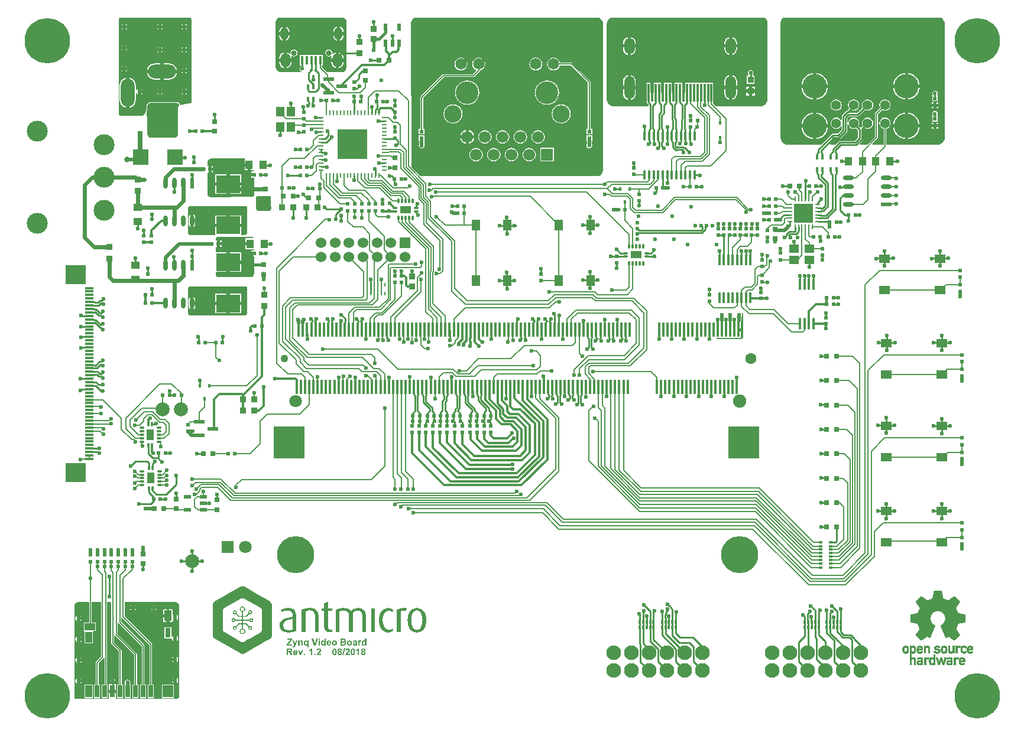
<source format=gtl>
%FSLAX25Y25*%
%MOIN*%
G70*
G01*
G75*
G04 Layer_Physical_Order=1*
G04 Layer_Color=255*
%ADD10C,0.02362*%
%ADD11C,0.00984*%
%ADD12R,0.02441X0.02244*%
%ADD13R,0.02244X0.02441*%
%ADD14O,0.01378X0.06693*%
%ADD15R,0.01614X0.06299*%
%ADD16R,0.02362X0.02165*%
%ADD17R,0.01181X0.10236*%
%ADD18R,0.03000X0.03000*%
G04:AMPARAMS|DCode=19|XSize=29.53mil|YSize=16.54mil|CornerRadius=4.13mil|HoleSize=0mil|Usage=FLASHONLY|Rotation=90.000|XOffset=0mil|YOffset=0mil|HoleType=Round|Shape=RoundedRectangle|*
%AMROUNDEDRECTD19*
21,1,0.02953,0.00827,0,0,90.0*
21,1,0.02126,0.01654,0,0,90.0*
1,1,0.00827,0.00413,0.01063*
1,1,0.00827,0.00413,-0.01063*
1,1,0.00827,-0.00413,-0.01063*
1,1,0.00827,-0.00413,0.01063*
%
%ADD19ROUNDEDRECTD19*%
%ADD20O,0.03150X0.01181*%
%ADD21O,0.01181X0.03150*%
%ADD22R,0.03937X0.05906*%
%ADD23R,0.05906X0.03937*%
%ADD24O,0.01378X0.05512*%
%ADD25R,0.03819X0.03780*%
%ADD26R,0.01181X0.02165*%
%ADD27R,0.01575X0.02165*%
%ADD28R,0.03937X0.02362*%
%ADD29R,0.03000X0.03000*%
%ADD30R,0.05118X0.06102*%
%ADD31C,0.07874*%
%ADD32R,0.02756X0.00984*%
%ADD33R,0.10630X0.10630*%
%ADD34R,0.00984X0.02756*%
%ADD35R,0.06102X0.05118*%
%ADD36R,0.01575X0.01969*%
%ADD37R,0.05906X0.02165*%
%ADD38R,0.03780X0.03819*%
%ADD39R,0.13504X0.09843*%
%ADD40R,0.03937X0.06890*%
%ADD41R,0.02756X0.06890*%
%ADD42R,0.05906X0.06890*%
%ADD43R,0.03150X0.05512*%
%ADD44R,0.05906X0.03937*%
%ADD45R,0.03937X0.06102*%
%ADD46R,0.06200X0.02400*%
%ADD47O,0.06200X0.02400*%
%ADD48R,0.02400X0.06200*%
%ADD49O,0.02400X0.06200*%
%ADD50R,0.01181X0.01181*%
%ADD51R,0.01772X0.02323*%
%ADD52R,0.00787X0.01969*%
%ADD53R,0.08504X0.08898*%
%ADD54R,0.04000X0.05000*%
%ADD55R,0.05000X0.04000*%
%ADD56R,0.01378X0.07874*%
%ADD57R,0.17716X0.18110*%
%ADD58R,0.02441X0.01575*%
%ADD59R,0.04724X0.01181*%
%ADD60R,0.11811X0.10630*%
%ADD61R,0.05512X0.04528*%
%ADD62R,0.04528X0.05512*%
%ADD63R,0.01772X0.05118*%
%ADD64R,0.03740X0.03740*%
%ADD65R,0.02362X0.03937*%
%ADD66O,0.02756X0.00984*%
%ADD67O,0.00984X0.02756*%
%ADD68R,0.17126X0.17126*%
%ADD69C,0.00787*%
%ADD70C,0.00906*%
%ADD71C,0.01969*%
%ADD72C,0.01378*%
%ADD73C,0.01181*%
%ADD74C,0.02756*%
%ADD75C,0.01575*%
%ADD76C,0.00052*%
%ADD77C,0.01000*%
%ADD78C,0.07087*%
%ADD79R,0.07087X0.07087*%
%ADD80C,0.07480*%
%ADD81C,0.25590*%
%ADD82O,0.05906X0.12992*%
%ADD83O,0.05906X0.09055*%
%ADD84C,0.20866*%
%ADD85C,0.08268*%
%ADD86C,0.12795*%
%ADD87C,0.06496*%
%ADD88C,0.09843*%
%ADD89C,0.06693*%
%ADD90R,0.06693X0.06693*%
%ADD91C,0.06000*%
%ADD92R,0.06000X0.06000*%
%ADD93C,0.13780*%
%ADD94C,0.05512*%
%ADD95O,0.15748X0.07874*%
%ADD96O,0.07874X0.15748*%
%ADD97O,0.17716X0.07874*%
%ADD98C,0.04331*%
%ADD99C,0.06299*%
%ADD100C,0.11811*%
%ADD101C,0.03150*%
%ADD102O,0.04528X0.07087*%
%ADD103O,0.05709X0.07874*%
%ADD104C,0.02362*%
G36*
X116001Y258974D02*
X116398Y258709D01*
X116437Y258650D01*
X116202Y258209D01*
X111716D01*
Y256004D01*
X114307D01*
Y254232D01*
X111716D01*
Y252028D01*
X116732D01*
Y251417D01*
X115098D01*
Y250492D01*
X116811D01*
Y248721D01*
X115098D01*
Y247795D01*
X116732D01*
Y239764D01*
X116771Y238177D01*
X116618Y237409D01*
X116183Y236758D01*
X115532Y236323D01*
X114802Y236178D01*
X114764Y236209D01*
Y236209D01*
X97047Y236170D01*
X96279Y236323D01*
X95628Y236758D01*
X95193Y237409D01*
X95048Y238140D01*
X95079Y238177D01*
X95079D01*
X95078Y238820D01*
X95431Y239173D01*
X101279D01*
Y244685D01*
Y250197D01*
X95065D01*
X95061Y252953D01*
X95415Y253307D01*
X95689D01*
Y255118D01*
Y256929D01*
X95057D01*
X95056Y257862D01*
X95147Y258323D01*
X95408Y258714D01*
X95799Y258975D01*
X96237Y259062D01*
X96260Y259044D01*
Y259044D01*
X115534Y259067D01*
X116001Y258974D01*
D02*
G37*
G36*
X80905Y276408D02*
Y276408D01*
X112008Y276424D01*
X112315Y276362D01*
X112576Y276188D01*
X112750Y275928D01*
X112808Y275636D01*
X112795Y275621D01*
X112795D01*
X112834Y261841D01*
X112681Y261073D01*
X112246Y260422D01*
X111595Y259987D01*
X110865Y259842D01*
X110827Y259873D01*
Y259873D01*
X109862Y259872D01*
X109508Y260225D01*
Y264665D01*
X94823D01*
Y260206D01*
X94823Y260206D01*
X94823Y260206D01*
X94823Y260039D01*
Y260037D01*
Y259852D01*
X81299Y259834D01*
X80531Y259987D01*
X79880Y260422D01*
X79445Y261073D01*
X79300Y261804D01*
X79331Y261841D01*
X79331D01*
X79300Y274833D01*
X79422Y275448D01*
X79770Y275969D01*
X80291Y276317D01*
X80875Y276433D01*
X80905Y276408D01*
D02*
G37*
G36*
X143272Y22980D02*
X142615D01*
X141510Y25725D01*
X142271D01*
X142790Y24320D01*
X142938Y23855D01*
X143015Y24090D01*
X143091Y24320D01*
X143616Y25725D01*
X144360D01*
X143272Y22980D01*
D02*
G37*
G36*
X451656Y322289D02*
X451973Y321523D01*
X452478Y320865D01*
X453136Y320360D01*
X453902Y320042D01*
X454724Y319934D01*
X455547Y320042D01*
X456272Y320343D01*
X457168Y319446D01*
Y314885D01*
X455351Y313068D01*
X446909D01*
X446579Y313002D01*
X446299Y312815D01*
X444508Y311024D01*
X441421D01*
X441230Y311486D01*
X443930Y314186D01*
X446611D01*
X446942Y314252D01*
X447221Y314439D01*
X447222Y314439D01*
X447221Y314439D01*
X450846Y318064D01*
X451034Y318344D01*
X451099Y318674D01*
X451099Y318674D01*
X451099Y318674D01*
Y318674D01*
Y322694D01*
X451598Y322727D01*
X451656Y322289D01*
D02*
G37*
G36*
X167335Y382722D02*
X167910Y382280D01*
X168352Y381705D01*
X168630Y381034D01*
X168725Y380315D01*
X168701Y354331D01*
X168701D01*
X168738Y354285D01*
X168564Y353409D01*
X168042Y352628D01*
X167260Y352106D01*
X166339Y351922D01*
X157666Y351934D01*
X154937Y354663D01*
Y355709D01*
X155413D01*
Y361614D01*
X152854D01*
D01*
X152854Y361614D01*
X152854D01*
Y361614D01*
D01*
X150295D01*
D01*
X150295Y361614D01*
X150295D01*
Y361614D01*
D01*
X148090D01*
X148090Y361614D01*
Y361614D01*
X147736Y361614D01*
X147736D01*
X147736D01*
X147383Y361614D01*
X147383Y361614D01*
Y361614D01*
X145531D01*
X145531Y361614D01*
Y361614D01*
X145177Y361614D01*
X145177D01*
D01*
X144824Y361614D01*
X144824Y361614D01*
Y361614D01*
X142618D01*
Y355709D01*
X142994D01*
Y355227D01*
X142762Y355072D01*
X142414Y354552D01*
X142292Y353937D01*
X142414Y353323D01*
X142762Y352802D01*
X143283Y352454D01*
X143298Y352451D01*
X143249Y351953D01*
X131693Y351969D01*
Y351969D01*
X131669Y351948D01*
X130973Y352039D01*
X130303Y352317D01*
X129727Y352759D01*
X129286Y353335D01*
X129008Y354005D01*
X128913Y354724D01*
X128937Y380315D01*
X128937D01*
X128916Y380339D01*
X129008Y381034D01*
X129286Y381705D01*
X129727Y382280D01*
X130303Y382722D01*
X130457Y382786D01*
X167181D01*
X167335Y382722D01*
D02*
G37*
G36*
X58465Y334646D02*
X72244Y334677D01*
X72859Y334554D01*
X73379Y334206D01*
X73728Y333685D01*
X73850Y333071D01*
X73819D01*
X73857Y316929D01*
X73705Y316161D01*
X73270Y315510D01*
X72619Y315075D01*
X71850Y314922D01*
Y314961D01*
X58858Y314914D01*
X57937Y315098D01*
X57155Y315620D01*
X56633Y316401D01*
X56450Y317323D01*
X56496D01*
X56458Y332677D01*
X56610Y333445D01*
X57045Y334096D01*
X57696Y334531D01*
X58465Y334684D01*
Y334646D01*
D02*
G37*
G36*
X73290Y52803D02*
X73941Y52368D01*
X74376Y51717D01*
X74521Y50987D01*
X74490Y50949D01*
X74490D01*
Y1737D01*
Y1736D01*
X74529Y162D01*
X74376Y-606D01*
X73941Y-1257D01*
X73290Y-1692D01*
X72560Y-1838D01*
X72522Y-1807D01*
Y-1807D01*
X38795D01*
Y-1807D01*
Y-1455D01*
X38795Y-1453D01*
X38795Y-1453D01*
X38795D01*
Y1695D01*
X34858D01*
Y-1453D01*
X34858Y-1453D01*
X34858D01*
X34858Y-1455D01*
X34506Y-1807D01*
X15435D01*
Y45044D01*
Y48981D01*
Y50949D01*
X15435Y50949D01*
X15435D01*
X15404Y50987D01*
X15549Y51717D01*
X15984Y52368D01*
X16636Y52803D01*
X17366Y52949D01*
X17404Y52918D01*
Y52918D01*
X23288Y52922D01*
X23642Y52568D01*
Y41317D01*
X20882D01*
Y36749D01*
X20882Y36749D01*
X20882D01*
X20882Y36592D01*
X21078Y36395D01*
X21078Y36239D01*
X21078Y36239D01*
X21078D01*
Y29703D01*
X25803D01*
Y36239D01*
X25803Y36239D01*
D01*
D01*
X25803Y36395D01*
D01*
X26000Y36592D01*
X27575D01*
Y41317D01*
X25247D01*
Y52923D01*
X29981Y52926D01*
X30335Y52573D01*
Y22102D01*
X27597Y19365D01*
X27423Y19104D01*
X27362Y18797D01*
Y6419D01*
X26393D01*
Y-1258D01*
X29937D01*
Y6419D01*
X28968D01*
Y18465D01*
X31705Y21202D01*
X31705Y21202D01*
X31825Y21381D01*
X32303Y21236D01*
Y6419D01*
X30724D01*
Y-1258D01*
X34267D01*
Y6419D01*
X33909D01*
Y52929D01*
X35886Y52931D01*
X36240Y52577D01*
Y29644D01*
X36240Y29644D01*
X36240D01*
X36301Y29336D01*
X36475Y29076D01*
X40354Y25197D01*
Y6419D01*
X39386D01*
Y-1258D01*
X42929D01*
Y6419D01*
X41960D01*
Y25529D01*
X41960Y25529D01*
X41899Y25837D01*
X41725Y26097D01*
X37846Y29976D01*
Y33834D01*
X38324Y33979D01*
X38444Y33800D01*
X49016Y23228D01*
Y6419D01*
X48047D01*
Y-1258D01*
X51590D01*
Y6419D01*
X50621D01*
Y23561D01*
X50560Y23868D01*
X50386Y24129D01*
X50386Y24129D01*
X39814Y34701D01*
Y40921D01*
X40293Y41066D01*
X40412Y40887D01*
X53347Y27953D01*
Y6419D01*
X52378D01*
Y-1258D01*
X55921D01*
Y6419D01*
X54952D01*
Y28285D01*
X54952Y28285D01*
X54891Y28593D01*
X54717Y28853D01*
X41783Y41787D01*
Y44070D01*
X42261Y44215D01*
X42381Y44036D01*
X57677Y28740D01*
Y6419D01*
X56708D01*
Y-1258D01*
X60252D01*
Y6419D01*
X59283D01*
Y29073D01*
X59283Y29073D01*
X59222Y29380D01*
X59048Y29640D01*
X43751Y44937D01*
Y52936D01*
X72522Y52956D01*
X73290Y52803D01*
D02*
G37*
G36*
X149447Y22980D02*
X148720D01*
Y25720D01*
X148714Y25715D01*
X148704Y25704D01*
X148649Y25660D01*
X148567Y25594D01*
X148452Y25512D01*
X148315Y25425D01*
X148156Y25332D01*
X148069Y25288D01*
X147982Y25250D01*
X147785Y25173D01*
Y25829D01*
X147965Y25906D01*
X148162Y26010D01*
X148277Y26087D01*
X148397Y26174D01*
X148452Y26223D01*
X148512Y26278D01*
X148578Y26349D01*
X148654Y26437D01*
X148693Y26491D01*
X148731Y26546D01*
X148802Y26661D01*
X148857Y26787D01*
X149447D01*
Y22980D01*
D02*
G37*
G36*
X145531D02*
X144803D01*
Y23707D01*
X145531D01*
Y22980D01*
D02*
G37*
G36*
X137063Y26754D02*
X137353Y26721D01*
X137605Y26661D01*
X137649Y26639D01*
X137764Y26579D01*
X137906Y26464D01*
X137977Y26387D01*
X138042Y26294D01*
X138048Y26283D01*
X138070Y26251D01*
X138097Y26196D01*
X138130Y26125D01*
X138157Y26037D01*
X138185Y25939D01*
X138196Y25884D01*
X138207Y25824D01*
X138212Y25764D01*
Y25704D01*
Y25698D01*
Y25687D01*
X138207Y25633D01*
X138179Y25458D01*
X138152Y25343D01*
X138108Y25228D01*
X138042Y25107D01*
X137960Y24998D01*
X137950Y24987D01*
X137911Y24954D01*
X137856Y24905D01*
X137775Y24850D01*
X137665Y24790D01*
X137539Y24735D01*
X137386Y24686D01*
X137211Y24648D01*
X137353Y24555D01*
X137485Y24456D01*
X137556Y24396D01*
X137616Y24331D01*
X137621Y24325D01*
X137649Y24298D01*
X137731Y24188D01*
X137796Y24106D01*
X137867Y23997D01*
X137955Y23871D01*
X138053Y23718D01*
X138518Y22980D01*
X137599D01*
X137052Y23800D01*
X136894Y24035D01*
X136757Y24221D01*
X136648Y24358D01*
X136631Y24374D01*
X136582Y24424D01*
X136505Y24473D01*
X136462Y24500D01*
X136418Y24517D01*
X136412D01*
X136396Y24522D01*
X136325Y24539D01*
X136205Y24555D01*
X136128Y24560D01*
X135882D01*
Y22980D01*
X135116D01*
Y26765D01*
X136724D01*
X137063Y26754D01*
D02*
G37*
G36*
X151417Y22980D02*
X150689D01*
Y23707D01*
X151417D01*
Y22980D01*
D02*
G37*
G36*
X175933D02*
X175206D01*
Y25720D01*
X175200Y25715D01*
X175189Y25704D01*
X175135Y25660D01*
X175052Y25594D01*
X174938Y25512D01*
X174801Y25425D01*
X174642Y25332D01*
X174555Y25288D01*
X174467Y25250D01*
X174270Y25173D01*
Y25829D01*
X174451Y25906D01*
X174648Y26010D01*
X174763Y26087D01*
X174883Y26174D01*
X174938Y26223D01*
X174998Y26278D01*
X175063Y26349D01*
X175140Y26437D01*
X175178Y26491D01*
X175217Y26546D01*
X175288Y26661D01*
X175342Y26787D01*
X175933D01*
Y22980D01*
D02*
G37*
G36*
X169533Y26781D02*
X169763Y26748D01*
X169905Y26710D01*
X170047Y26655D01*
X170195Y26584D01*
X170321Y26480D01*
X170337Y26469D01*
X170370Y26426D01*
X170425Y26360D01*
X170485Y26272D01*
X170540Y26163D01*
X170567Y26103D01*
X170595Y26037D01*
X170616Y25966D01*
X170633Y25890D01*
X170638Y25807D01*
X170644Y25725D01*
Y25715D01*
Y25682D01*
X170633Y25572D01*
X170605Y25414D01*
X170551Y25239D01*
X170545Y25228D01*
X170534Y25200D01*
X170480Y25091D01*
X170392Y24938D01*
X170261Y24757D01*
X170255Y24752D01*
X170233Y24724D01*
X170151Y24632D01*
X170004Y24478D01*
X169905Y24385D01*
X169845Y24331D01*
X169785Y24271D01*
X169779Y24265D01*
X169769Y24260D01*
X169730Y24221D01*
X169599Y24101D01*
X169347Y23849D01*
X169342Y23844D01*
X169331Y23833D01*
X169293Y23784D01*
X169243Y23723D01*
X169200Y23652D01*
X170644D01*
Y22980D01*
X168100D01*
X168111Y23045D01*
X168144Y23215D01*
X168220Y23445D01*
X168346Y23702D01*
X168390Y23767D01*
X168527Y23942D01*
X168636Y24074D01*
X168778Y24232D01*
X168954Y24407D01*
X169052Y24506D01*
X169161Y24610D01*
X169424Y24861D01*
X169522Y24965D01*
X169621Y25069D01*
X169708Y25162D01*
X169763Y25233D01*
X169785Y25271D01*
X169840Y25375D01*
X169867Y25441D01*
X169894Y25518D01*
X169911Y25594D01*
X169916Y25676D01*
X169900Y25818D01*
X169861Y25939D01*
X169829Y25999D01*
X169785Y26054D01*
X169779Y26059D01*
X169763Y26076D01*
X169692Y26119D01*
X169637Y26141D01*
X169577Y26163D01*
X169506Y26180D01*
X169424Y26185D01*
X169386D01*
X169293Y26169D01*
X169172Y26130D01*
X169112Y26092D01*
X169057Y26048D01*
X169052Y26043D01*
X169035Y26021D01*
X168992Y25939D01*
X168964Y25879D01*
X168942Y25797D01*
X168921Y25704D01*
X168910Y25594D01*
X168188Y25665D01*
X168204Y25764D01*
X168259Y25999D01*
X168314Y26136D01*
X168379Y26278D01*
X168423Y26349D01*
X168472Y26415D01*
X168527Y26469D01*
X168587Y26524D01*
X168647Y26568D01*
X168724Y26606D01*
X168822Y26655D01*
X168948Y26705D01*
X169019Y26726D01*
X169090Y26748D01*
X169172Y26765D01*
X169260Y26776D01*
X169440Y26787D01*
X169533Y26781D01*
D02*
G37*
G36*
X153348D02*
X153577Y26748D01*
X153719Y26710D01*
X153862Y26655D01*
X154009Y26584D01*
X154135Y26480D01*
X154152Y26469D01*
X154184Y26426D01*
X154239Y26360D01*
X154299Y26272D01*
X154354Y26163D01*
X154381Y26103D01*
X154409Y26037D01*
X154431Y25966D01*
X154447Y25890D01*
X154453Y25807D01*
X154458Y25725D01*
Y25715D01*
Y25682D01*
X154447Y25572D01*
X154420Y25414D01*
X154365Y25239D01*
X154359Y25228D01*
X154349Y25200D01*
X154294Y25091D01*
X154206Y24938D01*
X154075Y24757D01*
X154070Y24752D01*
X154048Y24724D01*
X153966Y24632D01*
X153818Y24478D01*
X153719Y24385D01*
X153659Y24331D01*
X153599Y24271D01*
X153594Y24265D01*
X153583Y24260D01*
X153544Y24221D01*
X153413Y24101D01*
X153162Y23849D01*
X153156Y23844D01*
X153145Y23833D01*
X153107Y23784D01*
X153058Y23723D01*
X153014Y23652D01*
X154458D01*
Y22980D01*
X151914D01*
X151925Y23045D01*
X151958Y23215D01*
X152035Y23445D01*
X152161Y23702D01*
X152204Y23767D01*
X152341Y23942D01*
X152451Y24074D01*
X152593Y24232D01*
X152768Y24407D01*
X152866Y24506D01*
X152976Y24610D01*
X153238Y24861D01*
X153337Y24965D01*
X153435Y25069D01*
X153523Y25162D01*
X153577Y25233D01*
X153599Y25271D01*
X153654Y25375D01*
X153681Y25441D01*
X153709Y25518D01*
X153725Y25594D01*
X153730Y25676D01*
X153714Y25818D01*
X153676Y25939D01*
X153643Y25999D01*
X153599Y26054D01*
X153594Y26059D01*
X153577Y26076D01*
X153506Y26119D01*
X153452Y26141D01*
X153391Y26163D01*
X153320Y26180D01*
X153238Y26185D01*
X153200D01*
X153107Y26169D01*
X152987Y26130D01*
X152926Y26092D01*
X152872Y26048D01*
X152866Y26043D01*
X152850Y26021D01*
X152806Y25939D01*
X152779Y25879D01*
X152757Y25797D01*
X152735Y25704D01*
X152724Y25594D01*
X152002Y25665D01*
X152018Y25764D01*
X152073Y25999D01*
X152128Y26136D01*
X152193Y26278D01*
X152237Y26349D01*
X152286Y26415D01*
X152341Y26469D01*
X152401Y26524D01*
X152461Y26568D01*
X152538Y26606D01*
X152636Y26655D01*
X152762Y26705D01*
X152833Y26726D01*
X152904Y26748D01*
X152987Y26765D01*
X153074Y26776D01*
X153255Y26787D01*
X153348Y26781D01*
D02*
G37*
G36*
X80592Y231102D02*
Y231102D01*
X112008Y231118D01*
X112315Y231057D01*
X112576Y230883D01*
X112750Y230622D01*
X112808Y230330D01*
X112795Y230315D01*
X112795D01*
X112826Y216144D01*
X112704Y215529D01*
X112355Y215007D01*
X111834Y214658D01*
X111249Y214542D01*
X111218Y214567D01*
Y214567D01*
X80908Y214536D01*
X80292Y214658D01*
X79771Y215007D01*
X79422Y215529D01*
X79306Y216114D01*
X79331Y216144D01*
X79331D01*
Y225984D01*
X79306Y229841D01*
X79404Y230333D01*
X79683Y230750D01*
X80100Y231029D01*
X80568Y231122D01*
X80592Y231102D01*
D02*
G37*
G36*
X184944Y35957D02*
X182769D01*
Y49289D01*
X184944D01*
Y35957D01*
D02*
G37*
G36*
X150330Y49248D02*
X151939Y48404D01*
X152876Y47032D01*
X153180Y45158D01*
Y35957D01*
X151003D01*
Y45158D01*
X150841Y46471D01*
X150323Y47407D01*
X149395Y47967D01*
X148009Y48152D01*
X146750Y48041D01*
X145658Y47706D01*
Y35957D01*
X143483D01*
Y48596D01*
X145588Y49279D01*
X148009Y49535D01*
X150330Y49248D01*
D02*
G37*
G36*
X158351Y52912D02*
Y49289D01*
X160676D01*
Y47928D01*
X158351D01*
Y39196D01*
X158456Y38417D01*
X158771Y37833D01*
X159289Y37468D01*
X160008Y37341D01*
X160575Y37425D01*
X160676Y37338D01*
Y36054D01*
X160086Y35887D01*
X159365Y35832D01*
X158063Y36048D01*
X157055Y36688D01*
X156405Y37742D01*
X156174Y39196D01*
Y47928D01*
X154641D01*
Y49289D01*
X156174D01*
Y52355D01*
X158244Y52991D01*
X158351Y52912D01*
D02*
G37*
G36*
X175125Y49555D02*
X175125Y49556D01*
X177236Y49241D01*
Y49241D01*
X177236D01*
D01*
D01*
D01*
D01*
D01*
D01*
D01*
D01*
D01*
D01*
D01*
D01*
D01*
Y49241D01*
X177236Y49241D01*
X177244Y49238D01*
D01*
D01*
D01*
D01*
D01*
D01*
D01*
D01*
D01*
D01*
D01*
D01*
D01*
D01*
D01*
D01*
D01*
D01*
D01*
D01*
D01*
D01*
D01*
D01*
X177244D01*
D01*
D01*
D01*
D01*
D01*
D01*
D01*
D01*
D01*
D01*
D01*
D01*
D01*
D01*
D01*
D01*
D01*
D01*
D01*
D01*
D01*
D01*
D01*
D01*
D01*
D01*
D01*
D01*
D01*
X177244D01*
D01*
D01*
D01*
D01*
D01*
D01*
D01*
D01*
D01*
D01*
D01*
D01*
Y49238D01*
D01*
D01*
D01*
D01*
D01*
D01*
X178706Y48356D01*
Y48356D01*
X178713Y48350D01*
D01*
D01*
D01*
D01*
D01*
D01*
Y48350D01*
X178713Y48350D01*
X178713Y48349D01*
D01*
X178713Y48349D01*
D01*
D01*
D01*
D01*
D01*
D01*
X178713D01*
D01*
X179562Y46990D01*
X179562Y46990D01*
X179562D01*
D01*
X179562Y46990D01*
X179563Y46990D01*
X179563Y46990D01*
X179566Y46982D01*
X179841Y45234D01*
X179841Y45234D01*
X179842Y45231D01*
X179841Y36029D01*
X179747Y35934D01*
X177669Y35936D01*
Y35936D01*
X177669D01*
X177647Y35956D01*
X177649Y45255D01*
Y45255D01*
Y45254D01*
X177649Y45254D01*
Y45254D01*
D01*
D01*
D01*
Y45254D01*
X177649D01*
Y45255D01*
Y45255D01*
X177649Y45255D01*
X177649Y45256D01*
X177649D01*
D01*
D01*
D01*
D01*
D01*
D01*
X177649D01*
D01*
D01*
X177649D01*
X177611Y45882D01*
X177495Y46444D01*
X177297Y46935D01*
X177013Y47350D01*
X176638Y47682D01*
X176169Y47928D01*
X175599Y48080D01*
X174923Y48132D01*
X174153Y48044D01*
X173466Y47790D01*
X172863Y47395D01*
X172346Y46880D01*
Y36029D01*
X172252Y35935D01*
X170173Y35937D01*
Y35937D01*
X170173D01*
X170151Y35957D01*
X170152Y45601D01*
X170152Y45601D01*
D01*
D01*
Y45601D01*
Y45601D01*
Y45601D01*
Y45601D01*
X170152Y45602D01*
Y45602D01*
D01*
D01*
X170152D01*
D01*
D01*
D01*
D01*
D01*
D01*
X170152D01*
D01*
D01*
X170152D01*
D01*
D01*
D01*
D01*
X170152Y45602D01*
X170112Y46149D01*
X169991Y46641D01*
X169785Y47073D01*
X169491Y47438D01*
X169104Y47733D01*
X168622Y47951D01*
X168040Y48086D01*
X167354Y48132D01*
X166006Y48030D01*
X164876Y47690D01*
Y36029D01*
X164781Y35935D01*
X162703Y35937D01*
Y35937D01*
X162703D01*
X162681Y35957D01*
X162682Y48596D01*
X162682D01*
Y48596D01*
X162696Y48616D01*
X164790Y49298D01*
X164790Y49298D01*
Y49298D01*
D01*
X164790Y49298D01*
X164790Y49298D01*
Y49298D01*
X164794Y49300D01*
X167277Y49555D01*
D01*
Y49555D01*
X167277D01*
X167277D01*
X167277D01*
X167277D01*
X167277Y49555D01*
X167281Y49555D01*
D01*
D01*
X167281D01*
D01*
D01*
D01*
D01*
D01*
D01*
D01*
D01*
D01*
X167281D01*
D01*
D01*
Y49555D01*
D01*
D01*
D01*
D01*
D01*
X168630Y49455D01*
X168630Y49455D01*
X168630Y49455D01*
Y49455D01*
X168630D01*
D01*
D01*
D01*
X168630D01*
D01*
D01*
D01*
D01*
X168630Y49455D01*
X168631Y49455D01*
Y49455D01*
X168634Y49454D01*
X169714Y49156D01*
X169714Y49156D01*
X169714Y49156D01*
D01*
D01*
D01*
X169714Y49156D01*
D01*
D01*
X169714Y49156D01*
X169719Y49154D01*
X169719Y49154D01*
X169719Y49154D01*
D01*
D01*
D01*
D01*
D01*
D01*
D01*
D01*
X169719D01*
D01*
D01*
X169719D01*
X169719Y49154D01*
Y49154D01*
D01*
D01*
D01*
D01*
X169719D01*
D01*
D01*
D01*
D01*
D01*
D01*
X169719D01*
X169719Y49154D01*
X169719D01*
Y49154D01*
X169719D01*
D01*
D01*
D01*
D01*
D01*
D01*
D01*
D01*
D01*
D01*
D01*
D01*
D01*
D01*
D01*
D01*
D01*
D01*
D01*
D01*
X169719D01*
D01*
D01*
D01*
D01*
D01*
D01*
D01*
D01*
D01*
D01*
D01*
D01*
D01*
D01*
D01*
D01*
D01*
D01*
D01*
D01*
D01*
D01*
D01*
D01*
D01*
D01*
D01*
D01*
D01*
D01*
D01*
X169719D01*
D01*
D01*
D01*
D01*
D01*
D01*
D01*
D01*
D01*
Y49154D01*
D01*
X169719Y49154D01*
D01*
D01*
D01*
D01*
D01*
D01*
D01*
D01*
D01*
D01*
D01*
D01*
D01*
D01*
D01*
D01*
D01*
D01*
D01*
D01*
D01*
D01*
D01*
D01*
D01*
D01*
Y49154D01*
D01*
D01*
D01*
D01*
D01*
D01*
D01*
D01*
X170586Y48667D01*
D01*
D01*
Y48667D01*
D01*
D01*
D01*
D01*
D01*
D01*
D01*
D01*
D01*
D01*
D01*
D01*
D01*
X170586Y48667D01*
D01*
D01*
Y48667D01*
X170586Y48667D01*
D01*
D01*
D01*
D01*
X170586Y48667D01*
X170587Y48666D01*
X170589Y48664D01*
X170590Y48664D01*
D01*
X170590Y48664D01*
X170590D01*
D01*
D01*
D01*
D01*
D01*
D01*
D01*
D01*
D01*
D01*
D01*
D01*
D01*
D01*
D01*
D01*
Y48664D01*
X170590D01*
D01*
D01*
D01*
D01*
X171288Y48005D01*
X172025Y48643D01*
Y48643D01*
X172025Y48643D01*
X172025Y48645D01*
X172029Y48646D01*
X172934Y49136D01*
X172934D01*
Y49136D01*
Y49136D01*
X172934Y49136D01*
X172934Y49136D01*
X172934Y49137D01*
Y49137D01*
X172938Y49138D01*
X173973Y49447D01*
D01*
X173973Y49447D01*
X173973D01*
D01*
D01*
X173973Y49447D01*
X173977Y49448D01*
D01*
X173977D01*
X173977Y49448D01*
X173977D01*
D01*
D01*
D01*
D01*
D01*
D01*
Y49448D01*
D01*
D01*
D01*
D01*
D01*
X175119Y49555D01*
Y49555D01*
D01*
D01*
D01*
D01*
D01*
Y49555D01*
X175119D01*
D01*
X175119D01*
D01*
X175120D01*
D01*
D01*
D01*
D01*
D01*
X175120D01*
X175120D01*
D01*
D01*
Y49555D01*
D01*
Y49555D01*
D01*
D01*
X175120Y49555D01*
D01*
D01*
D01*
X175125Y49556D01*
X175125Y49555D01*
D02*
G37*
G36*
X110565Y50528D02*
X110941Y50372D01*
X111263Y50125D01*
X111510Y49803D01*
X111665Y49428D01*
X111718Y49026D01*
X111665Y48624D01*
X111510Y48249D01*
X111263Y47927D01*
X110941Y47680D01*
X110565Y47524D01*
X110463Y47511D01*
X110462Y47514D01*
Y45144D01*
X111988D01*
X112111Y45158D01*
X112239Y45252D01*
X112323Y45329D01*
X113572Y46578D01*
X113554Y46602D01*
X113443Y46869D01*
X113405Y47156D01*
X113443Y47443D01*
X113554Y47710D01*
X113730Y47940D01*
X113959Y48116D01*
X114227Y48227D01*
X114514Y48264D01*
X114801Y48227D01*
X115068Y48116D01*
X115297Y47940D01*
X115474Y47710D01*
X115584Y47443D01*
X115622Y47156D01*
X115584Y46869D01*
X115474Y46602D01*
X115297Y46372D01*
X115068Y46196D01*
X114801Y46085D01*
X114514Y46047D01*
X114227Y46085D01*
X114017Y46172D01*
X114015Y46176D01*
X114015Y46176D01*
X114007Y46169D01*
X114007D01*
X112950Y45111D01*
X112950Y45111D01*
Y45111D01*
X112945Y45107D01*
D01*
Y45107D01*
D01*
D01*
D01*
D01*
X112945Y45107D01*
D01*
D01*
X112945Y45107D01*
X112945Y45106D01*
X112945Y45106D01*
D01*
D01*
X112945D01*
X112945Y45106D01*
X112942Y45103D01*
X112942Y45103D01*
Y45103D01*
D01*
X112882Y45044D01*
X112881Y45045D01*
X112730Y44901D01*
X112729Y44901D01*
X112729Y44901D01*
D01*
X112548Y44734D01*
X112548D01*
X112548Y44734D01*
Y44734D01*
D01*
D01*
X112548D01*
X112548Y44734D01*
Y44734D01*
D01*
D01*
X112548D01*
X112547Y44734D01*
X112547Y44734D01*
Y44734D01*
D01*
X112547Y44734D01*
D01*
D01*
D01*
D01*
D01*
D01*
D01*
D01*
D01*
D01*
X112547D01*
D01*
D01*
Y44734D01*
D01*
D01*
Y44734D01*
X112547Y44734D01*
D01*
D01*
D01*
D01*
Y44734D01*
D01*
Y44734D01*
X112472Y44669D01*
X112397Y44605D01*
X112397Y44605D01*
Y44605D01*
Y44605D01*
D01*
X112397Y44605D01*
X112397D01*
X112397Y44605D01*
X112393Y44603D01*
D01*
D01*
D01*
D01*
X112393Y44603D01*
X112390Y44601D01*
X112390Y44601D01*
X112390D01*
Y44601D01*
X112244Y44549D01*
Y44549D01*
D01*
Y44549D01*
D01*
D01*
Y44549D01*
D01*
D01*
D01*
D01*
D01*
D01*
Y44549D01*
D01*
D01*
D01*
D01*
D01*
D01*
Y44549D01*
D01*
D01*
D01*
D01*
Y44549D01*
D01*
D01*
D01*
D01*
D01*
D01*
D01*
D01*
D01*
D01*
X112244D01*
D01*
X112244D01*
D01*
D01*
D01*
D01*
D01*
X112244Y44549D01*
X112243Y44549D01*
X112243D01*
D01*
D01*
D01*
D01*
Y44549D01*
D01*
D01*
D01*
D01*
D01*
D01*
D01*
D01*
X112243D01*
X112237Y44548D01*
X112237Y44548D01*
X112237Y44548D01*
X112156Y44547D01*
X112156Y44547D01*
X112155Y44547D01*
X112155Y44547D01*
X112155Y44547D01*
X110462D01*
Y43009D01*
X112281Y43011D01*
X112283Y43009D01*
Y43009D01*
X114105Y43012D01*
X114210Y43266D01*
X114387Y43496D01*
X114616Y43672D01*
X114883Y43783D01*
X115170Y43821D01*
X115457Y43783D01*
X115725Y43672D01*
X115954Y43496D01*
X116130Y43266D01*
X116241Y42999D01*
X116279Y42712D01*
X116241Y42425D01*
X116130Y42158D01*
X115954Y41928D01*
X115725Y41752D01*
X115457Y41642D01*
X115170Y41604D01*
X114883Y41642D01*
X114616Y41752D01*
X114387Y41928D01*
X114210Y42158D01*
X114109Y42403D01*
D01*
X114113Y42412D01*
X114113Y42412D01*
X114091Y42412D01*
X114091D01*
X112743D01*
X110463Y42411D01*
Y40913D01*
X112156Y40914D01*
X112156Y40913D01*
X112244Y40911D01*
X112244Y40911D01*
X112244Y40911D01*
X112391Y40859D01*
Y40859D01*
D01*
D01*
D01*
X112391Y40859D01*
D01*
D01*
X112391Y40859D01*
X112391Y40859D01*
X112391D01*
X112392Y40859D01*
X112392D01*
D01*
D01*
D01*
D01*
D01*
D01*
D01*
D01*
Y40859D01*
D01*
Y40859D01*
D01*
X112398Y40855D01*
X112398Y40855D01*
X112398Y40855D01*
X112548Y40726D01*
D01*
X112548D01*
Y40726D01*
D01*
D01*
D01*
D01*
D01*
D01*
Y40726D01*
X112548D01*
D01*
Y40726D01*
Y40726D01*
X112548Y40726D01*
X112548Y40726D01*
D01*
X112548Y40726D01*
D01*
D01*
D01*
D01*
X112548D01*
X112548D01*
D01*
D01*
D01*
D01*
Y40726D01*
X112548D01*
D01*
D01*
D01*
Y40726D01*
D01*
X112548Y40726D01*
X112548Y40726D01*
X112555Y40720D01*
X112555Y40720D01*
X112555D01*
X112729Y40559D01*
D01*
X112729D01*
D01*
D01*
X112729D01*
X112729Y40559D01*
D01*
D01*
D01*
D01*
D01*
X112729D01*
Y40559D01*
D01*
Y40559D01*
X112729Y40558D01*
X112729Y40558D01*
D01*
D01*
D01*
Y40558D01*
X112729Y40558D01*
D01*
X112730Y40558D01*
Y40558D01*
D01*
D01*
D01*
D01*
D01*
D01*
D01*
D01*
D01*
D01*
D01*
D01*
D01*
Y40558D01*
X112730D01*
Y40558D01*
Y40558D01*
D01*
D01*
D01*
D01*
D01*
X112730Y40558D01*
D01*
D01*
D01*
D01*
D01*
D01*
D01*
D01*
D01*
X112882Y40416D01*
X112882Y40416D01*
X112882D01*
D01*
D01*
D01*
Y40416D01*
X112881Y40415D01*
X112881Y40415D01*
X112881D01*
X112881Y40415D01*
X112881D01*
X112908Y40389D01*
X112908Y40389D01*
X112946Y40354D01*
X112946Y40354D01*
D01*
X112945Y40352D01*
X112945Y40352D01*
X112945Y40352D01*
X112945Y40352D01*
X114016Y39284D01*
X114222Y39369D01*
X114508Y39407D01*
X114795Y39369D01*
X115063Y39259D01*
X115292Y39083D01*
X115468Y38853D01*
X115579Y38585D01*
X115617Y38299D01*
X115579Y38012D01*
X115468Y37744D01*
X115292Y37515D01*
X115063Y37339D01*
X114795Y37228D01*
X114508Y37190D01*
X114222Y37228D01*
X113954Y37339D01*
X113725Y37515D01*
X113548Y37744D01*
X113438Y38012D01*
X113400Y38299D01*
X113438Y38585D01*
X113548Y38853D01*
X113571Y38883D01*
X113576Y38880D01*
X112324Y40130D01*
X112239Y40209D01*
X112112Y40301D01*
X111988Y40316D01*
X110463D01*
X110464Y37949D01*
X110565Y37936D01*
X110941Y37780D01*
X111263Y37533D01*
X111510Y37211D01*
X111665Y36836D01*
X111718Y36434D01*
X111665Y36031D01*
X111510Y35656D01*
X111263Y35334D01*
X110941Y35087D01*
X110565Y34932D01*
X110163Y34879D01*
X109761Y34932D01*
X109386Y35087D01*
X109064Y35334D01*
X108817Y35656D01*
X108661Y36031D01*
X108608Y36434D01*
X108661Y36836D01*
X108817Y37211D01*
X109064Y37533D01*
X109386Y37780D01*
X109761Y37936D01*
X109865Y37949D01*
X109865Y37946D01*
Y40316D01*
X108339D01*
X108216Y40301D01*
X108088Y40209D01*
X108003Y40130D01*
X106755Y38881D01*
X106773Y38858D01*
X106883Y38591D01*
X106921Y38304D01*
X106883Y38017D01*
X106773Y37750D01*
X106596Y37520D01*
X106367Y37344D01*
X106099Y37233D01*
X105813Y37195D01*
X105526Y37233D01*
X105258Y37344D01*
X105029Y37520D01*
X104853Y37750D01*
X104742Y38017D01*
X104704Y38304D01*
X104742Y38591D01*
X104853Y38858D01*
X105029Y39088D01*
X105258Y39264D01*
X105526Y39375D01*
X105813Y39412D01*
X106099Y39375D01*
X106310Y39287D01*
D01*
X106312Y39283D01*
X106312Y39283D01*
X106316Y39287D01*
X107382Y40352D01*
X107382Y40352D01*
X107445Y40415D01*
X107446Y40415D01*
X107446Y40415D01*
X107598Y40559D01*
X107598Y40559D01*
D01*
D01*
X107598Y40559D01*
X107778Y40727D01*
X107779Y40726D01*
X107936Y40859D01*
X107936D01*
X107936Y40859D01*
X108083Y40911D01*
X108083Y40911D01*
X108090Y40912D01*
X108171Y40914D01*
X108171Y40913D01*
X109865D01*
Y42411D01*
X108153Y42410D01*
X108151Y42411D01*
Y42411D01*
X106204Y42411D01*
X106114Y42194D01*
X105938Y41965D01*
X105709Y41789D01*
X105441Y41678D01*
X105154Y41640D01*
X104868Y41678D01*
X104600Y41789D01*
X104371Y41965D01*
X104195Y42194D01*
X104084Y42462D01*
X104046Y42748D01*
X104084Y43035D01*
X104195Y43303D01*
X104371Y43532D01*
X104600Y43708D01*
X104868Y43819D01*
X105154Y43857D01*
X105441Y43819D01*
X105709Y43708D01*
X105938Y43532D01*
X106114Y43303D01*
X106203Y43088D01*
X106203Y43009D01*
D01*
D01*
Y43009D01*
D01*
D01*
D01*
D01*
D01*
D01*
D01*
D01*
D01*
D01*
D01*
D01*
D01*
D01*
D01*
D01*
D01*
D01*
D01*
Y43009D01*
D01*
X106203D01*
D01*
D01*
X106203D01*
Y43009D01*
D01*
D01*
Y43009D01*
X106203D01*
D01*
X106203Y43009D01*
Y43009D01*
D01*
D01*
D01*
D01*
D01*
Y43009D01*
X106203D01*
D01*
D01*
X106203D01*
D01*
D01*
D01*
D01*
D01*
D01*
D01*
D01*
D01*
D01*
D01*
X106203Y43009D01*
X106203Y43009D01*
X106203D01*
D01*
D01*
D01*
D01*
D01*
D01*
D01*
D01*
Y43009D01*
X106208Y43009D01*
X106212Y43009D01*
X106213D01*
X106216D01*
X106216D01*
X106218D01*
X106218Y43009D01*
X106218D01*
X106223Y43009D01*
X106232D01*
D01*
D01*
X106252Y43009D01*
X106264D01*
X106264Y43009D01*
X106264Y43009D01*
Y43009D01*
D01*
D01*
D01*
D01*
D01*
D01*
X108133Y43011D01*
X108134Y43009D01*
Y43009D01*
X109865Y43009D01*
Y44547D01*
X108171Y44545D01*
X108171Y44547D01*
X108171Y44547D01*
X108089Y44548D01*
X108082Y44549D01*
Y44549D01*
X108082Y44549D01*
Y44549D01*
X108082Y44549D01*
Y44549D01*
Y44549D01*
D01*
X108082Y44549D01*
D01*
D01*
X108082Y44549D01*
D01*
X107936Y44601D01*
D01*
D01*
Y44601D01*
Y44601D01*
D01*
D01*
X107936D01*
D01*
D01*
D01*
D01*
X107936D01*
X107936Y44601D01*
X107936D01*
D01*
D01*
D01*
D01*
X107936Y44601D01*
D01*
D01*
D01*
D01*
X107936D01*
D01*
D01*
D01*
D01*
D01*
D01*
D01*
D01*
D01*
D01*
D01*
D01*
D01*
D01*
D01*
X107930Y44604D01*
X107929Y44605D01*
D01*
Y44605D01*
D01*
D01*
D01*
D01*
Y44605D01*
X107929D01*
X107799Y44717D01*
X107778Y44734D01*
D01*
X107778Y44734D01*
Y44734D01*
Y44734D01*
X107778Y44734D01*
Y44734D01*
D01*
D01*
D01*
D01*
D01*
D01*
D01*
D01*
D01*
D01*
D01*
D01*
D01*
Y44734D01*
D01*
D01*
D01*
D01*
D01*
D01*
D01*
D01*
D01*
D01*
D01*
D01*
D01*
D01*
D01*
D01*
X107778Y44734D01*
X107778Y44734D01*
D01*
D01*
D01*
D01*
X107778Y44734D01*
X107603Y44895D01*
X107597Y44900D01*
X107597Y44900D01*
X107597D01*
X107597Y44900D01*
D01*
D01*
D01*
Y44900D01*
D01*
D01*
X107598Y44901D01*
D01*
D01*
D01*
Y44901D01*
D01*
X107598Y44901D01*
D01*
D01*
D01*
Y44901D01*
D01*
D01*
D01*
Y44901D01*
X107574Y44924D01*
X107574Y44924D01*
X107444Y45044D01*
X107444Y45044D01*
X107444Y45044D01*
X107444Y45044D01*
Y45044D01*
D01*
X107445Y45045D01*
X107445Y45046D01*
X107445Y45046D01*
D01*
Y45046D01*
X107445D01*
D01*
D01*
Y45046D01*
Y45046D01*
X107443Y45048D01*
Y45048D01*
X107382Y45106D01*
X107382Y45106D01*
X107382Y45106D01*
D01*
D01*
D01*
Y45106D01*
D01*
D01*
D01*
D01*
D01*
D01*
D01*
X107382Y45106D01*
X107382Y45106D01*
X107382Y45106D01*
X107382Y45107D01*
X107382Y45107D01*
D01*
D01*
D01*
D01*
D01*
Y45107D01*
X107382D01*
D01*
D01*
D01*
Y45107D01*
X107378Y45110D01*
Y45110D01*
X107378Y45110D01*
X106311Y46176D01*
X106105Y46090D01*
X105818Y46053D01*
X105531Y46090D01*
X105264Y46201D01*
X105034Y46377D01*
X104858Y46607D01*
X104747Y46874D01*
X104709Y47161D01*
X104747Y47448D01*
X104858Y47715D01*
X105034Y47945D01*
X105264Y48121D01*
X105531Y48232D01*
X105818Y48270D01*
X106105Y48232D01*
X106372Y48121D01*
X106602Y47945D01*
X106778Y47715D01*
X106888Y47448D01*
X106926Y47161D01*
X106888Y46874D01*
X106778Y46607D01*
X106755Y46578D01*
X106751Y46580D01*
X108003Y45329D01*
X108088Y45252D01*
X108215Y45158D01*
X108339Y45144D01*
X109865D01*
X109864Y47511D01*
X109761Y47524D01*
X109386Y47680D01*
X109064Y47927D01*
X108817Y48249D01*
X108661Y48624D01*
X108608Y49026D01*
X108661Y49428D01*
X108817Y49803D01*
X109064Y50125D01*
X109386Y50372D01*
X109761Y50528D01*
X110163Y50581D01*
X110565Y50528D01*
D02*
G37*
G36*
X193832Y49306D02*
X195134Y48672D01*
X194653Y47479D01*
X194527Y47438D01*
X194178Y47655D01*
X193665Y47866D01*
X193101Y48004D01*
X192511Y48053D01*
X191096Y47646D01*
X190057Y46518D01*
X189417Y44816D01*
X189198Y42683D01*
X189419Y40568D01*
X190066Y38855D01*
X191106Y37709D01*
X192511Y37290D01*
X193097Y37336D01*
X193653Y37464D01*
X194156Y37666D01*
X194501Y37878D01*
X194627Y37836D01*
X195135Y36574D01*
X193832Y35936D01*
X192141Y35707D01*
X190996Y35838D01*
X189976Y36216D01*
X189092Y36824D01*
X188349Y37641D01*
X187758Y38649D01*
X187325Y39831D01*
X187060Y41166D01*
X186970Y42635D01*
X187061Y44103D01*
X187329Y45435D01*
X187765Y46612D01*
X188359Y47615D01*
X189102Y48428D01*
X189987Y49031D01*
X191003Y49406D01*
X192141Y49535D01*
X193832Y49306D01*
D02*
G37*
G36*
X202506Y49508D02*
X202844Y49474D01*
X202918Y49363D01*
X202454Y47829D01*
X201811Y47997D01*
X201094Y48053D01*
X200206Y47972D01*
X199411Y47706D01*
Y35957D01*
X197234D01*
Y48596D01*
X199222Y49279D01*
X201785Y49535D01*
X202506Y49508D01*
D02*
G37*
G36*
X504151Y382573D02*
X504973Y381942D01*
X505604Y381119D01*
X506001Y380162D01*
X506136Y379134D01*
X506102Y314961D01*
X506102D01*
X506132Y314927D01*
X506001Y313933D01*
X505604Y312975D01*
X504973Y312153D01*
X504151Y311522D01*
X503193Y311125D01*
X502165Y310990D01*
X484449Y311024D01*
X473244D01*
Y320040D01*
X473263Y320042D01*
X474029Y320360D01*
X474687Y320865D01*
X475192Y321523D01*
X475510Y322289D01*
X475618Y323111D01*
X475510Y323933D01*
X475192Y324699D01*
X474687Y325357D01*
X474029Y325862D01*
X473263Y326180D01*
X472441Y326288D01*
X471619Y326180D01*
X470853Y325862D01*
X470195Y325357D01*
X469690Y324699D01*
X469372Y323933D01*
X469264Y323111D01*
X469372Y322289D01*
X469690Y321523D01*
X470195Y320865D01*
X470853Y320360D01*
X471619Y320042D01*
X471638Y320040D01*
Y311024D01*
X465371D01*
X465180Y311486D01*
X468087Y314393D01*
X468087Y314393D01*
X468261Y314653D01*
X468261Y314653D01*
X468261Y314653D01*
X468323Y314961D01*
X468323Y314961D01*
Y328094D01*
X470837Y330608D01*
X470853Y330596D01*
X471619Y330279D01*
X472441Y330170D01*
X473263Y330279D01*
X474029Y330596D01*
X474687Y331101D01*
X475192Y331759D01*
X475510Y332525D01*
X475618Y333347D01*
X475510Y334170D01*
X475192Y334936D01*
X474687Y335594D01*
X474029Y336098D01*
X473263Y336416D01*
X472441Y336524D01*
X471619Y336416D01*
X470853Y336098D01*
X470195Y335594D01*
X469690Y334936D01*
X469372Y334170D01*
X469264Y333347D01*
X469372Y332525D01*
X469690Y331759D01*
X469702Y331743D01*
X466952Y328994D01*
X466778Y328733D01*
X466717Y328426D01*
Y315293D01*
X462447Y311024D01*
X458350D01*
X458159Y311486D01*
X460020Y313347D01*
X460207Y313627D01*
X460273Y313957D01*
Y319565D01*
X461051Y320343D01*
X461776Y320042D01*
X462598Y319934D01*
X463421Y320042D01*
X464187Y320360D01*
X464845Y320865D01*
X465350Y321523D01*
X465667Y322289D01*
X465775Y323111D01*
X465667Y323933D01*
X465350Y324699D01*
X464845Y325357D01*
X464187Y325862D01*
X463421Y326180D01*
X462598Y326288D01*
X461776Y326180D01*
X461010Y325862D01*
X460352Y325357D01*
X459847Y324699D01*
X459530Y323933D01*
X459422Y323111D01*
X459530Y322289D01*
X459830Y321564D01*
X458911Y320644D01*
X458631D01*
X457969Y321087D01*
X457969Y321087D01*
Y321087D01*
X457492Y321564D01*
X457793Y322289D01*
X457901Y323111D01*
X457793Y323933D01*
X457476Y324699D01*
X456971Y325357D01*
X456313Y325862D01*
X455547Y326180D01*
X454724Y326288D01*
X453902Y326180D01*
X453136Y325862D01*
X452478Y325357D01*
X451973Y324699D01*
X451656Y323933D01*
X451598Y323495D01*
X451099Y323528D01*
Y326060D01*
X452129Y327090D01*
X457204D01*
X457534Y327155D01*
X457814Y327343D01*
X457814Y327343D01*
X457814Y327343D01*
X461051Y330579D01*
X461776Y330279D01*
X462598Y330170D01*
X463421Y330279D01*
X464187Y330596D01*
X464845Y331101D01*
X465350Y331759D01*
X465667Y332525D01*
X465775Y333347D01*
X465667Y334170D01*
X465350Y334936D01*
X464845Y335594D01*
X464187Y336098D01*
X463421Y336416D01*
X462598Y336524D01*
X461776Y336416D01*
X461010Y336098D01*
X460352Y335594D01*
X459847Y334936D01*
X459530Y334170D01*
X459422Y333347D01*
X459530Y332525D01*
X459830Y331800D01*
X456846Y328816D01*
X452727D01*
X452535Y329278D01*
X453644Y330386D01*
X453902Y330279D01*
X454724Y330170D01*
X455547Y330279D01*
X456313Y330596D01*
X456971Y331101D01*
X457476Y331759D01*
X457793Y332525D01*
X457901Y333347D01*
X457793Y334170D01*
X457476Y334936D01*
X456971Y335594D01*
X456313Y336098D01*
X455547Y336416D01*
X454724Y336524D01*
X453902Y336416D01*
X453136Y336098D01*
X452478Y335594D01*
X451973Y334936D01*
X451656Y334170D01*
X451548Y333347D01*
X451656Y332525D01*
X451973Y331759D01*
X452235Y331418D01*
X450963Y330147D01*
X450871Y330128D01*
X450591Y329941D01*
X448248Y327598D01*
X448061Y327318D01*
X447995Y326988D01*
Y325005D01*
X447522Y324844D01*
X447128Y325357D01*
X446470Y325862D01*
X445704Y326180D01*
X444882Y326288D01*
X444060Y326180D01*
X443294Y325862D01*
X442635Y325357D01*
X442131Y324699D01*
X441813Y323933D01*
X441705Y323111D01*
X441813Y322289D01*
X442131Y321523D01*
X442635Y320865D01*
X443294Y320360D01*
X444060Y320042D01*
X444882Y319934D01*
X445704Y320042D01*
X446470Y320360D01*
X447128Y320865D01*
X447522Y321378D01*
X447995Y321217D01*
Y319603D01*
X445683Y317290D01*
X443002D01*
X442672Y317225D01*
X442392Y317038D01*
X436378Y311024D01*
X417520D01*
Y311024D01*
X417486Y310994D01*
X416492Y311125D01*
X415534Y311522D01*
X414712Y312153D01*
X414081Y312975D01*
X413684Y313933D01*
X413549Y314961D01*
X413583Y379921D01*
X413583D01*
X413559Y379948D01*
X413664Y380744D01*
X413981Y381510D01*
X414486Y382168D01*
X415144Y382672D01*
X415418Y382786D01*
X503636D01*
X504151Y382573D01*
D02*
G37*
G36*
X110774Y61775D02*
X111303Y61526D01*
X118444Y57404D01*
D01*
X118444Y57404D01*
D01*
D01*
X118444D01*
X118444Y57404D01*
D01*
D01*
X118444Y57404D01*
X118446Y57403D01*
D01*
D01*
D01*
X118446Y57403D01*
X118446Y57403D01*
X125782Y53166D01*
X125782Y53166D01*
X125782Y53166D01*
X125822Y53143D01*
X125822Y53143D01*
Y53143D01*
X125843Y53131D01*
X126261Y52811D01*
X126584Y52395D01*
X126794Y51904D01*
X126868Y51355D01*
X126867Y51161D01*
D01*
X126867D01*
Y51161D01*
X126867D01*
X126867D01*
X126867Y51161D01*
Y51161D01*
D01*
D01*
X126868Y51161D01*
X126868D01*
Y34102D01*
X126793Y33555D01*
X126584Y33064D01*
X126261Y32648D01*
X125843Y32327D01*
X125843Y32327D01*
D01*
Y32327D01*
D01*
D01*
D01*
D01*
D01*
D01*
D01*
D01*
D01*
D01*
D01*
D01*
X125843D01*
D01*
D01*
Y32327D01*
Y32327D01*
D01*
D01*
D01*
D01*
X125843D01*
D01*
D01*
D01*
D01*
D01*
D01*
X125843D01*
Y32327D01*
D01*
D01*
D01*
D01*
D01*
D01*
X125843Y32327D01*
D01*
X125842Y32327D01*
X125842Y32326D01*
D01*
D01*
D01*
Y32326D01*
D01*
D01*
D01*
D01*
D01*
Y32326D01*
X125841Y32326D01*
X125841Y32326D01*
X125841Y32326D01*
D01*
D01*
D01*
D01*
D01*
D01*
D01*
Y32326D01*
D01*
Y32326D01*
X125841Y32325D01*
X125841Y32325D01*
X125822Y32315D01*
D01*
D01*
Y32315D01*
D01*
D01*
D01*
D01*
D01*
D01*
D01*
X125822D01*
D01*
D01*
D01*
Y32315D01*
X125822Y32315D01*
Y32315D01*
X125821Y32315D01*
Y32315D01*
X125821Y32315D01*
Y32315D01*
D01*
D01*
X125821D01*
D01*
X125821Y32315D01*
X125821Y32315D01*
X125821D01*
D01*
X125782Y32291D01*
Y32291D01*
X125782Y32291D01*
D01*
Y32291D01*
X125782D01*
D01*
Y32291D01*
X125469Y32111D01*
X124640Y31633D01*
X124640Y31633D01*
X124640Y31633D01*
X123459Y30951D01*
D01*
D01*
D01*
D01*
D01*
Y30951D01*
D01*
D01*
D01*
D01*
D01*
D01*
D01*
D01*
D01*
D01*
D01*
D01*
D01*
X123459D01*
X123459Y30951D01*
X123459Y30951D01*
D01*
D01*
D01*
D01*
D01*
D01*
D01*
D01*
D01*
D01*
X123459D01*
D01*
D01*
D01*
D01*
D01*
D01*
D01*
D01*
D01*
D01*
D01*
Y30951D01*
D01*
X123459D01*
D01*
D01*
D01*
D01*
D01*
D01*
D01*
D01*
D01*
D01*
D01*
D01*
D01*
D01*
D01*
Y30951D01*
X123459Y30951D01*
D01*
D01*
Y30951D01*
X123459Y30951D01*
X123459D01*
D01*
D01*
D01*
D01*
D01*
D01*
Y30951D01*
Y30951D01*
D01*
X123459D01*
D01*
D01*
D01*
D01*
D01*
D01*
D01*
X123459Y30951D01*
Y30951D01*
D01*
X123458Y30951D01*
D01*
D01*
Y30951D01*
D01*
D01*
D01*
D01*
D01*
D01*
D01*
D01*
Y30951D01*
D01*
D01*
D01*
D01*
D01*
D01*
D01*
D01*
D01*
D01*
D01*
D01*
Y30951D01*
D01*
D01*
D01*
D01*
D01*
D01*
D01*
D01*
Y30951D01*
D01*
D01*
D01*
D01*
D01*
D01*
D01*
D01*
Y30951D01*
D01*
D01*
X123459D01*
D01*
X123458Y30951D01*
X123459D01*
X122092Y30162D01*
X122092Y30162D01*
Y30162D01*
D01*
D01*
D01*
D01*
D01*
D01*
D01*
X122092D01*
D01*
D01*
D01*
D01*
D01*
D01*
D01*
D01*
D01*
D01*
D01*
D01*
D01*
Y30162D01*
D01*
X122092D01*
D01*
D01*
D01*
D01*
D01*
D01*
D01*
D01*
D01*
X122092D01*
D01*
X122092Y30162D01*
X122092Y30162D01*
X122092Y30162D01*
X122092Y30162D01*
X122092Y30162D01*
X122092Y30162D01*
D01*
D01*
D01*
X122092Y30162D01*
D01*
D01*
D01*
D01*
D01*
D01*
D01*
D01*
D01*
D01*
D01*
D01*
D01*
D01*
D01*
D01*
D01*
Y30162D01*
D01*
D01*
X122092D01*
D01*
D01*
D01*
D01*
D01*
D01*
D01*
D01*
D01*
Y30162D01*
X120703Y29361D01*
X120703Y29361D01*
Y29361D01*
D01*
Y29361D01*
D01*
D01*
D01*
D01*
D01*
D01*
D01*
D01*
X120703D01*
Y29361D01*
X120703D01*
D01*
X120703Y29361D01*
Y29361D01*
D01*
D01*
D01*
D01*
D01*
D01*
Y29361D01*
D01*
D01*
D01*
D01*
D01*
D01*
X120703Y29361D01*
X120703Y29361D01*
X119460Y28642D01*
Y28642D01*
D01*
D01*
D01*
X119460D01*
D01*
D01*
X119460Y28642D01*
Y28642D01*
Y28642D01*
X119459Y28642D01*
Y28642D01*
X119459D01*
X119459Y28642D01*
X119459Y28642D01*
X119459D01*
D01*
X118525Y28102D01*
D01*
D01*
D01*
D01*
D01*
D01*
D01*
Y28102D01*
D01*
D01*
D01*
D01*
D01*
D01*
D01*
D01*
D01*
D01*
D01*
X118525D01*
X118525Y28102D01*
X118525Y28102D01*
D01*
D01*
D01*
D01*
D01*
D01*
D01*
D01*
D01*
X118525D01*
D01*
D01*
D01*
D01*
D01*
D01*
D01*
D01*
D01*
D01*
D01*
D01*
Y28102D01*
D01*
D01*
D01*
D01*
D01*
X118525D01*
D01*
D01*
D01*
D01*
D01*
D01*
D01*
D01*
D01*
D01*
D01*
D01*
D01*
D01*
D01*
X118525D01*
Y28102D01*
D01*
Y28102D01*
Y28102D01*
D01*
D01*
X118525Y28102D01*
D01*
D01*
D01*
D01*
D01*
D01*
D01*
D01*
X118525D01*
X118525D01*
D01*
X118525D01*
D01*
D01*
D01*
D01*
Y28102D01*
D01*
D01*
D01*
D01*
D01*
D01*
D01*
D01*
D01*
D01*
D01*
D01*
D01*
D01*
D01*
D01*
D01*
D01*
D01*
X118525Y28102D01*
D01*
X118525Y28102D01*
X118525Y28102D01*
D01*
D01*
D01*
D01*
Y28102D01*
D01*
D01*
D01*
D01*
D01*
D01*
D01*
D01*
D01*
D01*
X118525D01*
D01*
D01*
D01*
D01*
D01*
D01*
D01*
D01*
D01*
D01*
D01*
D01*
D01*
D01*
D01*
D01*
X118525D01*
D01*
D01*
D01*
D01*
X118525D01*
D01*
D01*
D01*
Y28102D01*
X118525D01*
X118064Y27835D01*
D01*
Y27835D01*
D01*
D01*
D01*
D01*
D01*
X118064D01*
Y27835D01*
X118064Y27835D01*
Y27835D01*
X118063Y27835D01*
Y27835D01*
X118063D01*
Y27835D01*
D01*
Y27835D01*
D01*
X111303Y23932D01*
X110774Y23685D01*
X110177Y23596D01*
X109586Y23683D01*
X109063Y23925D01*
X102153Y27915D01*
X102153Y27915D01*
D01*
D01*
D01*
X102153Y27915D01*
Y27915D01*
D01*
D01*
D01*
X102151Y27916D01*
X102151Y27916D01*
D01*
X102151Y27916D01*
X94597Y32277D01*
X94134Y32594D01*
X93775Y33020D01*
X93542Y33535D01*
X93459Y34114D01*
X93468Y34297D01*
X93468D01*
D01*
X93468Y34297D01*
D01*
D01*
D01*
D01*
Y34297D01*
X93468Y34297D01*
D01*
D01*
X93468D01*
D01*
D01*
X93468D01*
X93468Y34297D01*
D01*
D01*
D01*
D01*
D01*
X93468Y34297D01*
D01*
D01*
D01*
D01*
D01*
D01*
Y34297D01*
D01*
D01*
D01*
D01*
D01*
D01*
X93468D01*
D01*
D01*
D01*
X93468Y34297D01*
X93468Y34297D01*
X93468Y51161D01*
Y51161D01*
X93468D01*
D01*
Y51161D01*
X93468D01*
Y51161D01*
D01*
Y51161D01*
X93468Y51161D01*
X93468D01*
D01*
D01*
D01*
D01*
X93468D01*
X93468Y51161D01*
D01*
D01*
D01*
D01*
Y51161D01*
X93468Y51161D01*
Y51161D01*
D01*
D01*
D01*
D01*
D01*
D01*
D01*
D01*
D01*
X93468D01*
D01*
D01*
X93468D01*
X93468Y51161D01*
X93468D01*
X93468Y51161D01*
X93459Y51344D01*
X93542Y51924D01*
X93775Y52438D01*
X94134Y52865D01*
X94597Y53181D01*
X100334Y56493D01*
Y56493D01*
X100335Y56493D01*
D01*
D01*
D01*
Y56493D01*
X100335D01*
D01*
D01*
D01*
D01*
D01*
D01*
D01*
D01*
D01*
X100335Y56493D01*
D01*
D01*
X100335D01*
D01*
D01*
D01*
X100335D01*
D01*
X100335Y56493D01*
X100335D01*
D01*
D01*
D01*
D01*
D01*
D01*
Y56493D01*
D01*
D01*
D01*
Y56493D01*
D01*
D01*
D01*
Y56493D01*
D01*
D01*
X100335Y56493D01*
X100335Y56493D01*
Y56493D01*
X100335Y56493D01*
X100335Y56493D01*
X100335Y56493D01*
Y56493D01*
X100335Y56493D01*
X101570Y57206D01*
X101570Y57206D01*
X101570Y57206D01*
X109064Y61533D01*
X109587Y61777D01*
X110054Y61847D01*
X110155Y61760D01*
D01*
Y55261D01*
X109629Y55146D01*
X109629Y55146D01*
D01*
D01*
Y55146D01*
D01*
D01*
D01*
D01*
D01*
D01*
D01*
D01*
D01*
X109629D01*
D01*
D01*
D01*
D01*
D01*
D01*
D01*
D01*
D01*
D01*
D01*
D01*
Y55146D01*
D01*
D01*
D01*
D01*
D01*
X109629D01*
D01*
D01*
X109629D01*
Y55146D01*
D01*
X109629Y55146D01*
X109629Y55146D01*
X109629D01*
D01*
D01*
X109629Y55146D01*
X109629Y55146D01*
X109628Y55146D01*
Y55146D01*
X109628Y55145D01*
X109627Y55145D01*
D01*
D01*
D01*
Y55145D01*
X109627Y55145D01*
D01*
D01*
D01*
Y55145D01*
D01*
D01*
D01*
Y55145D01*
D01*
D01*
Y55145D01*
X109627Y55145D01*
X109442Y55046D01*
D01*
Y55046D01*
D01*
D01*
D01*
D01*
D01*
D01*
D01*
D01*
D01*
D01*
D01*
D01*
D01*
D01*
D01*
D01*
D01*
D01*
D01*
X109442D01*
D01*
D01*
D01*
D01*
D01*
D01*
Y55047D01*
D01*
D01*
D01*
D01*
D01*
D01*
D01*
D01*
D01*
D01*
D01*
D01*
D01*
D01*
D01*
Y55047D01*
D01*
D01*
D01*
D01*
D01*
D01*
D01*
D01*
D01*
D01*
D01*
D01*
D01*
D01*
D01*
D01*
D01*
D01*
D01*
X109442D01*
D01*
D01*
X109442D01*
D01*
D01*
D01*
X109442Y55046D01*
X109442Y55046D01*
D01*
D01*
D01*
X109442D01*
D01*
D01*
Y55046D01*
D01*
X109442D01*
D01*
D01*
D01*
X109442Y55046D01*
D01*
X109442D01*
D01*
D01*
D01*
X109442Y55046D01*
X109442D01*
D01*
D01*
D01*
X109442Y55046D01*
X109442D01*
X109442Y55046D01*
X109442D01*
D01*
D01*
D01*
D01*
Y55046D01*
D01*
D01*
D01*
D01*
D01*
D01*
D01*
D01*
D01*
D01*
D01*
D01*
D01*
D01*
D01*
Y55046D01*
D01*
D01*
D01*
D01*
D01*
Y55046D01*
X109442Y55046D01*
D01*
X109442D01*
D01*
D01*
D01*
D01*
X109441Y55046D01*
X109441Y55046D01*
X109441D01*
D01*
D01*
D01*
D01*
D01*
Y55046D01*
D01*
D01*
D01*
D01*
D01*
D01*
Y55046D01*
Y55046D01*
X109441D01*
D01*
Y55046D01*
D01*
D01*
X109441D01*
X99972Y49579D01*
D01*
X99972Y49579D01*
X99972Y49579D01*
Y49579D01*
X99972Y49579D01*
D01*
X99972Y49579D01*
Y49579D01*
X99972Y49579D01*
D01*
D01*
D01*
D01*
X99972Y49579D01*
Y49579D01*
D01*
D01*
D01*
D01*
D01*
D01*
D01*
D01*
D01*
D01*
D01*
D01*
D01*
D01*
D01*
D01*
D01*
D01*
D01*
D01*
D01*
D01*
D01*
D01*
D01*
D01*
X99972D01*
Y49579D01*
D01*
D01*
D01*
D01*
D01*
D01*
D01*
D01*
D01*
D01*
X99972Y49578D01*
X99972Y49578D01*
X99550Y49248D01*
X99550Y49248D01*
D01*
Y49248D01*
D01*
D01*
D01*
D01*
D01*
D01*
D01*
X99550D01*
D01*
D01*
X99550D01*
D01*
D01*
D01*
X99549D01*
D01*
D01*
X99549Y49248D01*
X99549Y49248D01*
X99549Y49248D01*
X99549Y49248D01*
X99549Y49248D01*
X99549Y49248D01*
D01*
D01*
D01*
Y49248D01*
D01*
D01*
D01*
D01*
D01*
D01*
D01*
D01*
Y49248D01*
D01*
D01*
D01*
X99548Y49246D01*
D01*
D01*
D01*
D01*
D01*
Y49246D01*
X99548D01*
D01*
Y49246D01*
Y49246D01*
X99548Y49246D01*
D01*
D01*
X99288Y48777D01*
X99287Y48776D01*
X99285Y48772D01*
X99285Y48772D01*
D01*
X99222Y48367D01*
D01*
D01*
D01*
D01*
D01*
X99222Y48367D01*
X99222Y48367D01*
D01*
D01*
D01*
X99222D01*
D01*
D01*
D01*
X99222Y48366D01*
X99222Y48366D01*
X99222D01*
D01*
X99229Y48248D01*
Y48247D01*
Y37211D01*
X99226Y37073D01*
D01*
D01*
D01*
D01*
D01*
X99226D01*
D01*
D01*
D01*
D01*
D01*
D01*
D01*
D01*
D01*
D01*
D01*
D01*
D01*
D01*
D01*
D01*
D01*
D01*
X99226D01*
X99226Y37073D01*
X99226Y37073D01*
X99226D01*
X99226Y37073D01*
X99226Y37073D01*
D01*
D01*
D01*
D01*
D01*
D01*
D01*
D01*
D01*
D01*
D01*
D01*
X99226D01*
Y37073D01*
D01*
D01*
Y37073D01*
D01*
Y37073D01*
D01*
D01*
D01*
D01*
Y37073D01*
X99226D01*
X99226Y37073D01*
X99226Y37072D01*
Y37072D01*
D01*
D01*
D01*
D01*
D01*
D01*
X99226D01*
D01*
D01*
D01*
D01*
D01*
D01*
D01*
D01*
D01*
D01*
X99226D01*
D01*
D01*
D01*
X99226Y37072D01*
X99226Y37072D01*
D01*
D01*
X99226Y37072D01*
X99233Y36922D01*
D01*
X99232Y36922D01*
D01*
D01*
D01*
D01*
D01*
D01*
D01*
X99232D01*
D01*
D01*
D01*
Y36922D01*
D01*
D01*
D01*
D01*
X99232Y36922D01*
X99233Y36922D01*
D01*
D01*
D01*
X99233D01*
D01*
D01*
D01*
D01*
X99233D01*
D01*
X99233Y36920D01*
D01*
D01*
D01*
X99233D01*
D01*
D01*
D01*
X99233D01*
X99233D01*
D01*
D01*
D01*
D01*
D01*
D01*
D01*
D01*
D01*
X99344Y36535D01*
X99344Y36535D01*
X99344Y36534D01*
X99344Y36533D01*
D01*
D01*
D01*
D01*
D01*
D01*
D01*
X99344D01*
D01*
Y36533D01*
D01*
D01*
D01*
X99344Y36533D01*
X99344Y36533D01*
X99344D01*
Y36533D01*
X99344D01*
D01*
D01*
D01*
D01*
X99345Y36533D01*
X99558Y36204D01*
Y36204D01*
X99558Y36204D01*
X99558Y36204D01*
X99558Y36203D01*
X99558D01*
Y36203D01*
X99558Y36203D01*
X99558Y36203D01*
X99558Y36202D01*
D01*
D01*
D01*
D01*
X99558D01*
X99558D01*
D01*
X99558Y36202D01*
D01*
Y36202D01*
D01*
D01*
D01*
D01*
D01*
X99558Y36202D01*
X99558D01*
D01*
X99558D01*
D01*
D01*
Y36202D01*
D01*
Y36202D01*
X99558Y36202D01*
D01*
X99558D01*
X99558D01*
D01*
Y36202D01*
D01*
D01*
D01*
D01*
D01*
D01*
D01*
D01*
D01*
Y36202D01*
D01*
Y36202D01*
Y36202D01*
D01*
X99558D01*
D01*
D01*
Y36202D01*
D01*
D01*
D01*
D01*
D01*
D01*
D01*
X99558Y36202D01*
D01*
D01*
D01*
D01*
D01*
D01*
D01*
D01*
D01*
D01*
X99558D01*
D01*
D01*
D01*
X99558D01*
D01*
D01*
D01*
D01*
D01*
D01*
D01*
D01*
D01*
D01*
D01*
D01*
D01*
D01*
D01*
X99558D01*
D01*
D01*
D01*
D01*
D01*
D01*
D01*
D01*
D01*
D01*
D01*
D01*
D01*
X99559Y36202D01*
X99559Y36202D01*
X99559Y36202D01*
X99673Y36086D01*
D01*
X99673Y36086D01*
X99672Y36085D01*
X99672Y36085D01*
D01*
D01*
X99672Y36085D01*
D01*
D01*
D01*
X99672Y36085D01*
D01*
D01*
D01*
D01*
D01*
D01*
X99672Y36085D01*
D01*
D01*
D01*
D01*
D01*
D01*
D01*
D01*
X99672D01*
D01*
Y36085D01*
D01*
D01*
X99672D01*
Y36085D01*
D01*
D01*
D01*
D01*
Y36085D01*
D01*
D01*
D01*
D01*
Y36085D01*
D01*
D01*
D01*
D01*
D01*
D01*
D01*
D01*
Y36085D01*
D01*
D01*
D01*
D01*
X99672D01*
X99672D01*
X99672Y36085D01*
D01*
D01*
X99672D01*
D01*
D01*
D01*
D01*
D01*
D01*
D01*
D01*
D01*
D01*
X99672D01*
Y36085D01*
Y36085D01*
Y36085D01*
D01*
D01*
D01*
D01*
X99672D01*
D01*
D01*
D01*
Y36085D01*
X99673Y36086D01*
D01*
D01*
D01*
D01*
Y36086D01*
X99673Y36086D01*
X99767Y35988D01*
D01*
X99767Y35988D01*
D01*
D01*
Y35988D01*
X99767D01*
D01*
X99768Y35988D01*
X99768Y35988D01*
Y35988D01*
D01*
X99768D01*
D01*
X99770Y35987D01*
D01*
X99770Y35987D01*
X99770Y35987D01*
D01*
X99770D01*
D01*
X99770Y35987D01*
X99770Y35987D01*
X99770Y35987D01*
Y35987D01*
D01*
D01*
X99770D01*
D01*
D01*
D01*
D01*
D01*
D01*
Y35987D01*
X99770D01*
X99974Y35879D01*
X109442Y30412D01*
D01*
Y30412D01*
Y30412D01*
X109442D01*
Y30412D01*
D01*
D01*
Y30412D01*
X109442Y30412D01*
Y30412D01*
D01*
D01*
D01*
D01*
D01*
D01*
D01*
X109442Y30412D01*
X109442Y30412D01*
X109442Y30412D01*
D01*
D01*
D01*
D01*
D01*
X109442D01*
X109443Y30412D01*
X109443Y30412D01*
X109443Y30412D01*
X109901Y30226D01*
X109903Y30225D01*
D01*
D01*
D01*
X109903D01*
D01*
Y30225D01*
X109903Y30225D01*
D01*
D01*
D01*
X109903D01*
D01*
Y30225D01*
D01*
D01*
D01*
X109903D01*
Y30225D01*
D01*
X109903Y30225D01*
D01*
D01*
Y30225D01*
X109903Y30225D01*
Y30225D01*
X109903Y30226D01*
D01*
X110176Y30194D01*
D01*
X110176Y30194D01*
D01*
D01*
Y30194D01*
X110176D01*
D01*
X110176Y30194D01*
X110176Y30194D01*
X110177Y30194D01*
D01*
D01*
D01*
X110177Y30194D01*
X110178Y30194D01*
X110178D01*
D01*
D01*
D01*
D01*
D01*
D01*
D01*
Y30194D01*
X110178Y30194D01*
X110178Y30194D01*
X110569Y30252D01*
X110571Y30253D01*
D01*
Y30253D01*
Y30253D01*
D01*
D01*
D01*
D01*
Y30253D01*
X110571D01*
D01*
X110571D01*
D01*
X110571Y30253D01*
X110571Y30253D01*
D01*
D01*
D01*
Y30253D01*
Y30253D01*
D01*
X110918Y30416D01*
X110918Y30416D01*
X110918D01*
D01*
D01*
D01*
X110918Y30416D01*
D01*
X110918Y30416D01*
X110918Y30416D01*
D01*
X110918Y30416D01*
X110918D01*
Y30416D01*
X110919Y30416D01*
D01*
D01*
Y30416D01*
D01*
D01*
D01*
D01*
D01*
D01*
D01*
X110919D01*
D01*
D01*
D01*
D01*
D01*
D01*
D01*
Y30416D01*
X110919Y30417D01*
D01*
D01*
D01*
D01*
X110919D01*
D01*
X111527Y30768D01*
X111528Y30769D01*
D01*
D01*
D01*
D01*
D01*
Y30769D01*
X111528Y30769D01*
Y30769D01*
Y30769D01*
X111528Y30769D01*
X111528Y30769D01*
X111528Y30769D01*
X111529Y30769D01*
D01*
Y30769D01*
X111529Y30770D01*
Y30770D01*
X111908Y30990D01*
X111909Y30990D01*
X111909D01*
X111909Y30990D01*
X111909Y30990D01*
X111909D01*
X111909Y30990D01*
D01*
Y30990D01*
D01*
Y30990D01*
Y30990D01*
X112920Y31573D01*
X112920Y31573D01*
X112920Y31574D01*
X114348Y32398D01*
X114348Y32398D01*
X115987Y33344D01*
X115987Y33345D01*
X115987Y33345D01*
X117625Y34290D01*
X117625Y34290D01*
X119055Y35116D01*
X119055Y35116D01*
X119055D01*
D01*
D01*
D01*
X119055D01*
X119055Y35116D01*
X119055Y35116D01*
D01*
X119055Y35116D01*
D01*
Y35116D01*
D01*
Y35116D01*
X119055Y35116D01*
X120066Y35700D01*
X120066Y35700D01*
X120452Y35922D01*
X120454Y35923D01*
X120454Y35923D01*
X120852Y36291D01*
X120852Y36291D01*
X120853Y36294D01*
Y36294D01*
X120853Y36294D01*
X121099Y36843D01*
X121099Y36843D01*
Y36843D01*
D01*
D01*
D01*
X121099D01*
D01*
X121099Y36843D01*
Y36843D01*
D01*
X121099Y36843D01*
X121099Y36843D01*
D01*
D01*
D01*
D01*
X121099Y36844D01*
X121099Y36844D01*
D01*
D01*
D01*
D01*
Y36844D01*
D01*
D01*
Y36844D01*
D01*
D01*
D01*
D01*
D01*
D01*
X121099D01*
X121099Y36844D01*
Y36844D01*
Y36844D01*
X121123Y36936D01*
D01*
X121123D01*
D01*
D01*
X121123D01*
Y36936D01*
D01*
X121123Y36937D01*
Y36938D01*
D01*
D01*
X121123D01*
D01*
D01*
D01*
D01*
X121123D01*
X121123Y37072D01*
X121119Y40647D01*
X121119Y40701D01*
X121117Y43413D01*
Y45395D01*
X121118Y46760D01*
X121119Y47624D01*
D01*
X121120Y47624D01*
X121120D01*
D01*
D01*
D01*
Y47624D01*
D01*
D01*
X121120D01*
D01*
X121120D01*
X121120Y47624D01*
D01*
D01*
D01*
Y47624D01*
D01*
D01*
D01*
X121120Y47624D01*
D01*
D01*
D01*
D01*
D01*
D01*
D01*
D01*
D01*
D01*
D01*
D01*
D01*
Y47624D01*
D01*
D01*
X121120D01*
X121120Y47625D01*
X121119Y47625D01*
X121120Y48100D01*
X121120Y48100D01*
X121120D01*
D01*
D01*
D01*
D01*
X121120D01*
Y48100D01*
D01*
Y48100D01*
D01*
D01*
D01*
Y48100D01*
D01*
D01*
D01*
D01*
X121120D01*
D01*
D01*
D01*
D01*
D01*
D01*
D01*
D01*
X121120D01*
X121122Y48302D01*
D01*
X121122D01*
X121122Y48302D01*
D01*
D01*
D01*
Y48302D01*
D01*
D01*
D01*
D01*
Y48302D01*
D01*
D01*
D01*
D01*
D01*
X121123Y48324D01*
X121123Y48344D01*
X121123D01*
D01*
D01*
D01*
D01*
D01*
D01*
D01*
D01*
D01*
D01*
X121123D01*
X121111Y48375D01*
D01*
D01*
D01*
D01*
D01*
D01*
D01*
D01*
D01*
D01*
D01*
D01*
X121111Y48375D01*
X121021Y48855D01*
Y48855D01*
D01*
D01*
Y48855D01*
X121020Y48858D01*
X121020Y48858D01*
X121020D01*
D01*
D01*
X121019Y48858D01*
Y48858D01*
X120776Y49260D01*
X120776Y49261D01*
Y49261D01*
D01*
D01*
D01*
X120776Y49261D01*
X120775Y49262D01*
D01*
D01*
D01*
X120775Y49262D01*
X120775Y49261D01*
X120435Y49546D01*
X120434Y49546D01*
X120434Y49546D01*
X120434Y49546D01*
X120421Y49555D01*
X120421Y49555D01*
X120421Y49555D01*
D01*
D01*
D01*
D01*
D01*
D01*
D01*
D01*
D01*
D01*
Y49555D01*
D01*
D01*
D01*
D01*
D01*
D01*
D01*
D01*
D01*
D01*
D01*
D01*
D01*
D01*
D01*
D01*
D01*
D01*
D01*
D01*
D01*
D01*
D01*
Y49555D01*
D01*
D01*
D01*
D01*
D01*
D01*
X120421D01*
D01*
D01*
D01*
D01*
D01*
X120421Y49555D01*
X120421Y49555D01*
X120420Y49555D01*
D01*
D01*
D01*
D01*
D01*
D01*
D01*
D01*
D01*
D01*
D01*
D01*
D01*
X120420D01*
D01*
D01*
D01*
D01*
X120420Y49555D01*
X120420Y49555D01*
D01*
D01*
D01*
D01*
X120420D01*
D01*
D01*
D01*
D01*
D01*
D01*
D01*
D01*
D01*
X120420Y49555D01*
D01*
D01*
D01*
D01*
X120420D01*
D01*
Y49555D01*
D01*
D01*
D01*
X120420D01*
D01*
X120420D01*
D01*
D01*
D01*
Y49555D01*
D01*
X120394Y49569D01*
X110918Y55041D01*
X110918Y55041D01*
X110918Y55041D01*
X110917Y55041D01*
X110917Y55041D01*
X110571Y55204D01*
Y55204D01*
D01*
D01*
D01*
X110571Y55204D01*
D01*
D01*
D01*
D01*
D01*
D01*
D01*
D01*
D01*
D01*
D01*
D01*
D01*
D01*
D01*
D01*
D01*
D01*
Y55204D01*
D01*
D01*
D01*
D01*
D01*
D01*
D01*
D01*
D01*
D01*
D01*
D01*
D01*
D01*
D01*
D01*
D01*
D01*
D01*
D01*
D01*
D01*
D01*
D01*
D01*
D01*
D01*
D01*
D01*
Y55205D01*
D01*
D01*
D01*
D01*
D01*
D01*
D01*
D01*
D01*
D01*
D01*
D01*
D01*
X110571D01*
D01*
D01*
X110570Y55205D01*
X110570Y55205D01*
D01*
D01*
D01*
D01*
D01*
D01*
D01*
D01*
D01*
D01*
D01*
D01*
D01*
D01*
D01*
D01*
X110570D01*
X110568Y55205D01*
X110568Y55205D01*
Y55205D01*
X110568Y55205D01*
Y55205D01*
X110568D01*
D01*
Y55205D01*
D01*
Y55205D01*
D01*
D01*
D01*
X110568D01*
D01*
D01*
D01*
D01*
D01*
D01*
D01*
D01*
Y55205D01*
D01*
Y55205D01*
Y55205D01*
X110568Y55205D01*
X110568Y55205D01*
D01*
X110182Y55262D01*
X110184Y61760D01*
X110184D01*
Y61761D01*
X110285Y61848D01*
X110774Y61775D01*
D02*
G37*
G36*
X392254Y215815D02*
X392346Y215354D01*
X392323Y202362D01*
X392323D01*
X392341Y202340D01*
X392254Y201901D01*
X391993Y201511D01*
X391603Y201250D01*
X391142Y201158D01*
X378150Y201181D01*
Y201181D01*
X378127Y201163D01*
X377689Y201250D01*
X377335Y201486D01*
X377421Y201769D01*
X377525Y201965D01*
X391205D01*
Y205606D01*
X389925D01*
Y207378D01*
X391205D01*
Y211020D01*
X391205Y211020D01*
X391205D01*
X391177Y211072D01*
X391259Y211195D01*
X391366Y211732D01*
Y213874D01*
X391630Y214269D01*
X391767Y214961D01*
X391630Y215652D01*
X391484Y215870D01*
X391515Y216026D01*
X391738Y216118D01*
X392015Y216173D01*
X392254Y215815D01*
D02*
G37*
G36*
X404541Y382672D02*
X405199Y382168D01*
X405704Y381510D01*
X406021Y380744D01*
X406126Y379948D01*
X406102Y379921D01*
X406102D01*
Y336614D01*
X406102Y336614D01*
X406102D01*
X406132Y336580D01*
X406001Y335586D01*
X405604Y334629D01*
X404973Y333806D01*
X404151Y333175D01*
X403193Y332779D01*
X402199Y332648D01*
X402165Y332677D01*
Y332677D01*
X376933Y332667D01*
X375409Y334191D01*
Y334803D01*
X375591D01*
Y345827D01*
X373622D01*
D01*
X373622Y345827D01*
X373622D01*
Y345827D01*
D01*
X369685D01*
D01*
X369685Y345827D01*
X369685D01*
Y345827D01*
D01*
X363780D01*
D01*
X363780Y345827D01*
X363779D01*
Y345827D01*
D01*
X360039D01*
Y346024D01*
X359744D01*
Y340315D01*
X357972D01*
Y346024D01*
X357677D01*
Y345827D01*
X354134D01*
Y346024D01*
X353839D01*
Y340315D01*
X352067D01*
Y346024D01*
X351772D01*
Y345827D01*
X350000D01*
D01*
X350000Y345827D01*
X350000D01*
Y345827D01*
D01*
X348228D01*
Y346024D01*
X347933D01*
Y340315D01*
X346161D01*
Y346024D01*
X345866D01*
Y345827D01*
X344094D01*
D01*
X344094Y345827D01*
X344094D01*
Y345827D01*
D01*
X342323D01*
Y346024D01*
X342028D01*
Y340315D01*
X340256D01*
Y346024D01*
X339961D01*
Y345827D01*
X338189D01*
Y334803D01*
X338310D01*
Y334764D01*
X338376Y334434D01*
X338563Y334154D01*
X339255Y333461D01*
Y332651D01*
X319488Y332643D01*
X318460Y332779D01*
X317503Y333175D01*
X316680Y333806D01*
X316049Y334629D01*
X315652Y335586D01*
X315522Y336580D01*
X315551Y336614D01*
X315551D01*
X315517Y379134D01*
X315652Y380162D01*
X316049Y381119D01*
X316680Y381942D01*
X317503Y382573D01*
X318017Y382786D01*
X404267D01*
X404541Y382672D01*
D02*
G37*
G36*
X209791Y49402D02*
X210876Y49017D01*
X211783Y48402D01*
X212517Y47578D01*
X213083Y46568D01*
X213482Y45393D01*
X213720Y44075D01*
X213798Y42635D01*
X213719Y41187D01*
X213482Y39861D01*
X213083Y38682D01*
X212517Y37668D01*
X211782Y36843D01*
X210875Y36226D01*
X209791Y35841D01*
X208528Y35707D01*
X207264Y35841D01*
X206181Y36226D01*
X205273Y36843D01*
X204538Y37668D01*
X203974Y38682D01*
X203574Y39861D01*
X203337Y41187D01*
X203259Y42635D01*
X203337Y44075D01*
X203574Y45393D01*
X203974Y46568D01*
X204538Y47578D01*
X205273Y48402D01*
X206181Y49017D01*
X207264Y49402D01*
X208528Y49535D01*
X209791Y49402D01*
D02*
G37*
G36*
X137833Y49277D02*
X139304Y48485D01*
X140233Y47135D01*
X140557Y45206D01*
Y36648D01*
X138612Y35964D01*
X136128Y35707D01*
X133990Y35966D01*
X132396Y36731D01*
X131400Y37993D01*
X131057Y39740D01*
X131202Y40857D01*
X131619Y41800D01*
X132286Y42586D01*
X133178Y43226D01*
X134272Y43736D01*
X135544Y44127D01*
X136970Y44415D01*
X138527Y44612D01*
Y45430D01*
X138481Y46070D01*
X138344Y46616D01*
X138116Y47072D01*
X137801Y47440D01*
X137398Y47722D01*
X136910Y47920D01*
X136338Y48037D01*
X135683Y48076D01*
X133920Y47841D01*
X132343Y47234D01*
X131858Y48480D01*
X131913Y48602D01*
X133731Y49267D01*
X135881Y49535D01*
X137833Y49277D01*
D02*
G37*
G36*
X80970Y382741D02*
X81231Y382351D01*
X81318Y381912D01*
X81299Y381890D01*
X81299D01*
Y334646D01*
X75059Y333436D01*
X75031Y333465D01*
X74909Y334079D01*
X74561Y334600D01*
X74040Y334948D01*
X73425Y335070D01*
X72937Y334973D01*
X72327Y335094D01*
X72284Y335086D01*
X72243Y335103D01*
X58557Y335072D01*
X58465Y335110D01*
X58424Y335094D01*
X58381Y335102D01*
X57613Y334949D01*
X57543Y334902D01*
X57460Y334886D01*
X56809Y334451D01*
X56761Y334380D01*
X56691Y334333D01*
X56256Y333682D01*
X56239Y333599D01*
X56192Y333528D01*
X56040Y332760D01*
X56048Y332717D01*
X56031Y332676D01*
X56036Y330867D01*
X55623Y329871D01*
X55506Y328979D01*
X55408Y328834D01*
X55408Y328834D01*
X55408Y328834D01*
X55315Y328740D01*
X55315D01*
X53740Y327165D01*
X41929Y327147D01*
X41558Y327221D01*
X41323Y327378D01*
X41257Y327444D01*
X41257Y327444D01*
X40885Y327763D01*
X40465Y328392D01*
X40324Y329097D01*
X40354Y329134D01*
X40354D01*
X40323Y381496D01*
X40446Y382111D01*
X40794Y382631D01*
X41025Y382786D01*
X80903D01*
X80970Y382741D01*
D02*
G37*
G36*
X140072Y25780D02*
X140318Y25736D01*
X140471Y25687D01*
X140635Y25611D01*
X140788Y25512D01*
X140865Y25447D01*
X140931Y25375D01*
X140936Y25370D01*
X140947Y25359D01*
X140985Y25299D01*
X141045Y25206D01*
X141073Y25140D01*
X141106Y25069D01*
X141139Y24987D01*
X141171Y24894D01*
X141226Y24681D01*
X141237Y24626D01*
X141248Y24560D01*
X141259Y24500D01*
X141264Y24429D01*
X141275Y24292D01*
Y24139D01*
X139459D01*
Y24134D01*
Y24123D01*
X139465Y24084D01*
X139481Y23953D01*
X139536Y23789D01*
X139574Y23712D01*
X139629Y23636D01*
X139662Y23609D01*
X139744Y23548D01*
X139804Y23516D01*
X139880Y23488D01*
X139962Y23466D01*
X140050Y23461D01*
X140148Y23472D01*
X140241Y23499D01*
X140291Y23521D01*
X140334Y23554D01*
X140356Y23570D01*
X140400Y23625D01*
X140460Y23718D01*
X140493Y23784D01*
X140515Y23855D01*
X141237Y23734D01*
Y23729D01*
X141232Y23718D01*
X141210Y23669D01*
X141128Y23510D01*
X141067Y23412D01*
X140991Y23308D01*
X140898Y23215D01*
X140849Y23171D01*
X140794Y23127D01*
X140788D01*
X140783Y23116D01*
X140739Y23094D01*
X140674Y23062D01*
X140586Y23023D01*
X140477Y22985D01*
X140351Y22952D01*
X140280Y22941D01*
X140209Y22930D01*
X140044Y22919D01*
X140012D01*
X139930Y22930D01*
X139645Y22980D01*
X139470Y23034D01*
X139295Y23116D01*
X139208Y23171D01*
X139126Y23231D01*
X139054Y23302D01*
X138983Y23384D01*
X138940Y23450D01*
X138901Y23532D01*
X138852Y23641D01*
X138825Y23707D01*
X138803Y23778D01*
X138759Y23942D01*
X138743Y24030D01*
X138726Y24128D01*
X138721Y24227D01*
X138715Y24331D01*
X138721Y24445D01*
X138759Y24719D01*
X138863Y25069D01*
X138907Y25157D01*
X138956Y25239D01*
X139071Y25397D01*
X139137Y25458D01*
X139213Y25523D01*
X139262Y25556D01*
X139317Y25594D01*
X139377Y25627D01*
X139448Y25665D01*
X139519Y25698D01*
X139601Y25725D01*
X139777Y25769D01*
X139869Y25780D01*
X139968Y25786D01*
X140072Y25780D01*
D02*
G37*
G36*
X125538Y282075D02*
X125798Y281901D01*
X125972Y281640D01*
X126033Y281333D01*
X126181Y274803D01*
X126204D01*
X126113Y274342D01*
X125852Y273952D01*
X125461Y273691D01*
X125000Y273599D01*
X119188Y273715D01*
Y273692D01*
X118727Y273784D01*
X118336Y274045D01*
X118075Y274436D01*
X117984Y274897D01*
X117913Y274803D01*
Y281496D01*
X118064Y281346D01*
X118122Y281640D01*
X118296Y281901D01*
X118557Y282075D01*
X118864Y282136D01*
X125231Y282120D01*
Y282136D01*
X125538Y282075D01*
D02*
G37*
G36*
X151356Y28434D02*
X150531D01*
X149174Y32220D01*
X150000D01*
X150963Y29419D01*
X151887Y32220D01*
X152702D01*
X151356Y28434D01*
D02*
G37*
G36*
X170600Y31235D02*
X170857Y31191D01*
X171021Y31142D01*
X171191Y31071D01*
X171360Y30972D01*
X171519Y30836D01*
X171524Y30830D01*
X171535Y30819D01*
X171579Y30765D01*
X171645Y30677D01*
X171721Y30557D01*
X171754Y30486D01*
X171792Y30409D01*
X171825Y30327D01*
X171858Y30234D01*
X171880Y30136D01*
X171902Y30037D01*
X171913Y29928D01*
X171918Y29813D01*
Y29807D01*
Y29785D01*
X171913Y29709D01*
X171869Y29452D01*
X171820Y29288D01*
X171749Y29113D01*
X171650Y28943D01*
X171513Y28779D01*
X171508Y28774D01*
X171497Y28763D01*
X171442Y28719D01*
X171355Y28653D01*
X171240Y28577D01*
X171092Y28506D01*
X171010Y28467D01*
X170917Y28440D01*
X170824Y28413D01*
X170720Y28391D01*
X170616Y28380D01*
X170501Y28374D01*
X170485D01*
X170436Y28380D01*
X170272Y28396D01*
X170036Y28445D01*
X169911Y28489D01*
X169779Y28544D01*
X169774D01*
X169763Y28555D01*
X169725Y28577D01*
X169588Y28670D01*
X169506Y28741D01*
X169418Y28828D01*
X169336Y28927D01*
X169260Y29042D01*
X169232Y29102D01*
X169205Y29173D01*
X169172Y29266D01*
X169139Y29381D01*
X169112Y29517D01*
X169090Y29676D01*
X169085Y29758D01*
Y29846D01*
X169090Y29906D01*
X169107Y30070D01*
X169161Y30289D01*
X169200Y30415D01*
X169260Y30540D01*
X169293Y30595D01*
X169391Y30732D01*
X169550Y30901D01*
X169648Y30989D01*
X169763Y31060D01*
X169823Y31087D01*
X169976Y31153D01*
X170086Y31186D01*
X170212Y31213D01*
X170348Y31235D01*
X170419Y31241D01*
X170496D01*
X170600Y31235D01*
D02*
G37*
G36*
X176841Y31224D02*
X177000Y31180D01*
X177169Y31098D01*
X176940Y30469D01*
X176934Y30475D01*
X176907Y30486D01*
X176830Y30529D01*
X176721Y30573D01*
X176661Y30584D01*
X176601Y30590D01*
X176579D01*
X176513Y30579D01*
X176431Y30551D01*
X176343Y30502D01*
X176338Y30497D01*
X176327Y30486D01*
X176283Y30431D01*
X176229Y30338D01*
X176207Y30272D01*
X176179Y30196D01*
Y30185D01*
X176168Y30152D01*
X176163Y30092D01*
X176152Y29999D01*
X176136Y29714D01*
X176130Y29517D01*
X176125Y29277D01*
Y28434D01*
X175397D01*
Y31180D01*
X176070D01*
Y30786D01*
X176174Y30940D01*
X176272Y31060D01*
X176322Y31115D01*
X176349Y31137D01*
X176376Y31153D01*
X176398Y31170D01*
X176469Y31197D01*
X176513Y31213D01*
X176568Y31230D01*
X176622Y31235D01*
X176688Y31241D01*
X176841Y31224D01*
D02*
G37*
G36*
X143332Y31230D02*
X143469Y31202D01*
X143622Y31153D01*
X143737Y31093D01*
X143835Y31022D01*
X143884Y30978D01*
X143928Y30929D01*
X143934Y30923D01*
X143945Y30907D01*
X143983Y30841D01*
X144010Y30797D01*
X144032Y30743D01*
X144070Y30622D01*
Y30617D01*
X144076Y30590D01*
X144092Y30497D01*
X144109Y30343D01*
X144114Y30250D01*
Y30136D01*
Y28434D01*
X143387D01*
Y29829D01*
X143381Y30070D01*
X143365Y30261D01*
X143337Y30404D01*
X143299Y30480D01*
X143250Y30546D01*
X143184Y30606D01*
X143179Y30612D01*
X143168Y30617D01*
X143113Y30644D01*
X143037Y30672D01*
X142987Y30677D01*
X142933Y30683D01*
X142900D01*
X142823Y30672D01*
X142714Y30639D01*
X142594Y30579D01*
X142588Y30573D01*
X142572Y30562D01*
X142511Y30508D01*
X142446Y30420D01*
X142419Y30360D01*
X142391Y30300D01*
Y30294D01*
X142380Y30267D01*
X142364Y30158D01*
X142353Y30070D01*
X142347Y29961D01*
X142342Y29829D01*
X142336Y29671D01*
Y28434D01*
X141609D01*
Y31180D01*
X142282D01*
Y30776D01*
X142347Y30847D01*
X142424Y30923D01*
X142528Y31011D01*
X142588Y31055D01*
X142659Y31093D01*
X142736Y31131D01*
X142812Y31170D01*
X142900Y31197D01*
X142987Y31219D01*
X143086Y31235D01*
X143184Y31241D01*
X143332Y31230D01*
D02*
G37*
G36*
X92716Y303150D02*
Y303150D01*
X111323D01*
Y302697D01*
X111323D01*
Y300492D01*
X113913D01*
Y299606D01*
X114799D01*
Y296516D01*
X116345D01*
X116504Y296132D01*
Y296021D01*
X116388Y295905D01*
X115098D01*
Y294980D01*
X116811D01*
Y293209D01*
X115098D01*
Y292284D01*
X116748D01*
X116763Y283071D01*
X116641Y282456D01*
X116293Y281936D01*
X115772Y281587D01*
X115188Y281471D01*
X115157Y281496D01*
Y281496D01*
X92323Y281457D01*
X91555Y281610D01*
X90904Y282045D01*
X90469Y282697D01*
X90323Y283427D01*
X90354Y283465D01*
X90354D01*
X90323Y295079D01*
X90676Y295433D01*
X90965D01*
Y297244D01*
Y299055D01*
X90313D01*
X90308Y300787D01*
X90491Y301709D01*
X91013Y302490D01*
X91795Y303012D01*
X92671Y303187D01*
X92716Y303150D01*
D02*
G37*
G36*
X140181Y28533D02*
X140006Y28062D01*
X140001Y28051D01*
X139990Y28024D01*
X139946Y27926D01*
X139820Y27696D01*
X139815Y27691D01*
X139804Y27674D01*
X139766Y27619D01*
X139705Y27554D01*
X139667Y27521D01*
X139623Y27488D01*
X139618D01*
X139601Y27477D01*
X139547Y27444D01*
X139465Y27406D01*
X139350Y27368D01*
X139344D01*
X139322Y27362D01*
X139240Y27346D01*
X139126Y27329D01*
X139054Y27324D01*
X138978Y27319D01*
X138945D01*
X138852Y27324D01*
X138573Y27368D01*
X138507Y27937D01*
X138611Y27920D01*
X138710Y27904D01*
X138814Y27898D01*
X138857Y27904D01*
X138956Y27920D01*
X139016Y27937D01*
X139076Y27964D01*
X139137Y28002D01*
X139186Y28051D01*
X139208Y28079D01*
X139257Y28155D01*
X139317Y28276D01*
X139344Y28347D01*
X139372Y28429D01*
X138332Y31180D01*
X139104D01*
X139755Y29228D01*
X140400Y31180D01*
X141149D01*
X140181Y28533D01*
D02*
G37*
G36*
X173827Y31224D02*
X174062Y31191D01*
X174177Y31159D01*
X174276Y31120D01*
X174407Y31044D01*
X174522Y30951D01*
X174571Y30896D01*
X174615Y30830D01*
X174620Y30825D01*
X174631Y30797D01*
X174648Y30748D01*
X174664Y30683D01*
X174680Y30595D01*
X174697Y30480D01*
X174708Y30343D01*
X174713Y30179D01*
X174702Y29331D01*
Y29326D01*
Y29315D01*
Y29271D01*
X174708Y29129D01*
X174735Y28795D01*
Y28790D01*
X174741Y28768D01*
X174763Y28686D01*
X174806Y28571D01*
X174866Y28434D01*
X174150D01*
X174128Y28489D01*
X174079Y28648D01*
X174051Y28730D01*
X174046Y28724D01*
X174019Y28703D01*
X173931Y28631D01*
X173805Y28538D01*
X173729Y28500D01*
X173652Y28462D01*
X173641Y28456D01*
X173614Y28451D01*
X173515Y28418D01*
X173373Y28391D01*
X173286Y28380D01*
X173198Y28374D01*
X173182D01*
X173127Y28380D01*
X172958Y28402D01*
X172739Y28467D01*
X172629Y28527D01*
X172531Y28599D01*
X172493Y28642D01*
X172454Y28692D01*
X172411Y28757D01*
X172367Y28839D01*
X172328Y28938D01*
X172312Y28998D01*
X172301Y29053D01*
X172290Y29178D01*
X172307Y29315D01*
X172334Y29446D01*
X172361Y29517D01*
X172400Y29589D01*
X172421Y29621D01*
X172482Y29693D01*
X172525Y29736D01*
X172575Y29785D01*
X172635Y29829D01*
X172706Y29868D01*
X172744Y29884D01*
X172854Y29928D01*
X172936Y29955D01*
X173034Y29983D01*
X173154Y30010D01*
X173286Y30037D01*
X173570Y30097D01*
X173997Y30218D01*
Y30289D01*
X173986Y30409D01*
X173953Y30508D01*
X173926Y30551D01*
X173887Y30590D01*
X173882Y30595D01*
X173865Y30606D01*
X173800Y30639D01*
X173679Y30666D01*
X173598Y30677D01*
X173499Y30683D01*
X173466D01*
X173390Y30672D01*
X173286Y30650D01*
X173237Y30628D01*
X173193Y30601D01*
X173187Y30595D01*
X173176Y30584D01*
X173133Y30540D01*
X173072Y30453D01*
X173018Y30332D01*
X172367Y30453D01*
X172389Y30518D01*
X172454Y30677D01*
X172575Y30869D01*
X172651Y30962D01*
X172695Y31005D01*
X172744Y31044D01*
X172793Y31076D01*
X172947Y31142D01*
X173061Y31180D01*
X173127Y31197D01*
X173204Y31208D01*
X173368Y31235D01*
X173455Y31241D01*
X173554D01*
X173827Y31224D01*
D02*
G37*
G36*
X312239Y382082D02*
X312990Y381103D01*
X313462Y379963D01*
X313618Y378780D01*
X313583Y378740D01*
X313583D01*
Y377953D01*
Y336614D01*
Y299213D01*
X313617Y297244D01*
X313481Y296216D01*
X313085Y295259D01*
X312454Y294436D01*
X311631Y293805D01*
X310673Y293408D01*
X309679Y293278D01*
X309646Y293307D01*
Y293307D01*
X210421Y293273D01*
X205314Y298380D01*
X205281Y379488D01*
X205416Y380516D01*
X205813Y381474D01*
X206444Y382296D01*
X207083Y382786D01*
X311321D01*
X312239Y382082D01*
D02*
G37*
G36*
X138114Y31624D02*
X136040Y29074D01*
X138196D01*
Y28434D01*
X135116D01*
Y29124D01*
X137113Y31580D01*
X135346D01*
Y32220D01*
X138114D01*
Y31624D01*
D02*
G37*
G36*
X153807Y28434D02*
X153079D01*
Y31180D01*
X153807D01*
Y28434D01*
D02*
G37*
G36*
X167619Y32181D02*
X167750Y32149D01*
X167876Y32099D01*
X168013Y32023D01*
X168117Y31941D01*
X168210Y31837D01*
X168259Y31777D01*
X168303Y31705D01*
X168308Y31695D01*
X168319Y31673D01*
X168363Y31574D01*
X168385Y31514D01*
X168406Y31438D01*
X168417Y31350D01*
X168423Y31262D01*
Y31251D01*
Y31219D01*
X168406Y31104D01*
X168363Y30945D01*
X168324Y30863D01*
X168275Y30776D01*
X168270Y30765D01*
X168248Y30737D01*
X168177Y30650D01*
X168122Y30601D01*
X168056Y30540D01*
X167980Y30491D01*
X167936Y30464D01*
X167892Y30442D01*
X167947Y30426D01*
X168089Y30360D01*
X168264Y30256D01*
X168346Y30185D01*
X168385Y30141D01*
X168423Y30097D01*
X168434Y30086D01*
X168450Y30054D01*
X168483Y30004D01*
X168516Y29939D01*
X168549Y29851D01*
X168565Y29807D01*
X168581Y29758D01*
X168603Y29649D01*
X168609Y29528D01*
Y29517D01*
Y29485D01*
X168592Y29370D01*
X168560Y29206D01*
X168489Y29025D01*
X168483Y29014D01*
X168467Y28987D01*
X168401Y28888D01*
X168297Y28763D01*
X168237Y28697D01*
X168160Y28637D01*
X168149Y28631D01*
X168122Y28615D01*
X168018Y28560D01*
X167941Y28527D01*
X167854Y28500D01*
X167755Y28473D01*
X167646Y28456D01*
X167635D01*
X167608Y28451D01*
X167460Y28445D01*
X167176Y28440D01*
X166727Y28434D01*
X165442D01*
Y32220D01*
X166951D01*
X167619Y32181D01*
D02*
G37*
G36*
X162078Y31235D02*
X162335Y31191D01*
X162499Y31142D01*
X162668Y31071D01*
X162838Y30972D01*
X162997Y30836D01*
X163002Y30830D01*
X163013Y30819D01*
X163057Y30765D01*
X163122Y30677D01*
X163199Y30557D01*
X163232Y30486D01*
X163270Y30409D01*
X163303Y30327D01*
X163336Y30234D01*
X163358Y30136D01*
X163380Y30037D01*
X163391Y29928D01*
X163396Y29813D01*
Y29807D01*
Y29785D01*
X163391Y29709D01*
X163347Y29452D01*
X163297Y29288D01*
X163226Y29113D01*
X163128Y28943D01*
X162991Y28779D01*
X162986Y28774D01*
X162975Y28763D01*
X162920Y28719D01*
X162832Y28653D01*
X162718Y28577D01*
X162570Y28506D01*
X162488Y28467D01*
X162395Y28440D01*
X162302Y28413D01*
X162198Y28391D01*
X162094Y28380D01*
X161979Y28374D01*
X161963D01*
X161914Y28380D01*
X161749Y28396D01*
X161514Y28445D01*
X161388Y28489D01*
X161257Y28544D01*
X161252D01*
X161241Y28555D01*
X161203Y28577D01*
X161066Y28670D01*
X160984Y28741D01*
X160896Y28828D01*
X160814Y28927D01*
X160738Y29042D01*
X160710Y29102D01*
X160683Y29173D01*
X160650Y29266D01*
X160617Y29381D01*
X160590Y29517D01*
X160568Y29676D01*
X160563Y29758D01*
Y29846D01*
X160568Y29906D01*
X160584Y30070D01*
X160639Y30289D01*
X160677Y30415D01*
X160738Y30540D01*
X160770Y30595D01*
X160869Y30732D01*
X161027Y30901D01*
X161126Y30989D01*
X161241Y31060D01*
X161301Y31087D01*
X161454Y31153D01*
X161564Y31186D01*
X161689Y31213D01*
X161826Y31235D01*
X161897Y31241D01*
X161974D01*
X162078Y31235D01*
D02*
G37*
G36*
X146034Y31224D02*
X146182Y31191D01*
X146264Y31159D01*
X146341Y31120D01*
X146461Y31033D01*
X146516Y30983D01*
X146581Y30923D01*
X146641Y30852D01*
X146702Y30770D01*
Y31180D01*
X147369D01*
Y27384D01*
X146641D01*
Y28768D01*
X146636Y28763D01*
X146614Y28741D01*
X146543Y28664D01*
X146433Y28571D01*
X146362Y28522D01*
X146286Y28478D01*
X146275Y28473D01*
X146247Y28462D01*
X146149Y28429D01*
X146078Y28407D01*
X146001Y28391D01*
X145919Y28380D01*
X145826Y28374D01*
X145804D01*
X145750Y28380D01*
X145558Y28418D01*
X145438Y28462D01*
X145307Y28522D01*
X145241Y28566D01*
X145181Y28609D01*
X145121Y28664D01*
X145061Y28724D01*
X145006Y28801D01*
X144946Y28894D01*
X144886Y29020D01*
X144853Y29091D01*
X144820Y29178D01*
X144787Y29266D01*
X144760Y29364D01*
X144738Y29474D01*
X144721Y29589D01*
X144710Y29709D01*
X144705Y29835D01*
X144710Y29944D01*
X144749Y30212D01*
X144847Y30551D01*
X144929Y30715D01*
X144978Y30797D01*
X145039Y30869D01*
X145099Y30929D01*
X145170Y30989D01*
X145268Y31055D01*
X145389Y31126D01*
X145460Y31153D01*
X145531Y31180D01*
X145607Y31208D01*
X145690Y31224D01*
X145777Y31235D01*
X145870Y31241D01*
X146034Y31224D01*
D02*
G37*
G36*
X167028Y22914D02*
X166492D01*
X167427Y26830D01*
X167974D01*
X167028Y22914D01*
D02*
G37*
G36*
X172454Y26781D02*
X172553Y26765D01*
X172673Y26737D01*
X172810Y26688D01*
X172952Y26623D01*
X173094Y26524D01*
X173160Y26464D01*
X173220Y26393D01*
X173225Y26387D01*
X173237Y26371D01*
X173280Y26305D01*
X173340Y26185D01*
X173373Y26114D01*
X173406Y26021D01*
X173477Y25807D01*
X173504Y25682D01*
X173532Y25539D01*
X173559Y25386D01*
X173570Y25310D01*
X173576Y25222D01*
X173587Y25042D01*
X173592Y24845D01*
Y24834D01*
Y24796D01*
X173587Y24670D01*
X173548Y24249D01*
X173499Y23991D01*
X173433Y23740D01*
X173346Y23499D01*
X173286Y23390D01*
X173220Y23297D01*
X173215Y23291D01*
X173204Y23280D01*
X173165Y23237D01*
X173094Y23177D01*
X173050Y23138D01*
X172996Y23105D01*
X172875Y23034D01*
X172804Y23001D01*
X172728Y22969D01*
X172646Y22947D01*
X172558Y22925D01*
X172460Y22914D01*
X172361Y22908D01*
X172339D01*
X172268Y22914D01*
X172170Y22930D01*
X172044Y22963D01*
X171902Y23012D01*
X171754Y23089D01*
X171606Y23193D01*
X171535Y23258D01*
X171470Y23330D01*
X171420Y23412D01*
X171366Y23521D01*
X171306Y23680D01*
X171273Y23778D01*
X171240Y23888D01*
X171213Y24013D01*
X171191Y24150D01*
X171169Y24303D01*
X171152Y24473D01*
X171147Y24560D01*
X171142Y24653D01*
X171136Y24850D01*
X171142Y25025D01*
X171180Y25447D01*
X171223Y25698D01*
X171289Y25955D01*
X171333Y26076D01*
X171382Y26190D01*
X171437Y26300D01*
X171502Y26393D01*
X171519Y26409D01*
X171563Y26453D01*
X171628Y26519D01*
X171677Y26551D01*
X171727Y26590D01*
X171787Y26628D01*
X171847Y26661D01*
X171918Y26694D01*
X171995Y26726D01*
X172077Y26748D01*
X172170Y26770D01*
X172263Y26781D01*
X172361Y26787D01*
X172454Y26781D01*
D02*
G37*
G36*
X178329D02*
X178548Y26754D01*
X178827Y26672D01*
X178964Y26601D01*
X179024Y26557D01*
X179084Y26508D01*
X179095Y26497D01*
X179133Y26458D01*
X179177Y26398D01*
X179237Y26316D01*
X179292Y26212D01*
X179335Y26098D01*
X179374Y25961D01*
X179379Y25884D01*
X179385Y25807D01*
Y25797D01*
Y25764D01*
X179368Y25649D01*
X179325Y25501D01*
X179292Y25419D01*
X179243Y25337D01*
X179237Y25326D01*
X179215Y25304D01*
X179144Y25222D01*
X179089Y25168D01*
X179024Y25118D01*
X178947Y25069D01*
X178903Y25047D01*
X178860Y25025D01*
X178914Y25003D01*
X179040Y24927D01*
X179199Y24812D01*
X179275Y24735D01*
X179308Y24692D01*
X179341Y24648D01*
X179347Y24637D01*
X179368Y24604D01*
X179396Y24555D01*
X179423Y24489D01*
X179456Y24407D01*
X179478Y24309D01*
X179500Y24205D01*
X179505Y24150D01*
Y24090D01*
Y24084D01*
Y24068D01*
X179500Y24002D01*
X179461Y23789D01*
X179423Y23652D01*
X179363Y23510D01*
X179281Y23368D01*
X179166Y23237D01*
X179160Y23231D01*
X179149Y23220D01*
X179106Y23187D01*
X179029Y23133D01*
X178931Y23073D01*
X178799Y23012D01*
X178728Y22985D01*
X178652Y22963D01*
X178564Y22941D01*
X178471Y22925D01*
X178378Y22914D01*
X178274Y22908D01*
X178252D01*
X178187Y22914D01*
X177973Y22941D01*
X177694Y23023D01*
X177552Y23089D01*
X177416Y23177D01*
X177410Y23182D01*
X177399Y23193D01*
X177350Y23237D01*
X177290Y23308D01*
X177213Y23406D01*
X177137Y23532D01*
X177104Y23609D01*
X177076Y23685D01*
X177049Y23767D01*
X177027Y23860D01*
X177016Y23953D01*
X177011Y24057D01*
X177027Y24243D01*
X177071Y24429D01*
X177158Y24626D01*
X177186Y24670D01*
X177279Y24774D01*
X177344Y24839D01*
X177427Y24905D01*
X177525Y24965D01*
X177640Y25025D01*
X177629Y25031D01*
X177596Y25047D01*
X177487Y25107D01*
X177350Y25211D01*
X177284Y25277D01*
X177230Y25348D01*
X177208Y25386D01*
X177169Y25485D01*
X177142Y25550D01*
X177126Y25633D01*
X177109Y25715D01*
X177104Y25807D01*
X177109Y25879D01*
X177142Y26054D01*
X177175Y26163D01*
X177230Y26283D01*
X177301Y26398D01*
X177350Y26453D01*
X177399Y26508D01*
X177454Y26551D01*
X177520Y26595D01*
X177618Y26650D01*
X177673Y26672D01*
X177733Y26699D01*
X177881Y26743D01*
X178050Y26776D01*
X178143Y26787D01*
X178242D01*
X178329Y26781D01*
D02*
G37*
G36*
X180003Y28434D02*
X179330D01*
Y28834D01*
X179325Y28823D01*
X179303Y28795D01*
X179215Y28703D01*
X179160Y28648D01*
X179089Y28588D01*
X179013Y28533D01*
X178931Y28484D01*
X178920Y28478D01*
X178893Y28467D01*
X178788Y28429D01*
X178635Y28391D01*
X178553Y28380D01*
X178466Y28374D01*
X178444D01*
X178389Y28380D01*
X178187Y28424D01*
X178061Y28467D01*
X177924Y28533D01*
X177787Y28626D01*
X177656Y28752D01*
X177640Y28768D01*
X177607Y28823D01*
X177552Y28910D01*
X177492Y29031D01*
X177427Y29178D01*
X177399Y29266D01*
X177377Y29359D01*
X177355Y29463D01*
X177339Y29572D01*
X177328Y29687D01*
X177323Y29813D01*
X177328Y29928D01*
X177339Y30054D01*
X177361Y30207D01*
X177405Y30382D01*
X177459Y30557D01*
X177541Y30726D01*
X177591Y30803D01*
X177645Y30874D01*
X177706Y30934D01*
X177777Y30989D01*
X177820Y31022D01*
X177875Y31060D01*
X177930Y31093D01*
X177995Y31126D01*
X178061Y31159D01*
X178132Y31186D01*
X178296Y31224D01*
X178384Y31235D01*
X178477Y31241D01*
X178553Y31235D01*
X178750Y31191D01*
X178876Y31148D01*
X179007Y31082D01*
X179144Y30983D01*
X179275Y30858D01*
Y32220D01*
X180003D01*
Y28434D01*
D02*
G37*
G36*
X157073D02*
X156400D01*
Y28834D01*
X156394Y28823D01*
X156372Y28795D01*
X156285Y28703D01*
X156230Y28648D01*
X156159Y28588D01*
X156082Y28533D01*
X156000Y28484D01*
X155990Y28478D01*
X155962Y28467D01*
X155858Y28429D01*
X155705Y28391D01*
X155623Y28380D01*
X155535Y28374D01*
X155514D01*
X155459Y28380D01*
X155257Y28424D01*
X155131Y28467D01*
X154994Y28533D01*
X154857Y28626D01*
X154726Y28752D01*
X154710Y28768D01*
X154677Y28823D01*
X154622Y28910D01*
X154562Y29031D01*
X154496Y29178D01*
X154469Y29266D01*
X154447Y29359D01*
X154425Y29463D01*
X154409Y29572D01*
X154398Y29687D01*
X154392Y29813D01*
X154398Y29928D01*
X154409Y30054D01*
X154431Y30207D01*
X154474Y30382D01*
X154529Y30557D01*
X154611Y30726D01*
X154660Y30803D01*
X154715Y30874D01*
X154775Y30934D01*
X154846Y30989D01*
X154890Y31022D01*
X154945Y31060D01*
X154999Y31093D01*
X155065Y31126D01*
X155131Y31159D01*
X155202Y31186D01*
X155366Y31224D01*
X155454Y31235D01*
X155546Y31241D01*
X155623Y31235D01*
X155820Y31191D01*
X155946Y31148D01*
X156077Y31082D01*
X156214Y30983D01*
X156345Y30858D01*
Y32220D01*
X157073D01*
Y28434D01*
D02*
G37*
G36*
X165086Y26781D02*
X165305Y26754D01*
X165584Y26672D01*
X165721Y26601D01*
X165781Y26557D01*
X165841Y26508D01*
X165852Y26497D01*
X165890Y26458D01*
X165934Y26398D01*
X165994Y26316D01*
X166049Y26212D01*
X166093Y26098D01*
X166131Y25961D01*
X166136Y25884D01*
X166142Y25807D01*
Y25797D01*
Y25764D01*
X166126Y25649D01*
X166082Y25501D01*
X166049Y25419D01*
X166000Y25337D01*
X165994Y25326D01*
X165972Y25304D01*
X165901Y25222D01*
X165847Y25168D01*
X165781Y25118D01*
X165704Y25069D01*
X165661Y25047D01*
X165617Y25025D01*
X165672Y25003D01*
X165797Y24927D01*
X165956Y24812D01*
X166033Y24735D01*
X166065Y24692D01*
X166098Y24648D01*
X166104Y24637D01*
X166126Y24604D01*
X166153Y24555D01*
X166180Y24489D01*
X166213Y24407D01*
X166235Y24309D01*
X166257Y24205D01*
X166262Y24150D01*
Y24090D01*
Y24084D01*
Y24068D01*
X166257Y24002D01*
X166218Y23789D01*
X166180Y23652D01*
X166120Y23510D01*
X166038Y23368D01*
X165923Y23237D01*
X165918Y23231D01*
X165907Y23220D01*
X165863Y23187D01*
X165786Y23133D01*
X165688Y23073D01*
X165557Y23012D01*
X165486Y22985D01*
X165409Y22963D01*
X165321Y22941D01*
X165228Y22925D01*
X165135Y22914D01*
X165032Y22908D01*
X165010D01*
X164944Y22914D01*
X164731Y22941D01*
X164452Y23023D01*
X164309Y23089D01*
X164173Y23177D01*
X164167Y23182D01*
X164156Y23193D01*
X164107Y23237D01*
X164047Y23308D01*
X163970Y23406D01*
X163894Y23532D01*
X163861Y23609D01*
X163833Y23685D01*
X163806Y23767D01*
X163784Y23860D01*
X163773Y23953D01*
X163768Y24057D01*
X163784Y24243D01*
X163828Y24429D01*
X163916Y24626D01*
X163943Y24670D01*
X164036Y24774D01*
X164102Y24839D01*
X164184Y24905D01*
X164282Y24965D01*
X164397Y25025D01*
X164386Y25031D01*
X164353Y25047D01*
X164244Y25107D01*
X164107Y25211D01*
X164041Y25277D01*
X163987Y25348D01*
X163965Y25386D01*
X163926Y25485D01*
X163899Y25550D01*
X163883Y25633D01*
X163866Y25715D01*
X163861Y25807D01*
X163866Y25879D01*
X163899Y26054D01*
X163932Y26163D01*
X163987Y26283D01*
X164058Y26398D01*
X164107Y26453D01*
X164156Y26508D01*
X164211Y26551D01*
X164277Y26595D01*
X164375Y26650D01*
X164430Y26672D01*
X164490Y26699D01*
X164638Y26743D01*
X164807Y26776D01*
X164900Y26787D01*
X164999D01*
X165086Y26781D01*
D02*
G37*
G36*
X158932Y31235D02*
X159179Y31191D01*
X159332Y31142D01*
X159496Y31065D01*
X159649Y30967D01*
X159726Y30901D01*
X159791Y30830D01*
X159797Y30825D01*
X159808Y30814D01*
X159846Y30754D01*
X159906Y30661D01*
X159933Y30595D01*
X159966Y30524D01*
X159999Y30442D01*
X160032Y30349D01*
X160087Y30136D01*
X160098Y30081D01*
X160108Y30015D01*
X160119Y29955D01*
X160125Y29884D01*
X160136Y29747D01*
Y29594D01*
X158320D01*
Y29589D01*
Y29578D01*
X158325Y29539D01*
X158342Y29408D01*
X158396Y29244D01*
X158435Y29167D01*
X158489Y29091D01*
X158522Y29063D01*
X158604Y29003D01*
X158664Y28971D01*
X158741Y28943D01*
X158823Y28921D01*
X158911Y28916D01*
X159009Y28927D01*
X159102Y28954D01*
X159151Y28976D01*
X159195Y29009D01*
X159217Y29025D01*
X159261Y29080D01*
X159321Y29173D01*
X159354Y29239D01*
X159376Y29310D01*
X160098Y29189D01*
Y29184D01*
X160092Y29173D01*
X160070Y29124D01*
X159988Y28965D01*
X159928Y28867D01*
X159851Y28763D01*
X159758Y28670D01*
X159709Y28626D01*
X159654Y28582D01*
X159649D01*
X159643Y28571D01*
X159600Y28549D01*
X159534Y28517D01*
X159447Y28478D01*
X159337Y28440D01*
X159211Y28407D01*
X159140Y28396D01*
X159069Y28385D01*
X158905Y28374D01*
X158872D01*
X158790Y28385D01*
X158506Y28434D01*
X158331Y28489D01*
X158156Y28571D01*
X158068Y28626D01*
X157986Y28686D01*
X157915Y28757D01*
X157844Y28839D01*
X157800Y28905D01*
X157762Y28987D01*
X157713Y29096D01*
X157685Y29162D01*
X157663Y29233D01*
X157620Y29397D01*
X157603Y29485D01*
X157587Y29583D01*
X157581Y29682D01*
X157576Y29785D01*
X157581Y29900D01*
X157620Y30174D01*
X157724Y30524D01*
X157767Y30612D01*
X157817Y30694D01*
X157931Y30852D01*
X157997Y30912D01*
X158074Y30978D01*
X158123Y31011D01*
X158178Y31049D01*
X158238Y31082D01*
X158309Y31120D01*
X158380Y31153D01*
X158462Y31180D01*
X158637Y31224D01*
X158730Y31235D01*
X158828Y31241D01*
X158932Y31235D01*
D02*
G37*
G36*
X153807Y31547D02*
X153079D01*
Y32220D01*
X153807D01*
Y31547D01*
D02*
G37*
G36*
X162154Y26781D02*
X162253Y26765D01*
X162373Y26737D01*
X162510Y26688D01*
X162652Y26623D01*
X162794Y26524D01*
X162860Y26464D01*
X162920Y26393D01*
X162926Y26387D01*
X162936Y26371D01*
X162980Y26305D01*
X163040Y26185D01*
X163073Y26114D01*
X163106Y26021D01*
X163177Y25807D01*
X163205Y25682D01*
X163232Y25539D01*
X163259Y25386D01*
X163270Y25310D01*
X163276Y25222D01*
X163286Y25042D01*
X163292Y24845D01*
Y24834D01*
Y24796D01*
X163286Y24670D01*
X163248Y24249D01*
X163199Y23991D01*
X163133Y23740D01*
X163046Y23499D01*
X162986Y23390D01*
X162920Y23297D01*
X162915Y23291D01*
X162904Y23280D01*
X162865Y23237D01*
X162794Y23177D01*
X162750Y23138D01*
X162696Y23105D01*
X162575Y23034D01*
X162504Y23001D01*
X162428Y22969D01*
X162346Y22947D01*
X162258Y22925D01*
X162160Y22914D01*
X162061Y22908D01*
X162039D01*
X161968Y22914D01*
X161870Y22930D01*
X161744Y22963D01*
X161602Y23012D01*
X161454Y23089D01*
X161306Y23193D01*
X161235Y23258D01*
X161170Y23330D01*
X161120Y23412D01*
X161066Y23521D01*
X161005Y23680D01*
X160973Y23778D01*
X160940Y23888D01*
X160913Y24013D01*
X160891Y24150D01*
X160869Y24303D01*
X160852Y24473D01*
X160847Y24560D01*
X160842Y24653D01*
X160836Y24850D01*
X160842Y25025D01*
X160880Y25447D01*
X160924Y25698D01*
X160989Y25955D01*
X161033Y26076D01*
X161082Y26190D01*
X161137Y26300D01*
X161203Y26393D01*
X161219Y26409D01*
X161263Y26453D01*
X161328Y26519D01*
X161378Y26551D01*
X161427Y26590D01*
X161487Y26628D01*
X161547Y26661D01*
X161618Y26694D01*
X161695Y26726D01*
X161777Y26748D01*
X161870Y26770D01*
X161963Y26781D01*
X162061Y26787D01*
X162154Y26781D01*
D02*
G37*
%LPC*%
G36*
X59386Y51261D02*
X58994Y51000D01*
X58732Y50608D01*
X59386D01*
Y51261D01*
D02*
G37*
G36*
X61157D02*
Y50608D01*
X61810D01*
X61549Y51000D01*
X61157Y51261D01*
D02*
G37*
G36*
X49346D02*
Y50608D01*
X49999D01*
X49738Y51000D01*
X49346Y51261D01*
D02*
G37*
G36*
X113028Y298721D02*
X111323D01*
Y296516D01*
X113028D01*
Y298721D01*
D02*
G37*
G36*
X93563Y296358D02*
X92736D01*
Y295433D01*
X93563D01*
Y296358D01*
D02*
G37*
G36*
X114510Y47730D02*
X114105Y47562D01*
X113938Y47157D01*
X114105Y46753D01*
X114510Y46585D01*
X114915Y46753D01*
X115082Y47157D01*
X114915Y47562D01*
X114510Y47730D01*
D02*
G37*
G36*
X105816D02*
X105412Y47562D01*
X105244Y47157D01*
X105412Y46753D01*
X105816Y46585D01*
X106221Y46753D01*
X106388Y47157D01*
X106221Y47562D01*
X105816Y47730D01*
D02*
G37*
G36*
X110163Y50082D02*
X109759Y50002D01*
X109416Y49773D01*
X109187Y49430D01*
X109107Y49026D01*
X109187Y48622D01*
X109416Y48279D01*
X109759Y48050D01*
X110163Y47970D01*
X110567Y48050D01*
X110910Y48279D01*
X111139Y48622D01*
X111219Y49026D01*
X111139Y49430D01*
X110910Y49773D01*
X110567Y50002D01*
X110163Y50082D01*
D02*
G37*
G36*
X47574Y48836D02*
X46921D01*
X47183Y48445D01*
X47574Y48183D01*
Y48836D01*
D02*
G37*
G36*
X61810D02*
X61157D01*
Y48183D01*
X61549Y48445D01*
X61810Y48836D01*
D02*
G37*
G36*
X47574Y51261D02*
X47183Y51000D01*
X46921Y50608D01*
X47574D01*
Y51261D01*
D02*
G37*
G36*
X49999Y48836D02*
X49346D01*
Y48183D01*
X49738Y48445D01*
X49999Y48836D01*
D02*
G37*
G36*
X59386D02*
X58732D01*
X58994Y48445D01*
X59386Y48183D01*
Y48836D01*
D02*
G37*
G36*
X109508Y294291D02*
X103051D01*
Y289665D01*
X109508D01*
Y294291D01*
D02*
G37*
G36*
X98287Y254232D02*
X97461D01*
Y253307D01*
X98287D01*
Y254232D01*
D02*
G37*
G36*
Y256929D02*
X97461D01*
Y256004D01*
X98287D01*
Y256929D01*
D02*
G37*
G36*
X109508Y250197D02*
X103051D01*
Y245571D01*
X109508D01*
Y250197D01*
D02*
G37*
G36*
X82579Y225075D02*
Y222499D01*
X83518D01*
Y223513D01*
X83380Y224212D01*
X82984Y224804D01*
X82579Y225075D01*
D02*
G37*
G36*
X109508Y243799D02*
X103051D01*
Y239173D01*
X109508D01*
Y243799D01*
D02*
G37*
G36*
X80807Y271532D02*
X80402Y271261D01*
X80006Y270669D01*
X79867Y269970D01*
Y266170D01*
X80006Y265471D01*
X80402Y264879D01*
X80807Y264609D01*
Y268070D01*
Y271532D01*
D02*
G37*
G36*
X82579D02*
Y268956D01*
X83518D01*
Y269970D01*
X83380Y270669D01*
X82984Y271261D01*
X82579Y271532D01*
D02*
G37*
G36*
X118064Y281346D02*
X118061Y281333D01*
X118077D01*
X118064Y281346D01*
D02*
G37*
G36*
X109508Y271063D02*
X103051D01*
Y266437D01*
X109508D01*
Y271063D01*
D02*
G37*
G36*
X83518Y267184D02*
X82579D01*
Y264609D01*
X82984Y264879D01*
X83380Y265471D01*
X83518Y266170D01*
Y267184D01*
D02*
G37*
G36*
X101279Y271063D02*
X94823D01*
Y266437D01*
X101279D01*
Y271063D01*
D02*
G37*
G36*
X109508Y287894D02*
X103051D01*
Y283268D01*
X109508D01*
Y287894D01*
D02*
G37*
G36*
X101279D02*
X94823D01*
Y283268D01*
X101279D01*
Y287894D01*
D02*
G37*
G36*
Y294291D02*
X94823D01*
Y289665D01*
X101279D01*
Y294291D01*
D02*
G37*
G36*
X67260Y51281D02*
X66868Y51019D01*
X66606Y50628D01*
X67260D01*
Y51281D01*
D02*
G37*
G36*
X69031D02*
Y50628D01*
X69684D01*
X69423Y51019D01*
X69031Y51281D01*
D02*
G37*
G36*
X101279Y220571D02*
X94823D01*
Y215945D01*
X101279D01*
Y220571D01*
D02*
G37*
G36*
Y226969D02*
X94823D01*
Y222342D01*
X101279D01*
Y226969D01*
D02*
G37*
G36*
X109508D02*
X103051D01*
Y222342D01*
X109508D01*
Y226969D01*
D02*
G37*
G36*
X83518Y220728D02*
X82579D01*
Y218152D01*
X82984Y218423D01*
X83380Y219015D01*
X83518Y219713D01*
Y220728D01*
D02*
G37*
G36*
X109508Y220571D02*
X103051D01*
Y215945D01*
X109508D01*
Y220571D01*
D02*
G37*
G36*
X80807Y225075D02*
X80402Y224804D01*
X80006Y224212D01*
X79867Y223513D01*
Y219713D01*
X80006Y219015D01*
X80402Y218423D01*
X80807Y218152D01*
Y221613D01*
Y225075D01*
D02*
G37*
G36*
X178247Y26212D02*
X178214D01*
X178127Y26196D01*
X178017Y26158D01*
X177963Y26130D01*
X177913Y26087D01*
X177908Y26081D01*
X177897Y26065D01*
X177853Y25999D01*
X177809Y25895D01*
X177798Y25829D01*
X177793Y25753D01*
Y25742D01*
Y25715D01*
X177809Y25627D01*
X177842Y25518D01*
X177875Y25463D01*
X177913Y25414D01*
X177935Y25397D01*
X178001Y25354D01*
X178105Y25310D01*
X178170Y25299D01*
X178242Y25293D01*
X178274D01*
X178362Y25310D01*
X178471Y25343D01*
X178526Y25375D01*
X178575Y25414D01*
X178597Y25436D01*
X178641Y25507D01*
X178663Y25556D01*
X178679Y25611D01*
X178695Y25682D01*
X178701Y25758D01*
Y25791D01*
X178685Y25873D01*
X178646Y25983D01*
X178619Y26037D01*
X178575Y26087D01*
X178570Y26092D01*
X178553Y26108D01*
X178488Y26152D01*
X178438Y26174D01*
X178384Y26190D01*
X178318Y26207D01*
X178247Y26212D01*
D02*
G37*
G36*
X25803Y6419D02*
X21078D01*
Y-1258D01*
X25803D01*
Y6419D01*
D02*
G37*
G36*
X45311Y9222D02*
X44696Y9099D01*
X44175Y8751D01*
X43827Y8231D01*
X43705Y7616D01*
X43827Y7002D01*
X43906Y6884D01*
Y6419D01*
X43716D01*
Y-1258D01*
X47260D01*
Y6419D01*
X46716D01*
Y6884D01*
X46794Y7002D01*
X46916Y7616D01*
X46794Y8231D01*
X46446Y8751D01*
X45925Y9099D01*
X45311Y9222D01*
D02*
G37*
G36*
X140012Y25228D02*
X139973D01*
X139875Y25206D01*
X139749Y25157D01*
X139683Y25113D01*
X139623Y25053D01*
X139618Y25047D01*
X139601Y25020D01*
X139547Y24927D01*
X139519Y24861D01*
X139492Y24779D01*
X139476Y24686D01*
X139470Y24637D01*
Y24582D01*
X140553D01*
X140548Y24632D01*
X140531Y24757D01*
X140482Y24916D01*
X140438Y24993D01*
X140389Y25058D01*
X140384Y25064D01*
X140362Y25085D01*
X140285Y25146D01*
X140231Y25173D01*
X140165Y25200D01*
X140094Y25222D01*
X140012Y25228D01*
D02*
G37*
G36*
X136757Y26125D02*
X135882D01*
Y25162D01*
X136445D01*
X136735Y25168D01*
X137129Y25206D01*
X137206Y25244D01*
X137277Y25293D01*
X137310Y25326D01*
X137342Y25365D01*
X137353Y25386D01*
X137386Y25441D01*
X137413Y25534D01*
X137419Y25589D01*
X137424Y25649D01*
X137413Y25758D01*
X137381Y25857D01*
X137320Y25955D01*
X137304Y25977D01*
X137244Y26021D01*
X137206Y26048D01*
X137156Y26070D01*
X137096Y26092D01*
X137030Y26108D01*
X137025D01*
X137009Y26114D01*
X136927Y26119D01*
X136757Y26125D01*
D02*
G37*
G36*
X165004Y26212D02*
X164971D01*
X164884Y26196D01*
X164774Y26158D01*
X164720Y26130D01*
X164671Y26087D01*
X164665Y26081D01*
X164654Y26065D01*
X164610Y25999D01*
X164567Y25895D01*
X164556Y25829D01*
X164550Y25753D01*
Y25742D01*
Y25715D01*
X164567Y25627D01*
X164599Y25518D01*
X164632Y25463D01*
X164671Y25414D01*
X164692Y25397D01*
X164758Y25354D01*
X164862Y25310D01*
X164927Y25299D01*
X164999Y25293D01*
X165032D01*
X165119Y25310D01*
X165228Y25343D01*
X165283Y25375D01*
X165332Y25414D01*
X165354Y25436D01*
X165398Y25507D01*
X165420Y25556D01*
X165436Y25611D01*
X165453Y25682D01*
X165458Y25758D01*
Y25791D01*
X165442Y25873D01*
X165403Y25983D01*
X165376Y26037D01*
X165332Y26087D01*
X165327Y26092D01*
X165310Y26108D01*
X165245Y26152D01*
X165196Y26174D01*
X165141Y26190D01*
X165075Y26207D01*
X165004Y26212D01*
D02*
G37*
G36*
X71472Y6419D02*
X64779D01*
Y-1258D01*
X71472D01*
Y6419D01*
D02*
G37*
G36*
X71197Y7892D02*
X70543D01*
X70805Y7500D01*
X71197Y7239D01*
Y7892D01*
D02*
G37*
G36*
X72968Y10316D02*
Y8777D01*
Y7239D01*
X73360Y7500D01*
X73751Y8086D01*
X73889Y8777D01*
X73751Y9469D01*
X73360Y10055D01*
X72968Y10316D01*
D02*
G37*
G36*
X36157Y9155D02*
X35766Y8893D01*
X35504Y8502D01*
X36157D01*
Y9155D01*
D02*
G37*
G36*
X38734Y6730D02*
X35135D01*
X35041Y6616D01*
X34858D01*
Y3466D01*
X38795D01*
Y6616D01*
X38795Y6616D01*
X38795D01*
X38734Y6730D01*
D02*
G37*
G36*
X16866Y9923D02*
X16474Y9661D01*
X16083Y9075D01*
X15945Y8384D01*
X16083Y7693D01*
X16474Y7106D01*
X16866Y6845D01*
Y8384D01*
Y9923D01*
D02*
G37*
G36*
X19290Y7498D02*
X18638D01*
Y6845D01*
X19029Y7106D01*
X19290Y7498D01*
D02*
G37*
G36*
X178668Y30683D02*
X178657D01*
X178624Y30677D01*
X178521Y30655D01*
X178378Y30595D01*
X178307Y30546D01*
X178236Y30475D01*
X178231Y30464D01*
X178209Y30437D01*
X178154Y30322D01*
X178121Y30234D01*
X178094Y30130D01*
X178072Y30004D01*
X178067Y29939D01*
Y29862D01*
Y29857D01*
Y29846D01*
Y29791D01*
X178083Y29621D01*
X178116Y29408D01*
X178148Y29310D01*
X178187Y29228D01*
X178198Y29217D01*
X178220Y29184D01*
X178313Y29091D01*
X178384Y29036D01*
X178466Y28992D01*
X178564Y28960D01*
X178619Y28954D01*
X178674Y28949D01*
X178717Y28954D01*
X178821Y28976D01*
X178887Y28998D01*
X178958Y29036D01*
X179035Y29091D01*
X179100Y29157D01*
X179128Y29195D01*
X179188Y29315D01*
X179221Y29408D01*
X179248Y29512D01*
X179270Y29643D01*
X179275Y29714D01*
Y29791D01*
Y29868D01*
X179253Y30054D01*
X179204Y30278D01*
X179160Y30387D01*
X179100Y30475D01*
X179068Y30508D01*
X178985Y30579D01*
X178920Y30617D01*
X178849Y30650D01*
X178761Y30672D01*
X178668Y30683D01*
D02*
G37*
G36*
X161979Y30650D02*
X161968D01*
X161930Y30644D01*
X161815Y30622D01*
X161656Y30557D01*
X161574Y30502D01*
X161536Y30469D01*
X161498Y30431D01*
X161492Y30420D01*
X161470Y30393D01*
X161438Y30343D01*
X161405Y30272D01*
X161367Y30185D01*
X161339Y30075D01*
X161323Y30015D01*
X161317Y29950D01*
X161306Y29884D01*
Y29807D01*
Y29802D01*
Y29791D01*
X161312Y29742D01*
X161328Y29578D01*
X161388Y29370D01*
X161438Y29271D01*
X161498Y29178D01*
X161531Y29146D01*
X161574Y29113D01*
X161635Y29074D01*
X161700Y29031D01*
X161782Y28998D01*
X161875Y28976D01*
X161979Y28965D01*
X162028Y28971D01*
X162143Y28992D01*
X162302Y29058D01*
X162379Y29107D01*
X162455Y29178D01*
X162488Y29217D01*
X162515Y29271D01*
X162554Y29337D01*
X162592Y29430D01*
X162619Y29534D01*
X162636Y29600D01*
X162647Y29665D01*
X162652Y29731D01*
Y29807D01*
X162647Y29873D01*
X162630Y30037D01*
X162570Y30240D01*
X162521Y30343D01*
X162455Y30431D01*
X162444Y30442D01*
X162422Y30464D01*
X162379Y30502D01*
X162324Y30540D01*
X162253Y30579D01*
X162176Y30617D01*
X162083Y30639D01*
X161979Y30650D01*
D02*
G37*
G36*
X170501D02*
X170491D01*
X170452Y30644D01*
X170337Y30622D01*
X170179Y30557D01*
X170097Y30502D01*
X170058Y30469D01*
X170020Y30431D01*
X170015Y30420D01*
X169993Y30393D01*
X169960Y30343D01*
X169927Y30272D01*
X169889Y30185D01*
X169861Y30075D01*
X169845Y30015D01*
X169840Y29950D01*
X169829Y29884D01*
Y29807D01*
Y29802D01*
Y29791D01*
X169834Y29742D01*
X169851Y29578D01*
X169911Y29370D01*
X169960Y29271D01*
X170020Y29178D01*
X170053Y29146D01*
X170097Y29113D01*
X170157Y29074D01*
X170222Y29031D01*
X170305Y28998D01*
X170397Y28976D01*
X170501Y28965D01*
X170551Y28971D01*
X170666Y28992D01*
X170824Y29058D01*
X170901Y29107D01*
X170977Y29178D01*
X171010Y29217D01*
X171037Y29271D01*
X171076Y29337D01*
X171114Y29430D01*
X171142Y29534D01*
X171158Y29600D01*
X171169Y29665D01*
X171174Y29731D01*
Y29807D01*
X171169Y29873D01*
X171152Y30037D01*
X171092Y30240D01*
X171043Y30343D01*
X170977Y30431D01*
X170966Y30442D01*
X170944Y30464D01*
X170901Y30502D01*
X170846Y30540D01*
X170775Y30579D01*
X170698Y30617D01*
X170605Y30639D01*
X170501Y30650D01*
D02*
G37*
G36*
X173997Y29747D02*
X173991D01*
X173969Y29736D01*
X173887Y29714D01*
X173745Y29676D01*
X173658Y29654D01*
X173548Y29632D01*
X173537D01*
X173499Y29621D01*
X173384Y29594D01*
X173253Y29556D01*
X173154Y29507D01*
X173149Y29501D01*
X173133Y29490D01*
X173089Y29441D01*
X173061Y29403D01*
X173040Y29359D01*
X173023Y29310D01*
X173018Y29255D01*
Y29250D01*
Y29228D01*
X173034Y29167D01*
X173061Y29080D01*
X173127Y28992D01*
X173149Y28976D01*
X173209Y28938D01*
X173247Y28916D01*
X173297Y28899D01*
X173357Y28888D01*
X173417Y28883D01*
X173450D01*
X173537Y28899D01*
X173658Y28938D01*
X173794Y29009D01*
X173816Y29025D01*
X173865Y29074D01*
X173920Y29151D01*
X173948Y29200D01*
X173964Y29250D01*
X173980Y29326D01*
X173991Y29436D01*
X173997Y29600D01*
Y29747D01*
D02*
G37*
G36*
X146062Y30672D02*
X146051D01*
X146018Y30666D01*
X145908Y30644D01*
X145837Y30622D01*
X145766Y30584D01*
X145695Y30529D01*
X145657Y30497D01*
X145624Y30458D01*
X145618Y30447D01*
X145597Y30420D01*
X145536Y30300D01*
X145504Y30207D01*
X145487Y30152D01*
X145476Y30092D01*
X145454Y29955D01*
X145449Y29879D01*
Y29796D01*
Y29791D01*
Y29775D01*
X145454Y29725D01*
X145471Y29545D01*
X145520Y29331D01*
X145564Y29233D01*
X145618Y29146D01*
X145624Y29140D01*
X145651Y29113D01*
X145684Y29085D01*
X145733Y29047D01*
X145793Y29009D01*
X145865Y28982D01*
X145947Y28960D01*
X146034Y28949D01*
X146078Y28954D01*
X146182Y28976D01*
X146324Y29042D01*
X146401Y29102D01*
X146439Y29135D01*
X146472Y29173D01*
X146505Y29217D01*
X146532Y29266D01*
X146570Y29342D01*
X146603Y29436D01*
X146636Y29550D01*
X146658Y29687D01*
X146663Y29758D01*
Y29840D01*
Y29911D01*
X146641Y30075D01*
X146619Y30179D01*
X146592Y30283D01*
X146548Y30382D01*
X146488Y30464D01*
X146455Y30497D01*
X146373Y30568D01*
X146308Y30606D01*
X146237Y30639D01*
X146154Y30661D01*
X146062Y30672D01*
D02*
G37*
G36*
X155738Y30683D02*
X155727D01*
X155694Y30677D01*
X155590Y30655D01*
X155448Y30595D01*
X155377Y30546D01*
X155306Y30475D01*
X155300Y30464D01*
X155279Y30437D01*
X155224Y30322D01*
X155191Y30234D01*
X155164Y30130D01*
X155142Y30004D01*
X155136Y29939D01*
Y29862D01*
Y29857D01*
Y29846D01*
Y29791D01*
X155153Y29621D01*
X155185Y29408D01*
X155218Y29310D01*
X155257Y29228D01*
X155268Y29217D01*
X155289Y29184D01*
X155382Y29091D01*
X155454Y29036D01*
X155535Y28992D01*
X155634Y28960D01*
X155689Y28954D01*
X155743Y28949D01*
X155787Y28954D01*
X155891Y28976D01*
X155957Y28998D01*
X156028Y29036D01*
X156104Y29091D01*
X156170Y29157D01*
X156197Y29195D01*
X156258Y29315D01*
X156290Y29408D01*
X156318Y29512D01*
X156340Y29643D01*
X156345Y29714D01*
Y29791D01*
Y29868D01*
X156323Y30054D01*
X156274Y30278D01*
X156230Y30387D01*
X156170Y30475D01*
X156137Y30508D01*
X156055Y30579D01*
X155990Y30617D01*
X155919Y30650D01*
X155831Y30672D01*
X155738Y30683D01*
D02*
G37*
G36*
X167001Y30086D02*
X166208D01*
Y29074D01*
X166913D01*
X167433Y29096D01*
X167531Y29124D01*
X167624Y29173D01*
X167668Y29206D01*
X167712Y29244D01*
X167728Y29266D01*
X167766Y29331D01*
X167788Y29375D01*
X167805Y29430D01*
X167816Y29496D01*
X167821Y29567D01*
X167810Y29665D01*
X167783Y29758D01*
X167734Y29857D01*
X167717Y29879D01*
X167674Y29922D01*
X167641Y29955D01*
X167597Y29983D01*
X167548Y30010D01*
X167493Y30032D01*
X167488Y30037D01*
X167460Y30043D01*
X167351Y30059D01*
X167263Y30070D01*
X167143Y30075D01*
X167001Y30086D01*
D02*
G37*
G36*
X178252Y24719D02*
X178209D01*
X178105Y24697D01*
X177973Y24642D01*
X177908Y24593D01*
X177853Y24533D01*
X177848Y24528D01*
X177831Y24500D01*
X177815Y24462D01*
X177793Y24413D01*
X177766Y24352D01*
X177749Y24287D01*
X177733Y24210D01*
X177727Y24134D01*
Y24128D01*
Y24123D01*
Y24084D01*
X177749Y23959D01*
X177793Y23806D01*
X177831Y23729D01*
X177881Y23658D01*
X177908Y23630D01*
X177941Y23609D01*
X177984Y23576D01*
X178039Y23548D01*
X178105Y23521D01*
X178181Y23499D01*
X178263Y23494D01*
X178302Y23499D01*
X178395Y23516D01*
X178455Y23532D01*
X178515Y23559D01*
X178575Y23603D01*
X178635Y23652D01*
X178657Y23685D01*
X178685Y23723D01*
X178712Y23773D01*
X178739Y23838D01*
X178767Y23920D01*
X178783Y24013D01*
X178788Y24068D01*
Y24123D01*
Y24167D01*
X178772Y24276D01*
X178723Y24418D01*
X178685Y24489D01*
X178635Y24555D01*
X178630Y24560D01*
X178608Y24582D01*
X178575Y24610D01*
X178531Y24637D01*
X178477Y24670D01*
X178411Y24692D01*
X178334Y24714D01*
X178252Y24719D01*
D02*
G37*
G36*
X162061Y26185D02*
X162039D01*
X161985Y26174D01*
X161908Y26147D01*
X161826Y26098D01*
X161821Y26092D01*
X161810Y26081D01*
X161771Y26032D01*
X161744Y25988D01*
X161722Y25939D01*
X161695Y25873D01*
X161673Y25797D01*
Y25791D01*
Y25786D01*
X161662Y25742D01*
X161640Y25572D01*
X161624Y25441D01*
X161613Y25277D01*
X161607Y25179D01*
Y25080D01*
X161602Y24845D01*
Y24839D01*
Y24817D01*
Y24735D01*
X161613Y24478D01*
X161667Y23920D01*
X161673Y23910D01*
X161678Y23882D01*
X161711Y23789D01*
X161766Y23680D01*
X161799Y23630D01*
X161831Y23592D01*
X161897Y23554D01*
X161968Y23521D01*
X162061Y23510D01*
X162138Y23521D01*
X162214Y23543D01*
X162291Y23592D01*
X162307Y23609D01*
X162351Y23663D01*
X162379Y23702D01*
X162400Y23756D01*
X162428Y23817D01*
X162450Y23893D01*
X162461Y23948D01*
X162488Y24117D01*
X162504Y24249D01*
X162515Y24413D01*
X162521Y24506D01*
Y24610D01*
X162526Y24845D01*
X162515Y25211D01*
X162455Y25764D01*
X162411Y25901D01*
X162357Y26010D01*
X162329Y26059D01*
X162291Y26098D01*
X162285Y26103D01*
X162275Y26114D01*
X162225Y26141D01*
X162154Y26174D01*
X162110Y26180D01*
X162061Y26185D01*
D02*
G37*
G36*
X172361D02*
X172339D01*
X172285Y26174D01*
X172208Y26147D01*
X172126Y26098D01*
X172121Y26092D01*
X172110Y26081D01*
X172071Y26032D01*
X172044Y25988D01*
X172022Y25939D01*
X171995Y25873D01*
X171973Y25797D01*
Y25791D01*
Y25786D01*
X171962Y25742D01*
X171940Y25572D01*
X171924Y25441D01*
X171913Y25277D01*
X171907Y25179D01*
Y25080D01*
X171902Y24845D01*
Y24839D01*
Y24817D01*
Y24735D01*
X171913Y24478D01*
X171967Y23920D01*
X171973Y23910D01*
X171978Y23882D01*
X172011Y23789D01*
X172066Y23680D01*
X172099Y23630D01*
X172132Y23592D01*
X172197Y23554D01*
X172268Y23521D01*
X172361Y23510D01*
X172438Y23521D01*
X172514Y23543D01*
X172591Y23592D01*
X172607Y23609D01*
X172651Y23663D01*
X172678Y23702D01*
X172700Y23756D01*
X172728Y23817D01*
X172750Y23893D01*
X172761Y23948D01*
X172788Y24117D01*
X172804Y24249D01*
X172815Y24413D01*
X172821Y24506D01*
Y24610D01*
X172826Y24845D01*
X172815Y25211D01*
X172755Y25764D01*
X172711Y25901D01*
X172657Y26010D01*
X172629Y26059D01*
X172591Y26098D01*
X172585Y26103D01*
X172575Y26114D01*
X172525Y26141D01*
X172454Y26174D01*
X172411Y26180D01*
X172361Y26185D01*
D02*
G37*
G36*
X158872Y30683D02*
X158834D01*
X158736Y30661D01*
X158610Y30612D01*
X158544Y30568D01*
X158484Y30508D01*
X158478Y30502D01*
X158462Y30475D01*
X158407Y30382D01*
X158380Y30316D01*
X158353Y30234D01*
X158336Y30141D01*
X158331Y30092D01*
Y30037D01*
X159414D01*
X159408Y30086D01*
X159392Y30212D01*
X159343Y30371D01*
X159299Y30447D01*
X159250Y30513D01*
X159244Y30518D01*
X159222Y30540D01*
X159146Y30601D01*
X159091Y30628D01*
X159025Y30655D01*
X158954Y30677D01*
X158872Y30683D01*
D02*
G37*
G36*
X166968Y31591D02*
X166208D01*
Y30715D01*
X166705D01*
X167258Y30726D01*
X167373Y30754D01*
X167471Y30792D01*
X167520Y30819D01*
X167564Y30858D01*
X167580Y30880D01*
X167624Y30940D01*
X167641Y30983D01*
X167663Y31033D01*
X167674Y31093D01*
X167679Y31159D01*
X167668Y31262D01*
X167635Y31350D01*
X167580Y31443D01*
X167575Y31448D01*
X167564Y31459D01*
X167509Y31503D01*
X167466Y31525D01*
X167416Y31547D01*
X167356Y31563D01*
X167291Y31574D01*
X167285D01*
X167263Y31580D01*
X167170Y31585D01*
X166968Y31591D01*
D02*
G37*
G36*
X165010Y24719D02*
X164966D01*
X164862Y24697D01*
X164731Y24642D01*
X164665Y24593D01*
X164610Y24533D01*
X164605Y24528D01*
X164588Y24500D01*
X164572Y24462D01*
X164550Y24413D01*
X164523Y24352D01*
X164506Y24287D01*
X164490Y24210D01*
X164485Y24134D01*
Y24128D01*
Y24123D01*
Y24084D01*
X164506Y23959D01*
X164550Y23806D01*
X164588Y23729D01*
X164638Y23658D01*
X164665Y23630D01*
X164698Y23609D01*
X164742Y23576D01*
X164796Y23548D01*
X164862Y23521D01*
X164938Y23499D01*
X165021Y23494D01*
X165059Y23499D01*
X165152Y23516D01*
X165212Y23532D01*
X165272Y23559D01*
X165332Y23603D01*
X165392Y23652D01*
X165414Y23685D01*
X165442Y23723D01*
X165469Y23773D01*
X165496Y23838D01*
X165524Y23920D01*
X165540Y24013D01*
X165546Y24068D01*
Y24123D01*
Y24167D01*
X165529Y24276D01*
X165480Y24418D01*
X165442Y24489D01*
X165392Y24555D01*
X165387Y24560D01*
X165365Y24582D01*
X165332Y24610D01*
X165289Y24637D01*
X165234Y24670D01*
X165168Y24692D01*
X165092Y24714D01*
X165010Y24719D01*
D02*
G37*
G36*
X37929Y9155D02*
Y8502D01*
X38582D01*
X38320Y8893D01*
X37929Y9155D01*
D02*
G37*
G36*
X105816Y38875D02*
X105412Y38707D01*
X105244Y38302D01*
X105412Y37898D01*
X105816Y37730D01*
X106221Y37898D01*
X106388Y38302D01*
X106221Y38707D01*
X105816Y38875D01*
D02*
G37*
G36*
X114510D02*
X114105Y38707D01*
X113938Y38302D01*
X114105Y37898D01*
X114510Y37730D01*
X114915Y37898D01*
X115082Y38302D01*
X114915Y38707D01*
X114510Y38875D01*
D02*
G37*
G36*
X67279Y44269D02*
X65606D01*
Y41514D01*
X67279D01*
Y44269D01*
D02*
G37*
G36*
X110163Y37490D02*
X109759Y37410D01*
X109416Y37181D01*
X109187Y36838D01*
X109107Y36434D01*
X109187Y36029D01*
X109416Y35687D01*
X109759Y35458D01*
X110163Y35377D01*
X110567Y35458D01*
X110910Y35687D01*
X111139Y36029D01*
X111219Y36434D01*
X111139Y36838D01*
X110910Y37181D01*
X110567Y37410D01*
X110163Y37490D01*
D02*
G37*
G36*
X138527Y43477D02*
X136255Y43064D01*
X134560Y42366D01*
X133501Y41302D01*
X133136Y39790D01*
X133341Y38587D01*
X133951Y37702D01*
X134950Y37157D01*
X136326Y36970D01*
X136952Y37002D01*
X137547Y37092D01*
X138082Y37232D01*
X138527Y37416D01*
Y43477D01*
D02*
G37*
G36*
X208528Y48152D02*
X207728Y48039D01*
X207064Y47715D01*
X206528Y47205D01*
X206110Y46531D01*
X205801Y45719D01*
X205591Y44790D01*
X205472Y43771D01*
X205435Y42683D01*
X205472Y41595D01*
X205591Y40569D01*
X205801Y39634D01*
X206110Y38813D01*
X206528Y38131D01*
X207064Y37613D01*
X207728Y37283D01*
X208528Y37168D01*
X209329Y37283D01*
X209993Y37613D01*
X210529Y38131D01*
X210947Y38813D01*
X211256Y39634D01*
X211464Y40569D01*
X211583Y41595D01*
X211621Y42683D01*
X211583Y43771D01*
X211464Y44790D01*
X211256Y45719D01*
X210947Y46531D01*
X210529Y47205D01*
X209993Y47715D01*
X209329Y48039D01*
X208528Y48152D01*
D02*
G37*
G36*
X115167Y43303D02*
X114762Y43136D01*
X114594Y42730D01*
X114762Y42325D01*
X115167Y42157D01*
X115573Y42325D01*
X115741Y42730D01*
X115573Y43136D01*
X115167Y43303D01*
D02*
G37*
G36*
X70109Y48856D02*
X66181D01*
X66133Y48797D01*
X65606D01*
Y46041D01*
X68165D01*
Y45155D01*
X69051D01*
Y41514D01*
X70724D01*
Y42457D01*
X71165Y42693D01*
X71197Y42672D01*
Y44210D01*
Y45749D01*
X71165Y45728D01*
X70724Y45964D01*
Y48797D01*
X70158D01*
X70109Y48856D01*
D02*
G37*
G36*
X72968Y45749D02*
Y44210D01*
Y42672D01*
X73360Y42933D01*
X73751Y43519D01*
X73889Y44210D01*
X73751Y44902D01*
X73360Y45488D01*
X72968Y45749D01*
D02*
G37*
G36*
X18638Y45356D02*
Y44703D01*
X19290D01*
X19029Y45094D01*
X18638Y45356D01*
D02*
G37*
G36*
X105157Y43303D02*
X104752Y43135D01*
X104584Y42730D01*
X104752Y42325D01*
X105157Y42157D01*
X105563Y42325D01*
X105730Y42730D01*
X105563Y43135D01*
X105157Y43303D01*
D02*
G37*
G36*
X16866Y45356D02*
X16474Y45094D01*
X16083Y44508D01*
X15945Y43817D01*
X16083Y43126D01*
X16474Y42540D01*
X16866Y42278D01*
Y43817D01*
Y45356D01*
D02*
G37*
G36*
X19290Y42931D02*
X18638D01*
Y42278D01*
X19029Y42540D01*
X19290Y42931D01*
D02*
G37*
G36*
Y19309D02*
X18638D01*
Y18656D01*
X19029Y18917D01*
X19290Y19309D01*
D02*
G37*
G36*
X71197Y19703D02*
X70543D01*
X70805Y19311D01*
X71197Y19050D01*
Y19703D01*
D02*
G37*
G36*
X72968Y22127D02*
Y20588D01*
Y19050D01*
X73360Y19311D01*
X73751Y19897D01*
X73889Y20588D01*
X73751Y21280D01*
X73360Y21866D01*
X72968Y22127D01*
D02*
G37*
G36*
X18638Y9923D02*
Y9269D01*
X19290D01*
X19029Y9661D01*
X18638Y9923D01*
D02*
G37*
G36*
X71197Y10316D02*
X70805Y10055D01*
X70543Y9663D01*
X71197D01*
Y10316D01*
D02*
G37*
G36*
X16866Y21734D02*
X16474Y21472D01*
X16083Y20886D01*
X15945Y20195D01*
X16083Y19503D01*
X16474Y18917D01*
X16866Y18656D01*
Y20195D01*
Y21734D01*
D02*
G37*
G36*
X18638D02*
Y21081D01*
X19290D01*
X19029Y21472D01*
X18638Y21734D01*
D02*
G37*
G36*
X70094Y38758D02*
X66157D01*
Y32458D01*
X70094D01*
X70094Y32458D01*
Y32458D01*
X70258Y32426D01*
X70276Y32399D01*
D01*
X70414Y31708D01*
X70805Y31122D01*
X71197Y30861D01*
Y32399D01*
Y33938D01*
X70805Y33677D01*
X70573Y33329D01*
X70094Y33474D01*
Y38758D01*
D02*
G37*
G36*
X72968Y33938D02*
Y32399D01*
Y30861D01*
X73360Y31122D01*
X73751Y31708D01*
X73889Y32399D01*
X73751Y33091D01*
X73360Y33677D01*
X72968Y33938D01*
D02*
G37*
G36*
X18638Y33545D02*
Y32892D01*
X19290D01*
X19029Y33283D01*
X18638Y33545D01*
D02*
G37*
G36*
X71197Y22127D02*
X70805Y21866D01*
X70543Y21474D01*
X71197D01*
Y22127D01*
D02*
G37*
G36*
X16866Y33545D02*
X16474Y33283D01*
X16083Y32697D01*
X15945Y32006D01*
X16083Y31315D01*
X16474Y30729D01*
X16866Y30467D01*
Y32006D01*
Y33545D01*
D02*
G37*
G36*
X19290Y31120D02*
X18638D01*
Y30467D01*
X19029Y30729D01*
X19290Y31120D01*
D02*
G37*
G36*
X42618Y355476D02*
X42227Y355214D01*
X41965Y354823D01*
X42618D01*
Y355476D01*
D02*
G37*
G36*
X167156Y357776D02*
X164567D01*
Y354221D01*
X164580Y354222D01*
X165418Y354570D01*
X166138Y355122D01*
X166690Y355841D01*
X167037Y356679D01*
X167156Y357579D01*
Y357776D01*
D02*
G37*
G36*
X133465Y363102D02*
X133451Y363100D01*
X132613Y362753D01*
X131894Y362201D01*
X131341Y361481D01*
X130994Y360643D01*
X130876Y359744D01*
Y359547D01*
X133465D01*
Y363102D01*
D02*
G37*
G36*
X44390Y355476D02*
Y354823D01*
X45043D01*
X44781Y355214D01*
X44390Y355476D01*
D02*
G37*
G36*
X133465Y357776D02*
X130876D01*
Y357579D01*
X130994Y356679D01*
X131341Y355841D01*
X131894Y355122D01*
X132613Y354570D01*
X133451Y354222D01*
X133465Y354221D01*
Y357776D01*
D02*
G37*
G36*
X78248Y354295D02*
Y353642D01*
X78901D01*
X78640Y354033D01*
X78248Y354295D01*
D02*
G37*
G36*
X162795Y357776D02*
X160206D01*
Y357579D01*
X160325Y356679D01*
X160672Y355841D01*
X161224Y355122D01*
X161944Y354570D01*
X162782Y354222D01*
X162795Y354221D01*
Y357776D01*
D02*
G37*
G36*
X137825D02*
X135236D01*
Y354221D01*
X135250Y354222D01*
X136088Y354570D01*
X136807Y355122D01*
X137359Y355841D01*
X137707Y356679D01*
X137825Y357579D01*
Y357776D01*
D02*
G37*
G36*
X158858Y364802D02*
X158090Y364650D01*
X157439Y364214D01*
X157004Y363563D01*
X156851Y362795D01*
X157004Y362027D01*
X157439Y361376D01*
X158090Y360941D01*
X158858Y360788D01*
X159626Y360941D01*
X160047Y361222D01*
X160433Y360905D01*
X160325Y360643D01*
X160206Y359744D01*
Y359547D01*
X162795D01*
Y363102D01*
X162782Y363100D01*
X161944Y362753D01*
X161224Y362201D01*
X161224Y362201D01*
X160810Y362519D01*
X160865Y362795D01*
X160713Y363563D01*
X160277Y364214D01*
X159626Y364650D01*
X158858Y364802D01*
D02*
G37*
G36*
X139173D02*
X138405Y364650D01*
X137754Y364214D01*
X137319Y363563D01*
X137166Y362795D01*
X137221Y362519D01*
X136807Y362201D01*
X136088Y362753D01*
X135250Y363100D01*
X135236Y363102D01*
Y359547D01*
X137825D01*
Y359744D01*
X137707Y360643D01*
X137598Y360905D01*
X137985Y361222D01*
X138405Y360941D01*
X139173Y360788D01*
X139941Y360941D01*
X140592Y361376D01*
X141027Y362027D01*
X141180Y362795D01*
X141027Y363563D01*
X140592Y364214D01*
X139941Y364650D01*
X139173Y364802D01*
D02*
G37*
G36*
X389007Y365886D02*
X386319D01*
Y361740D01*
X386358Y361745D01*
X387220Y362102D01*
X387960Y362670D01*
X388528Y363410D01*
X388885Y364272D01*
X389007Y365197D01*
Y365886D01*
D02*
G37*
G36*
X65122Y363681D02*
X64468D01*
Y363028D01*
X64860Y363290D01*
X65122Y363681D01*
D02*
G37*
G36*
X62697D02*
X62044D01*
X62305Y363290D01*
X62697Y363028D01*
Y363681D01*
D02*
G37*
G36*
X327461Y365886D02*
X324773D01*
Y365197D01*
X324894Y364272D01*
X325251Y363410D01*
X325819Y362670D01*
X326559Y362102D01*
X327421Y361745D01*
X327461Y361740D01*
Y365886D01*
D02*
G37*
G36*
X164567Y363102D02*
Y359547D01*
X167156D01*
Y359744D01*
X167037Y360643D01*
X166690Y361481D01*
X166138Y362201D01*
X165418Y362753D01*
X164580Y363100D01*
X164567Y363102D01*
D02*
G37*
G36*
X384547Y365886D02*
X381859D01*
Y365197D01*
X381981Y364272D01*
X382338Y363410D01*
X382906Y362670D01*
X383646Y362102D01*
X384508Y361745D01*
X384547Y361740D01*
Y365886D01*
D02*
G37*
G36*
X331920D02*
X329232D01*
Y361740D01*
X329272Y361745D01*
X330133Y362102D01*
X330874Y362670D01*
X331441Y363410D01*
X331799Y364272D01*
X331920Y365197D01*
Y365886D01*
D02*
G37*
G36*
X63878Y351476D02*
X56377D01*
X56416Y351180D01*
X56872Y350079D01*
X57598Y349133D01*
X58543Y348407D01*
X59645Y347951D01*
X60827Y347796D01*
X63878D01*
Y351476D01*
D02*
G37*
G36*
X396654Y353181D02*
X396039Y353058D01*
X395518Y352710D01*
X395170Y352189D01*
X395048Y351575D01*
X395170Y350960D01*
X395517Y350441D01*
X395509Y350426D01*
X395224Y350000D01*
X394370D01*
Y345394D01*
X398937D01*
Y350000D01*
X398082D01*
X397798Y350426D01*
X397790Y350441D01*
X398137Y350960D01*
X398259Y351575D01*
X398137Y352189D01*
X397789Y352710D01*
X397268Y353058D01*
X396654Y353181D01*
D02*
G37*
G36*
X243307Y360185D02*
X242356Y360060D01*
X241471Y359693D01*
X240710Y359109D01*
X240126Y358348D01*
X239759Y357463D01*
X239634Y356512D01*
X239759Y355561D01*
X240126Y354675D01*
X240710Y353914D01*
X241471Y353331D01*
X241818Y353187D01*
X241915Y352696D01*
X240022Y350803D01*
X223425D01*
X223118Y350742D01*
X222857Y350568D01*
X222857Y350568D01*
X210653Y338363D01*
X210479Y338103D01*
X210418Y337795D01*
Y319941D01*
X209606D01*
Y316910D01*
X212835D01*
Y319941D01*
X212023D01*
Y337463D01*
X223758Y349197D01*
X240354D01*
X240662Y349258D01*
X240922Y349432D01*
X240922Y349432D01*
X240922Y349432D01*
X243875Y352385D01*
X244049Y352645D01*
X244108Y352944D01*
X244258Y352964D01*
X245144Y353331D01*
X245904Y353914D01*
X246488Y354675D01*
X246855Y355561D01*
X246980Y356512D01*
X246855Y357463D01*
X246488Y358348D01*
X245904Y359109D01*
X245144Y359693D01*
X244258Y360060D01*
X243307Y360185D01*
D02*
G37*
G36*
X73151Y351476D02*
X65650D01*
Y347796D01*
X68701D01*
X69883Y347951D01*
X70984Y348407D01*
X71930Y349133D01*
X72656Y350079D01*
X73112Y351180D01*
X73151Y351476D01*
D02*
G37*
G36*
X433681Y351406D02*
Y344863D01*
X440225D01*
X440167Y345444D01*
X439740Y346854D01*
X439045Y348153D01*
X438110Y349292D01*
X436971Y350227D01*
X435672Y350922D01*
X434262Y351349D01*
X433681Y351406D01*
D02*
G37*
G36*
X431909D02*
X431329Y351349D01*
X429919Y350922D01*
X428619Y350227D01*
X427480Y349292D01*
X426545Y348153D01*
X425851Y346854D01*
X425423Y345444D01*
X425366Y344863D01*
X431909D01*
Y351406D01*
D02*
G37*
G36*
X485413D02*
Y344863D01*
X491957D01*
X491900Y345444D01*
X491472Y346854D01*
X490777Y348153D01*
X489843Y349292D01*
X488703Y350227D01*
X487404Y350922D01*
X485994Y351349D01*
X485413Y351406D01*
D02*
G37*
G36*
X483642D02*
X483061Y351349D01*
X481651Y350922D01*
X480352Y350227D01*
X479213Y349292D01*
X478278Y348153D01*
X477583Y346854D01*
X477155Y345444D01*
X477098Y344863D01*
X483642D01*
Y351406D01*
D02*
G37*
G36*
X76476Y351870D02*
X75823D01*
X76085Y351479D01*
X76476Y351217D01*
Y351870D01*
D02*
G37*
G36*
X63878Y356929D02*
X60827D01*
X59645Y356773D01*
X58543Y356317D01*
X57598Y355591D01*
X56872Y354645D01*
X56416Y353544D01*
X56377Y353248D01*
X63878D01*
Y356929D01*
D02*
G37*
G36*
X275512Y360185D02*
X274561Y360060D01*
X273675Y359693D01*
X272915Y359109D01*
X272331Y358348D01*
X271964Y357463D01*
X271839Y356512D01*
X271964Y355561D01*
X272331Y354675D01*
X272915Y353914D01*
X273675Y353331D01*
X274561Y352964D01*
X275512Y352839D01*
X276463Y352964D01*
X277348Y353331D01*
X278109Y353914D01*
X278693Y354675D01*
X279060Y355561D01*
X279185Y356512D01*
X279060Y357463D01*
X278693Y358348D01*
X278109Y359109D01*
X277348Y359693D01*
X276463Y360060D01*
X275512Y360185D01*
D02*
G37*
G36*
X76476Y354295D02*
X76085Y354033D01*
X75823Y353642D01*
X76476D01*
Y354295D01*
D02*
G37*
G36*
X68701Y356929D02*
X65650D01*
Y353248D01*
X73151D01*
X73112Y353544D01*
X72656Y354645D01*
X71930Y355591D01*
X70984Y356317D01*
X69883Y356773D01*
X68701Y356929D01*
D02*
G37*
G36*
X42618Y353051D02*
X41965D01*
X42227Y352660D01*
X42618Y352398D01*
Y353051D01*
D02*
G37*
G36*
X78901Y351870D02*
X78248D01*
Y351217D01*
X78640Y351479D01*
X78901Y351870D01*
D02*
G37*
G36*
X233307Y360185D02*
X232356Y360060D01*
X231470Y359693D01*
X230710Y359109D01*
X230126Y358348D01*
X229759Y357463D01*
X229634Y356512D01*
X229759Y355561D01*
X230126Y354675D01*
X230710Y353914D01*
X231470Y353331D01*
X232356Y352964D01*
X233307Y352839D01*
X234258Y352964D01*
X235144Y353331D01*
X235904Y353914D01*
X236488Y354675D01*
X236855Y355561D01*
X236980Y356512D01*
X236855Y357463D01*
X236488Y358348D01*
X235904Y359109D01*
X235144Y359693D01*
X234258Y360060D01*
X233307Y360185D01*
D02*
G37*
G36*
X45043Y353051D02*
X44390D01*
Y352398D01*
X44781Y352660D01*
X45043Y353051D01*
D02*
G37*
G36*
X42618Y376673D02*
X41965D01*
X42227Y376282D01*
X42618Y376020D01*
Y376673D01*
D02*
G37*
G36*
X165157Y377624D02*
Y374508D01*
X167151D01*
Y374902D01*
X167052Y375647D01*
X166765Y376341D01*
X166307Y376937D01*
X165711Y377395D01*
X165157Y377624D01*
D02*
G37*
G36*
X62697Y376673D02*
X62044D01*
X62305Y376282D01*
X62697Y376020D01*
Y376673D01*
D02*
G37*
G36*
X45043D02*
X44390D01*
Y376020D01*
X44781Y376282D01*
X45043Y376673D01*
D02*
G37*
G36*
X132874Y377624D02*
X132320Y377395D01*
X131724Y376937D01*
X131267Y376341D01*
X130979Y375647D01*
X130881Y374902D01*
Y374508D01*
X132874D01*
Y377624D01*
D02*
G37*
G36*
X167151Y372736D02*
X165157D01*
Y369620D01*
X165711Y369849D01*
X166307Y370307D01*
X166765Y370903D01*
X167052Y371597D01*
X167151Y372342D01*
Y372736D01*
D02*
G37*
G36*
X163386Y377624D02*
X162832Y377395D01*
X162236Y376937D01*
X161778Y376341D01*
X161491Y375647D01*
X161393Y374902D01*
Y374508D01*
X163386D01*
Y377624D01*
D02*
G37*
G36*
X134646D02*
Y374508D01*
X136639D01*
Y374902D01*
X136541Y375647D01*
X136253Y376341D01*
X135796Y376937D01*
X135199Y377395D01*
X134646Y377624D01*
D02*
G37*
G36*
X65122Y376673D02*
X64468D01*
Y376020D01*
X64860Y376282D01*
X65122Y376673D01*
D02*
G37*
G36*
X64468Y379098D02*
Y378445D01*
X65122D01*
X64860Y378836D01*
X64468Y379098D01*
D02*
G37*
G36*
X62697D02*
X62305Y378836D01*
X62044Y378445D01*
X62697D01*
Y379098D01*
D02*
G37*
G36*
X78248D02*
Y378445D01*
X78901D01*
X78640Y378836D01*
X78248Y379098D01*
D02*
G37*
G36*
X76476D02*
X76085Y378836D01*
X75823Y378445D01*
X76476D01*
Y379098D01*
D02*
G37*
G36*
X78901Y376673D02*
X78248D01*
Y376020D01*
X78640Y376282D01*
X78901Y376673D01*
D02*
G37*
G36*
X76476D02*
X75823D01*
X76085Y376282D01*
X76476Y376020D01*
Y376673D01*
D02*
G37*
G36*
X44390Y379098D02*
Y378445D01*
X45043D01*
X44781Y378836D01*
X44390Y379098D01*
D02*
G37*
G36*
X42618D02*
X42227Y378836D01*
X41965Y378445D01*
X42618D01*
Y379098D01*
D02*
G37*
G36*
X64468Y366106D02*
Y365453D01*
X65122D01*
X64860Y365844D01*
X64468Y366106D01*
D02*
G37*
G36*
X62697D02*
X62305Y365844D01*
X62044Y365453D01*
X62697D01*
Y366106D01*
D02*
G37*
G36*
X78248D02*
Y365453D01*
X78901D01*
X78640Y365844D01*
X78248Y366106D01*
D02*
G37*
G36*
X76476D02*
X76085Y365844D01*
X75823Y365453D01*
X76476D01*
Y366106D01*
D02*
G37*
G36*
X78901Y363681D02*
X78248D01*
Y363028D01*
X78640Y363290D01*
X78901Y363681D01*
D02*
G37*
G36*
X76476D02*
X75823D01*
X76085Y363290D01*
X76476Y363028D01*
Y363681D01*
D02*
G37*
G36*
X45043Y364862D02*
X44390D01*
Y364209D01*
X44781Y364471D01*
X45043Y364862D01*
D02*
G37*
G36*
X42618D02*
X41965D01*
X42227Y364471D01*
X42618Y364209D01*
Y364862D01*
D02*
G37*
G36*
Y367287D02*
X42227Y367025D01*
X41965Y366634D01*
X42618D01*
Y367287D01*
D02*
G37*
G36*
X132874Y372736D02*
X130881D01*
Y372342D01*
X130979Y371597D01*
X131267Y370903D01*
X131724Y370307D01*
X132320Y369849D01*
X132874Y369620D01*
Y372736D01*
D02*
G37*
G36*
X386319Y371804D02*
Y367657D01*
X389007D01*
Y368347D01*
X388885Y369271D01*
X388528Y370133D01*
X387960Y370874D01*
X387220Y371442D01*
X386358Y371798D01*
X386319Y371804D01*
D02*
G37*
G36*
X163386Y372736D02*
X161393D01*
Y372342D01*
X161491Y371597D01*
X161778Y370903D01*
X162236Y370307D01*
X162832Y369849D01*
X163386Y369620D01*
Y372736D01*
D02*
G37*
G36*
X136639D02*
X134646D01*
Y369620D01*
X135199Y369849D01*
X135796Y370307D01*
X136253Y370903D01*
X136541Y371597D01*
X136639Y372342D01*
Y372736D01*
D02*
G37*
G36*
X327461Y371804D02*
X327421Y371798D01*
X326559Y371442D01*
X325819Y370874D01*
X325251Y370133D01*
X324894Y369271D01*
X324773Y368347D01*
Y367657D01*
X327461D01*
Y371804D01*
D02*
G37*
G36*
X44390Y367287D02*
Y366634D01*
X45043D01*
X44781Y367025D01*
X44390Y367287D01*
D02*
G37*
G36*
X384547Y371804D02*
X384508Y371798D01*
X383646Y371442D01*
X382906Y370874D01*
X382338Y370133D01*
X381981Y369271D01*
X381859Y368347D01*
Y367657D01*
X384547D01*
Y371804D01*
D02*
G37*
G36*
X329232D02*
Y367657D01*
X331920D01*
Y368347D01*
X331799Y369271D01*
X331441Y370133D01*
X330874Y370874D01*
X330133Y371442D01*
X329272Y371798D01*
X329232Y371804D01*
D02*
G37*
G36*
X502402Y320847D02*
X501476D01*
Y320020D01*
X502402D01*
Y320847D01*
D02*
G37*
G36*
X499705D02*
X498779D01*
Y320020D01*
X499705D01*
Y320847D01*
D02*
G37*
G36*
X433681Y329044D02*
Y322501D01*
X440225D01*
X440167Y323081D01*
X439740Y324491D01*
X439045Y325791D01*
X438110Y326930D01*
X436971Y327865D01*
X435672Y328559D01*
X434262Y328987D01*
X433681Y329044D01*
D02*
G37*
G36*
X431909D02*
X431329Y328987D01*
X429919Y328559D01*
X428619Y327865D01*
X427480Y326930D01*
X426545Y325791D01*
X425851Y324491D01*
X425423Y323081D01*
X425366Y322501D01*
X431909D01*
Y329044D01*
D02*
G37*
G36*
X236024Y319303D02*
X235882Y319285D01*
X234924Y318888D01*
X234102Y318257D01*
X233471Y317434D01*
X233074Y316477D01*
X233055Y316335D01*
X236024D01*
Y319303D01*
D02*
G37*
G36*
X491957Y320729D02*
X485413D01*
Y314186D01*
X485994Y314243D01*
X487404Y314671D01*
X488703Y315365D01*
X489843Y316300D01*
X490777Y317439D01*
X491472Y318739D01*
X491900Y320149D01*
X491957Y320729D01*
D02*
G37*
G36*
X285512Y360185D02*
X284561Y360060D01*
X283675Y359693D01*
X282914Y359109D01*
X282331Y358348D01*
X281964Y357463D01*
X281839Y356512D01*
X281964Y355561D01*
X282331Y354675D01*
X282914Y353914D01*
X283675Y353331D01*
X284561Y352964D01*
X285512Y352839D01*
X286462Y352964D01*
X287348Y353331D01*
X288109Y353914D01*
X288693Y354675D01*
X289060Y355561D01*
X289079Y355709D01*
X295321D01*
X304906Y346124D01*
Y319941D01*
X304095D01*
Y316910D01*
X307323D01*
Y319941D01*
X306511D01*
Y346457D01*
X306511Y346457D01*
X306450Y346764D01*
X306276Y347024D01*
X306276Y347024D01*
X296221Y357080D01*
X295961Y357254D01*
X295654Y357315D01*
X289079D01*
X289060Y357463D01*
X288693Y358348D01*
X288109Y359109D01*
X287348Y359693D01*
X286462Y360060D01*
X285512Y360185D01*
D02*
G37*
G36*
X237795Y319303D02*
Y316335D01*
X240764D01*
X240745Y316477D01*
X240348Y317434D01*
X239717Y318257D01*
X238895Y318888D01*
X237937Y319285D01*
X237795Y319303D01*
D02*
G37*
G36*
X483642Y329044D02*
X483061Y328987D01*
X481651Y328559D01*
X480352Y327865D01*
X479213Y326930D01*
X478278Y325791D01*
X477583Y324491D01*
X477155Y323081D01*
X477098Y322501D01*
X483642D01*
Y329044D01*
D02*
G37*
G36*
X500591Y329952D02*
X499976Y329830D01*
X499455Y329482D01*
X499107Y328961D01*
X498985Y328346D01*
X499107Y327732D01*
X499283Y327468D01*
X499048Y327028D01*
X498976D01*
Y323996D01*
X502205D01*
Y327028D01*
X502134D01*
X501898Y327468D01*
X502074Y327732D01*
X502196Y328346D01*
X502074Y328961D01*
X501726Y329482D01*
X501205Y329830D01*
X500591Y329952D01*
D02*
G37*
G36*
X289902Y333802D02*
X288514Y333619D01*
X287221Y333084D01*
X286111Y332232D01*
X285259Y331121D01*
X284723Y329828D01*
X284541Y328441D01*
X284723Y327053D01*
X285259Y325761D01*
X286111Y324650D01*
X287221Y323798D01*
X288514Y323263D01*
X289902Y323080D01*
X291289Y323263D01*
X292582Y323798D01*
X293692Y324650D01*
X294544Y325761D01*
X295080Y327053D01*
X295262Y328441D01*
X295080Y329828D01*
X294544Y331121D01*
X293692Y332232D01*
X292582Y333084D01*
X291289Y333619D01*
X289902Y333802D01*
D02*
G37*
G36*
X499705Y332343D02*
X498779D01*
Y331516D01*
X499705D01*
Y332343D01*
D02*
G37*
G36*
X444882Y336524D02*
X444060Y336416D01*
X443294Y336098D01*
X442635Y335594D01*
X442131Y334936D01*
X441813Y334170D01*
X441705Y333347D01*
X441813Y332525D01*
X442131Y331759D01*
X442635Y331101D01*
X443294Y330596D01*
X444060Y330279D01*
X444882Y330170D01*
X445704Y330279D01*
X446470Y330596D01*
X447128Y331101D01*
X447633Y331759D01*
X447950Y332525D01*
X448059Y333347D01*
X447950Y334170D01*
X447633Y334936D01*
X447128Y335594D01*
X446470Y336098D01*
X445704Y336416D01*
X444882Y336524D01*
D02*
G37*
G36*
X499705Y323445D02*
X498779D01*
Y322618D01*
X499705D01*
Y323445D01*
D02*
G37*
G36*
X485413Y329044D02*
Y322501D01*
X491957D01*
X491900Y323081D01*
X491472Y324491D01*
X490777Y325791D01*
X489843Y326930D01*
X488703Y327865D01*
X487404Y328559D01*
X485994Y328987D01*
X485413Y329044D01*
D02*
G37*
G36*
X228917Y333802D02*
X227530Y333619D01*
X226237Y333084D01*
X225127Y332232D01*
X224275Y331121D01*
X223739Y329828D01*
X223556Y328441D01*
X223739Y327053D01*
X224275Y325761D01*
X225127Y324650D01*
X226237Y323798D01*
X227530Y323263D01*
X228917Y323080D01*
X230305Y323263D01*
X231598Y323798D01*
X232708Y324650D01*
X233560Y325761D01*
X234096Y327053D01*
X234278Y328441D01*
X234096Y329828D01*
X233560Y331121D01*
X232708Y332232D01*
X231598Y333084D01*
X230305Y333619D01*
X228917Y333802D01*
D02*
G37*
G36*
X502402Y323445D02*
X501476D01*
Y322618D01*
X502402D01*
Y323445D01*
D02*
G37*
G36*
X285650Y309189D02*
X278169D01*
Y301709D01*
X285650D01*
Y309189D01*
D02*
G37*
G36*
X271909Y309221D02*
X270933Y309093D01*
X270023Y308716D01*
X269242Y308116D01*
X268642Y307335D01*
X268266Y306425D01*
X268137Y305449D01*
X268266Y304472D01*
X268642Y303563D01*
X269242Y302781D01*
X270023Y302182D01*
X270933Y301805D01*
X271909Y301676D01*
X272886Y301805D01*
X273796Y302182D01*
X274577Y302781D01*
X275177Y303563D01*
X275553Y304472D01*
X275682Y305449D01*
X275553Y306425D01*
X275177Y307335D01*
X274577Y308116D01*
X273796Y308716D01*
X272886Y309093D01*
X271909Y309221D01*
D02*
G37*
G36*
X307323Y316161D02*
X304095D01*
Y313130D01*
X304304D01*
Y311362D01*
X304225Y311244D01*
X304103Y310630D01*
X304225Y310016D01*
X304573Y309494D01*
X305094Y309146D01*
X305709Y309024D01*
X306323Y309146D01*
X306844Y309494D01*
X307192Y310016D01*
X307314Y310630D01*
X307192Y311244D01*
X307114Y311362D01*
Y313130D01*
X307323D01*
Y316161D01*
D02*
G37*
G36*
X212835D02*
X209606D01*
Y313130D01*
X209816D01*
Y311165D01*
X209737Y311048D01*
X209615Y310433D01*
X209737Y309819D01*
X210085Y309298D01*
X210606Y308950D01*
X211221Y308827D01*
X211835Y308950D01*
X212356Y309298D01*
X212704Y309819D01*
X212826Y310433D01*
X212704Y311048D01*
X212625Y311165D01*
Y313130D01*
X212835D01*
Y316161D01*
D02*
G37*
G36*
X241909Y309221D02*
X240933Y309093D01*
X240023Y308716D01*
X239242Y308116D01*
X238642Y307335D01*
X238266Y306425D01*
X238137Y305449D01*
X238266Y304472D01*
X238642Y303563D01*
X239242Y302781D01*
X240023Y302182D01*
X240933Y301805D01*
X241909Y301676D01*
X242886Y301805D01*
X243796Y302182D01*
X244577Y302781D01*
X245177Y303563D01*
X245553Y304472D01*
X245682Y305449D01*
X245553Y306425D01*
X245177Y307335D01*
X244577Y308116D01*
X243796Y308716D01*
X242886Y309093D01*
X241909Y309221D01*
D02*
G37*
G36*
X93563Y299055D02*
X92736D01*
Y298130D01*
X93563D01*
Y299055D01*
D02*
G37*
G36*
X261909Y309221D02*
X260933Y309093D01*
X260023Y308716D01*
X259242Y308116D01*
X258642Y307335D01*
X258266Y306425D01*
X258137Y305449D01*
X258266Y304472D01*
X258642Y303563D01*
X259242Y302781D01*
X260023Y302182D01*
X260933Y301805D01*
X261909Y301676D01*
X262886Y301805D01*
X263796Y302182D01*
X264577Y302781D01*
X265177Y303563D01*
X265553Y304472D01*
X265682Y305449D01*
X265553Y306425D01*
X265177Y307335D01*
X264577Y308116D01*
X263796Y308716D01*
X262886Y309093D01*
X261909Y309221D01*
D02*
G37*
G36*
X251909D02*
X250933Y309093D01*
X250023Y308716D01*
X249242Y308116D01*
X248642Y307335D01*
X248266Y306425D01*
X248137Y305449D01*
X248266Y304472D01*
X248642Y303563D01*
X249242Y302781D01*
X250023Y302182D01*
X250933Y301805D01*
X251909Y301676D01*
X252886Y301805D01*
X253796Y302182D01*
X254577Y302781D01*
X255176Y303563D01*
X255553Y304472D01*
X255682Y305449D01*
X255553Y306425D01*
X255176Y307335D01*
X254577Y308116D01*
X253796Y308716D01*
X252886Y309093D01*
X251909Y309221D01*
D02*
G37*
G36*
X236024Y314563D02*
X233055D01*
X233074Y314421D01*
X233471Y313463D01*
X234102Y312641D01*
X234924Y312010D01*
X235882Y311613D01*
X236024Y311595D01*
Y314563D01*
D02*
G37*
G36*
X431909Y320729D02*
X425366D01*
X425423Y320149D01*
X425851Y318739D01*
X426545Y317439D01*
X427480Y316300D01*
X428619Y315365D01*
X429919Y314671D01*
X431329Y314243D01*
X431909Y314186D01*
Y320729D01*
D02*
G37*
G36*
X276909Y319221D02*
X275933Y319093D01*
X275023Y318716D01*
X274242Y318116D01*
X273642Y317335D01*
X273266Y316425D01*
X273137Y315449D01*
X273266Y314472D01*
X273642Y313563D01*
X274242Y312781D01*
X275023Y312182D01*
X275933Y311805D01*
X276909Y311676D01*
X277886Y311805D01*
X278796Y312182D01*
X279577Y312781D01*
X280176Y313563D01*
X280553Y314472D01*
X280682Y315449D01*
X280553Y316425D01*
X280176Y317335D01*
X279577Y318116D01*
X278796Y318716D01*
X277886Y319093D01*
X276909Y319221D01*
D02*
G37*
G36*
X483642Y320729D02*
X477098D01*
X477155Y320149D01*
X477583Y318739D01*
X478278Y317439D01*
X479213Y316300D01*
X480352Y315365D01*
X481651Y314671D01*
X483061Y314243D01*
X483642Y314186D01*
Y320729D01*
D02*
G37*
G36*
X440225D02*
X433681D01*
Y314186D01*
X434262Y314243D01*
X435672Y314671D01*
X436971Y315365D01*
X438110Y316300D01*
X439045Y317439D01*
X439740Y318739D01*
X440167Y320149D01*
X440225Y320729D01*
D02*
G37*
G36*
X246909Y319221D02*
X245933Y319093D01*
X245023Y318716D01*
X244242Y318116D01*
X243642Y317335D01*
X243266Y316425D01*
X243137Y315449D01*
X243266Y314472D01*
X243642Y313563D01*
X244242Y312781D01*
X245023Y312182D01*
X245933Y311805D01*
X246909Y311676D01*
X247886Y311805D01*
X248796Y312182D01*
X249577Y312781D01*
X250177Y313563D01*
X250553Y314472D01*
X250682Y315449D01*
X250553Y316425D01*
X250177Y317335D01*
X249577Y318116D01*
X248796Y318716D01*
X247886Y319093D01*
X246909Y319221D01*
D02*
G37*
G36*
X240764Y314563D02*
X237795D01*
Y311595D01*
X237937Y311613D01*
X238895Y312010D01*
X239717Y312641D01*
X240348Y313463D01*
X240745Y314421D01*
X240764Y314563D01*
D02*
G37*
G36*
X266909Y319221D02*
X265933Y319093D01*
X265023Y318716D01*
X264242Y318116D01*
X263642Y317335D01*
X263266Y316425D01*
X263137Y315449D01*
X263266Y314472D01*
X263642Y313563D01*
X264242Y312781D01*
X265023Y312182D01*
X265933Y311805D01*
X266909Y311676D01*
X267886Y311805D01*
X268796Y312182D01*
X269577Y312781D01*
X270177Y313563D01*
X270553Y314472D01*
X270682Y315449D01*
X270553Y316425D01*
X270177Y317335D01*
X269577Y318116D01*
X268796Y318716D01*
X267886Y319093D01*
X266909Y319221D01*
D02*
G37*
G36*
X256909D02*
X255933Y319093D01*
X255023Y318716D01*
X254242Y318116D01*
X253642Y317335D01*
X253266Y316425D01*
X253137Y315449D01*
X253266Y314472D01*
X253642Y313563D01*
X254242Y312781D01*
X255023Y312182D01*
X255933Y311805D01*
X256909Y311676D01*
X257886Y311805D01*
X258796Y312182D01*
X259577Y312781D01*
X260176Y313563D01*
X260553Y314472D01*
X260682Y315449D01*
X260553Y316425D01*
X260176Y317335D01*
X259577Y318116D01*
X258796Y318716D01*
X257886Y319093D01*
X256909Y319221D01*
D02*
G37*
G36*
X78901Y340059D02*
X78248D01*
Y339406D01*
X78640Y339668D01*
X78901Y340059D01*
D02*
G37*
G36*
X76476D02*
X75823D01*
X76085Y339668D01*
X76476Y339406D01*
Y340059D01*
D02*
G37*
G36*
X62697Y342484D02*
X62305Y342222D01*
X62044Y341831D01*
X62697D01*
Y342484D01*
D02*
G37*
G36*
X53051D02*
Y341831D01*
X53704D01*
X53443Y342222D01*
X53051Y342484D01*
D02*
G37*
G36*
X53704Y340059D02*
X53051D01*
Y339406D01*
X53443Y339668D01*
X53704Y340059D01*
D02*
G37*
G36*
X46358Y348741D02*
Y340354D01*
Y331967D01*
X46654Y332006D01*
X47756Y332463D01*
X48702Y333188D01*
X49427Y334134D01*
X49883Y335235D01*
X50039Y336417D01*
Y340077D01*
X50517Y340222D01*
X50888Y339668D01*
X51279Y339406D01*
Y340945D01*
Y342484D01*
X50888Y342222D01*
X50517Y341668D01*
X50039Y341813D01*
Y344291D01*
X49883Y345473D01*
X49427Y346575D01*
X48702Y347520D01*
X47756Y348246D01*
X46654Y348702D01*
X46358Y348741D01*
D02*
G37*
G36*
X65122Y340059D02*
X64468D01*
Y339406D01*
X64860Y339668D01*
X65122Y340059D01*
D02*
G37*
G36*
X62697D02*
X62044D01*
X62305Y339668D01*
X62697Y339406D01*
Y340059D01*
D02*
G37*
G36*
X64468Y342484D02*
Y341831D01*
X65122D01*
X64860Y342222D01*
X64468Y342484D01*
D02*
G37*
G36*
X329232Y350308D02*
Y344193D01*
X331920D01*
Y346850D01*
X331799Y347775D01*
X331441Y348637D01*
X330874Y349377D01*
X330133Y349945D01*
X329272Y350303D01*
X329232Y350308D01*
D02*
G37*
G36*
X327461D02*
X327421Y350303D01*
X326559Y349945D01*
X325819Y349377D01*
X325251Y348637D01*
X324894Y347775D01*
X324773Y346850D01*
Y344193D01*
X327461D01*
Y350308D01*
D02*
G37*
G36*
X386319D02*
Y344193D01*
X389007D01*
Y346850D01*
X388885Y347775D01*
X388528Y348637D01*
X387960Y349377D01*
X387220Y349945D01*
X386358Y350303D01*
X386319Y350308D01*
D02*
G37*
G36*
X384547D02*
X384508Y350303D01*
X383646Y349945D01*
X382906Y349377D01*
X382338Y348637D01*
X381981Y347775D01*
X381859Y346850D01*
Y344193D01*
X384547D01*
Y350308D01*
D02*
G37*
G36*
X78248Y342484D02*
Y341831D01*
X78901D01*
X78640Y342222D01*
X78248Y342484D01*
D02*
G37*
G36*
X76476D02*
X76085Y342222D01*
X75823Y341831D01*
X76476D01*
Y342484D01*
D02*
G37*
G36*
X399134Y343779D02*
X397539D01*
Y342165D01*
X399134D01*
Y343779D01*
D02*
G37*
G36*
X395768D02*
X394173D01*
Y342165D01*
X395768D01*
Y343779D01*
D02*
G37*
G36*
X502402Y334941D02*
X501476D01*
Y334114D01*
X502402D01*
Y334941D01*
D02*
G37*
G36*
X499705D02*
X498779D01*
Y334114D01*
X499705D01*
Y334941D01*
D02*
G37*
G36*
X327461Y342421D02*
X324773D01*
Y339764D01*
X324894Y338839D01*
X325251Y337977D01*
X325819Y337237D01*
X326559Y336669D01*
X327421Y336312D01*
X327461Y336307D01*
Y342421D01*
D02*
G37*
G36*
X500591Y341448D02*
X499976Y341326D01*
X499455Y340978D01*
X499107Y340457D01*
X498985Y339843D01*
X499107Y339228D01*
X499283Y338965D01*
X499048Y338524D01*
X498976D01*
Y335492D01*
X502205D01*
Y338524D01*
X502134D01*
X501898Y338965D01*
X502074Y339228D01*
X502196Y339843D01*
X502074Y340457D01*
X501726Y340978D01*
X501205Y341326D01*
X500591Y341448D01*
D02*
G37*
G36*
X44587Y348741D02*
X44291Y348702D01*
X43189Y348246D01*
X42243Y347520D01*
X41518Y346575D01*
X41061Y345473D01*
X40906Y344291D01*
Y336417D01*
X41061Y335235D01*
X41518Y334134D01*
X42243Y333188D01*
X43189Y332463D01*
X44291Y332006D01*
X44587Y331967D01*
Y340354D01*
Y348741D01*
D02*
G37*
G36*
X502402Y332343D02*
X501476D01*
Y331516D01*
X502402D01*
Y332343D01*
D02*
G37*
G36*
X281909Y347273D02*
X280578Y347142D01*
X279298Y346754D01*
X278118Y346123D01*
X277084Y345274D01*
X276235Y344240D01*
X275605Y343060D01*
X275216Y341780D01*
X275085Y340449D01*
X275216Y339118D01*
X275605Y337837D01*
X276235Y336658D01*
X277084Y335623D01*
X278118Y334775D01*
X279298Y334144D01*
X280578Y333756D01*
X281909Y333625D01*
X283241Y333756D01*
X284521Y334144D01*
X285701Y334775D01*
X286735Y335623D01*
X287584Y336658D01*
X288214Y337837D01*
X288602Y339118D01*
X288734Y340449D01*
X288602Y341780D01*
X288214Y343060D01*
X287584Y344240D01*
X286735Y345274D01*
X285701Y346123D01*
X284521Y346754D01*
X283241Y347142D01*
X281909Y347273D01*
D02*
G37*
G36*
X236909D02*
X235578Y347142D01*
X234298Y346754D01*
X233118Y346123D01*
X232084Y345274D01*
X231235Y344240D01*
X230605Y343060D01*
X230216Y341780D01*
X230085Y340449D01*
X230216Y339118D01*
X230605Y337837D01*
X231235Y336658D01*
X232084Y335623D01*
X233118Y334775D01*
X234298Y334144D01*
X235578Y333756D01*
X236909Y333625D01*
X238241Y333756D01*
X239521Y334144D01*
X240701Y334775D01*
X241735Y335623D01*
X242584Y336658D01*
X243214Y337837D01*
X243602Y339118D01*
X243734Y340449D01*
X243602Y341780D01*
X243214Y343060D01*
X242584Y344240D01*
X241735Y345274D01*
X240701Y346123D01*
X239521Y346754D01*
X238241Y347142D01*
X236909Y347273D01*
D02*
G37*
G36*
X331920Y342421D02*
X329232D01*
Y336307D01*
X329272Y336312D01*
X330133Y336669D01*
X330874Y337237D01*
X331441Y337977D01*
X331799Y338839D01*
X331920Y339764D01*
Y342421D01*
D02*
G37*
G36*
X491957Y343091D02*
X485413D01*
Y336548D01*
X485994Y336605D01*
X487404Y337033D01*
X488703Y337727D01*
X489843Y338662D01*
X490777Y339801D01*
X491472Y341101D01*
X491900Y342511D01*
X491957Y343091D01*
D02*
G37*
G36*
X483642D02*
X477098D01*
X477155Y342511D01*
X477583Y341101D01*
X478278Y339801D01*
X479213Y338662D01*
X480352Y337727D01*
X481651Y337033D01*
X483061Y336605D01*
X483642Y336548D01*
Y343091D01*
D02*
G37*
G36*
X399134Y340394D02*
X397539D01*
Y338779D01*
X399134D01*
Y340394D01*
D02*
G37*
G36*
X395768D02*
X394173D01*
Y338779D01*
X395768D01*
Y340394D01*
D02*
G37*
G36*
X389007Y342421D02*
X386319D01*
Y336307D01*
X386358Y336312D01*
X387220Y336669D01*
X387960Y337237D01*
X388528Y337977D01*
X388885Y338839D01*
X389007Y339764D01*
Y342421D01*
D02*
G37*
G36*
X384547D02*
X381859D01*
Y339764D01*
X381981Y338839D01*
X382338Y337977D01*
X382906Y337237D01*
X383646Y336669D01*
X384508Y336312D01*
X384547Y336307D01*
Y342421D01*
D02*
G37*
G36*
X440225Y343091D02*
X433681D01*
Y336548D01*
X434262Y336605D01*
X435672Y337033D01*
X436971Y337727D01*
X438110Y338662D01*
X439045Y339801D01*
X439740Y341101D01*
X440167Y342511D01*
X440225Y343091D01*
D02*
G37*
G36*
X431909D02*
X425366D01*
X425423Y342511D01*
X425851Y341101D01*
X426545Y339801D01*
X427480Y338662D01*
X428619Y337727D01*
X429919Y337033D01*
X431329Y336605D01*
X431909Y336548D01*
Y343091D01*
D02*
G37*
%LPD*%
D10*
X82874Y297323D02*
G03*
X82953Y297244I79J0D01*
G01*
X105124Y285821D02*
X123031D01*
X50984Y275654D02*
X71457D01*
X82953Y297244D02*
X88071D01*
X71535Y297323D02*
X82874D01*
X37126Y234331D02*
X56890D01*
Y234252D02*
X71457D01*
X51693Y291339D02*
X54921D01*
X76693Y237126D02*
Y242913D01*
X73819Y234252D02*
X76693Y237126D01*
X71457Y234252D02*
X73819D01*
X71457D02*
X71693Y234016D01*
Y221613D02*
Y234016D01*
X35236Y236221D02*
X37126Y234331D01*
X35236Y236221D02*
Y246791D01*
X49862Y292520D02*
X50984Y291398D01*
X32087Y292520D02*
X49862D01*
X50984Y275654D02*
Y284980D01*
X73094Y275654D02*
X76693Y279252D01*
Y289370D01*
X71693Y268070D02*
Y275417D01*
X71457Y275654D02*
X71693Y275417D01*
X71457Y275654D02*
X73094D01*
X66693Y289370D02*
Y292480D01*
X71535Y297323D01*
X21063Y288189D02*
X25394Y292520D01*
X32087D01*
X21063Y258661D02*
Y288189D01*
Y258661D02*
X26575Y253150D01*
X35177D01*
D11*
X167559Y362539D02*
G03*
X163681Y358661I0J-3878D01*
G01*
X498622Y246850D02*
X501850D01*
X467520D02*
X470748D01*
X436024Y256693D02*
Y259134D01*
X503346Y242520D02*
Y250886D01*
X472244Y242520D02*
Y250886D01*
X362795Y324134D02*
Y327362D01*
X362500Y311713D02*
Y320571D01*
X349705Y311516D02*
Y320768D01*
X342717Y286614D02*
Y286890D01*
X320079Y285827D02*
X323307D01*
X302067Y265748D02*
X310433D01*
X306102Y261024D02*
Y264252D01*
X259252Y260630D02*
Y263858D01*
X302067Y234646D02*
X310433D01*
X504528Y194882D02*
Y203248D01*
X499803Y199213D02*
X503031D01*
X473425Y194882D02*
Y203248D01*
X504528Y148031D02*
Y156398D01*
X499803Y152362D02*
X503031D01*
X473032Y148425D02*
Y156791D01*
X468701Y199213D02*
X471929D01*
X439213Y213150D02*
Y215905D01*
X468307Y152756D02*
X471535D01*
X436417Y191732D02*
X439646D01*
X436417Y177953D02*
X439646D01*
X499803Y104331D02*
X503031D01*
X468307D02*
X471535D01*
X504528Y100000D02*
Y108366D01*
X473032Y100000D02*
Y108366D01*
X443504Y41221D02*
Y44429D01*
X436417Y150394D02*
X439646D01*
X436417Y136614D02*
X439646D01*
X436417Y122835D02*
X439646D01*
X436417Y109055D02*
X439646D01*
X436417Y95276D02*
X439646D01*
X430905Y41221D02*
Y44429D01*
X306102Y229921D02*
Y233150D01*
X259252Y229527D02*
Y232756D01*
X256004Y265354D02*
X263583D01*
X141929Y318110D02*
X145158D01*
X257677Y234252D02*
X263583D01*
X120197Y249606D02*
X123425D01*
X59252Y226299D02*
Y229528D01*
X69095Y169488D02*
Y172047D01*
X59252Y153248D02*
X61519D01*
X417913Y264567D02*
X418701Y265354D01*
X402559Y227658D02*
Y230039D01*
Y227598D02*
Y227658D01*
X137598Y331024D02*
Y334252D01*
X388744Y179492D02*
X388779Y179528D01*
X388744Y174209D02*
Y179492D01*
X455630Y271260D02*
X458071D01*
X447047Y274016D02*
Y280709D01*
X448504Y282165D01*
X451731D01*
X451772Y271181D02*
X451850Y271260D01*
X451772Y268110D02*
Y271181D01*
X447047Y274016D02*
X449803Y271260D01*
X451850D01*
X500591Y337008D02*
Y339843D01*
X278937Y201181D02*
Y204409D01*
X192323Y200787D02*
Y201575D01*
X191500Y202398D02*
X192323Y201575D01*
X191500Y202398D02*
Y206492D01*
X226933D02*
X226969Y206457D01*
Y200787D02*
Y206457D01*
X264728Y211776D02*
X265551Y212598D01*
X264728Y206492D02*
Y211776D01*
X302524D02*
X302559Y211811D01*
X302524Y206492D02*
Y211776D01*
X321421Y212169D02*
X321457Y212205D01*
X321421Y206492D02*
Y212169D01*
X66654Y137008D02*
X69488D01*
X250590Y201181D02*
Y204409D01*
X189173Y277480D02*
Y280118D01*
X321063Y241338D02*
Y243976D01*
X208071Y272441D02*
X209252Y271260D01*
X208071Y272441D02*
Y273366D01*
X199724Y291732D02*
X202165D01*
X203346Y201181D02*
Y204409D01*
X186811Y324410D02*
X187008Y324213D01*
X189961D01*
X366260Y287402D02*
X369094D01*
X365866D02*
X366260D01*
X333661Y279213D02*
Y279803D01*
Y276575D02*
Y279213D01*
X278543Y238110D02*
Y240945D01*
Y237717D02*
Y238110D01*
X263583Y265354D02*
X264370D01*
X255217D02*
X256004D01*
X142795Y308268D02*
X143189D01*
X139961D02*
X142795D01*
X131496Y316339D02*
Y319567D01*
X142795Y298425D02*
X143189D01*
X139961D02*
X142795D01*
X120591Y294094D02*
X123425D01*
X120197D02*
X120591D01*
X362598Y320669D02*
X362795Y320866D01*
X182480Y232205D02*
Y235059D01*
X182480Y227067D02*
Y231988D01*
X53972Y71356D02*
Y74211D01*
X68145Y46888D02*
Y49742D01*
X37043Y4762D02*
Y7616D01*
X35074Y59073D02*
Y63994D01*
Y57990D02*
Y59073D01*
X35074Y56002D02*
Y57990D01*
X35074Y57990D02*
X35074Y57990D01*
Y64604D02*
Y67459D01*
X63898Y111024D02*
X66732D01*
X18701Y172441D02*
X19292Y173032D01*
X18701Y179134D02*
X18898Y178937D01*
X19094Y196457D02*
X19291Y196654D01*
X19094Y202362D02*
X19291Y202559D01*
X19094Y208268D02*
X19291Y208465D01*
X19094Y214173D02*
X19291Y214370D01*
X81693Y248031D02*
Y251260D01*
Y242913D02*
Y248031D01*
X49803Y243622D02*
Y246850D01*
X56890Y238110D02*
Y241339D01*
X50984Y263779D02*
Y267008D01*
X59252Y268898D02*
Y271732D01*
Y272126D01*
X81693Y290866D02*
Y294094D01*
X71850Y284252D02*
Y287480D01*
X54528Y259370D02*
Y259764D01*
Y262598D01*
X122953Y255118D02*
X126181D01*
X122559Y299213D02*
X125787D01*
X94291Y324724D02*
Y327953D01*
X82874Y300709D02*
Y301102D01*
Y303937D01*
X74528Y303543D02*
X77756D01*
X404134Y276378D02*
X406968D01*
X404134Y280315D02*
X406968D01*
X410433Y257880D02*
Y259134D01*
X406102Y256299D02*
Y258740D01*
Y259134D01*
X404528Y268504D02*
X406968D01*
X407362D01*
X445000Y267323D02*
X447441D01*
X444606D02*
X445000D01*
X444213Y259055D02*
X446654D01*
X437205Y246063D02*
Y248504D01*
X413583Y249921D02*
Y252362D01*
X421063Y253858D02*
Y256299D01*
X429724Y242126D02*
Y244567D01*
X475063Y301575D02*
X479331D01*
X475063Y301575D02*
X475063Y301575D01*
X450134D02*
X450134Y301575D01*
X500591Y325512D02*
Y328346D01*
X434449Y277362D02*
Y278346D01*
X436417Y280315D01*
X370669Y333465D02*
Y336299D01*
X362796Y311416D02*
X363188D01*
X362500Y311713D02*
X362796Y311416D01*
X349705Y320768D02*
X349803Y320866D01*
X349705Y311516D02*
X349803Y311417D01*
X504468Y156457D02*
X504528Y156398D01*
X505630Y152362D02*
X508858D01*
X505630Y199213D02*
X508858D01*
X504468Y203307D02*
X504528Y203248D01*
X473366Y203307D02*
X473425Y203248D01*
X474528Y199213D02*
X477756D01*
X436024Y164173D02*
X439252D01*
X349705Y289469D02*
Y294094D01*
Y289469D02*
X349803Y289370D01*
X343386Y284331D02*
Y286614D01*
X342717Y283661D02*
X343386Y284331D01*
X447047Y287008D02*
X449882D01*
X473347Y246850D02*
X476575D01*
X472185Y250945D02*
X472244Y250886D01*
X504449Y246850D02*
X507677D01*
X503287Y250945D02*
X503346Y250886D01*
X306102Y235748D02*
Y238976D01*
X302008Y234587D02*
X302067Y234646D01*
X306102Y266850D02*
Y270079D01*
X302008Y265689D02*
X302067Y265748D01*
X255945Y265295D02*
X256004Y265354D01*
X259252Y235354D02*
Y238583D01*
X255157Y234193D02*
X255217Y234252D01*
X259252Y266457D02*
Y269685D01*
X255157Y265295D02*
X255217Y265354D01*
X146653Y201181D02*
Y204409D01*
X345079Y201181D02*
Y204409D01*
X352165Y201181D02*
Y204409D01*
X359252Y201181D02*
Y204409D01*
X366339Y201181D02*
Y204409D01*
X373425Y201181D02*
Y204409D01*
X381693Y168898D02*
Y172126D01*
X374606Y168898D02*
Y172126D01*
X367520Y168898D02*
Y172126D01*
X360433Y168898D02*
Y172126D01*
X353346Y168898D02*
Y172126D01*
X346260Y168898D02*
Y172126D01*
X291929Y168898D02*
Y172126D01*
X273031Y168898D02*
Y172126D01*
X216339Y176299D02*
Y179528D01*
X192717Y176299D02*
Y179528D01*
X173819Y176299D02*
Y179528D01*
X164370Y176299D02*
Y179528D01*
X179724Y201181D02*
Y204409D01*
X239961Y168898D02*
Y172126D01*
X84108Y75931D02*
X87337D01*
X75656Y75931D02*
X78884D01*
X81693Y70287D02*
Y73516D01*
X474134Y152756D02*
X477362D01*
X472972Y156850D02*
X473032Y156791D01*
X474134Y104331D02*
X477362D01*
X472972Y108425D02*
X473032Y108366D01*
X505630Y104331D02*
X508858D01*
X504468Y108425D02*
X504528Y108366D01*
X161339Y335827D02*
X164173D01*
X176496Y335433D02*
X176890D01*
X196260Y332992D02*
Y335827D01*
Y318032D02*
Y318425D01*
Y320866D01*
X183071Y329134D02*
Y332087D01*
X183268Y332283D01*
X151575Y326181D02*
X154528D01*
X151378Y326378D02*
X151575Y326181D01*
X151969Y318307D02*
X154528D01*
X151772Y318110D02*
X151969Y318307D01*
X154528Y306496D02*
X157087D01*
X154528Y302559D02*
X157087D01*
X157283Y302362D01*
X154528Y298622D02*
X157480D01*
X157677Y298425D01*
X173228Y291142D02*
Y293701D01*
X173031Y290945D02*
X173228Y291142D01*
X187402Y300590D02*
X189961D01*
X187205Y300787D02*
X187402Y300590D01*
X228346Y276378D02*
X231378D01*
X189094Y335433D02*
X189488D01*
X191929D01*
X176969Y335512D02*
Y338189D01*
X176890Y335433D02*
X176969Y335512D01*
X88583Y108661D02*
X91535D01*
X95866Y110827D02*
Y113779D01*
X72638Y111221D02*
Y114173D01*
X315551Y168898D02*
Y172126D01*
X337992Y41673D02*
Y44882D01*
X350591Y41614D02*
Y44823D01*
Y38583D02*
Y41614D01*
X337992Y38642D02*
Y41673D01*
X257677Y233858D02*
Y234252D01*
X443504Y38642D02*
Y41673D01*
X71457Y244409D02*
Y247638D01*
X448228Y301575D02*
X450134D01*
X396654Y348740D02*
Y351575D01*
X255217Y234252D02*
X257677D01*
X61519Y153248D02*
X61614Y153154D01*
X258858Y172126D02*
X258858Y172126D01*
Y167717D02*
Y172126D01*
X69016Y169488D02*
X69095D01*
X71929D01*
X154528Y306496D02*
Y308465D01*
X157283Y305905D02*
Y306692D01*
X157087Y306496D02*
X157283Y306692D01*
X431110Y38583D02*
Y41614D01*
X418701Y265354D02*
Y267520D01*
X415354Y271457D02*
X418701D01*
X413583Y269685D02*
X415354Y271457D01*
X413583Y268504D02*
Y269685D01*
X434449Y267520D02*
X441024D01*
X441142Y267402D01*
X441221Y267323D01*
X347146Y286634D02*
Y294094D01*
Y286634D02*
X347165Y286614D01*
X365059Y294094D02*
X367717D01*
X368110Y293701D01*
X336910Y316142D02*
Y321161D01*
X336811Y321260D02*
X336910Y321161D01*
X337992Y247835D02*
X342323D01*
X342520Y248031D01*
X23779Y139567D02*
X29134D01*
X23779Y137599D02*
X28740D01*
X19291Y214370D02*
X23779D01*
X19291Y208465D02*
X23779D01*
X19291Y202559D02*
X23779D01*
X19291Y196654D02*
X23779D01*
X18898Y178937D02*
X23779D01*
X19292Y173032D02*
X23779D01*
X410433Y256299D02*
Y257880D01*
X138779Y281890D02*
X141530D01*
X144291Y283071D02*
X146260Y281102D01*
X147526D01*
X196260Y298031D02*
Y298116D01*
X193195D02*
X196260D01*
X193110Y298031D02*
X193195Y298116D01*
X136339Y286614D02*
X138779D01*
X147047Y286221D02*
X149882D01*
X150276D01*
X414764Y287795D02*
X418707D01*
X433583D02*
X436417D01*
X427559Y290354D02*
X427756Y290551D01*
X427559Y287795D02*
X429803D01*
X427559Y280315D02*
Y287795D01*
Y290354D01*
X59449Y128740D02*
Y130905D01*
X60827Y132283D01*
X323228Y249803D02*
X326181D01*
X321063Y251969D02*
X323228Y249803D01*
X195669Y275394D02*
X196260D01*
X193110Y277953D02*
X195669Y275394D01*
X84528Y136653D02*
X87362D01*
X379016Y248425D02*
Y250866D01*
X396535Y248465D02*
Y250905D01*
X393976Y248465D02*
Y250905D01*
X391496Y248504D02*
Y250945D01*
X424449Y234606D02*
Y237047D01*
X427047Y234606D02*
Y237047D01*
X429567Y234606D02*
Y237047D01*
X432165Y234567D02*
Y237008D01*
X443425Y220945D02*
X446181D01*
X330906Y297362D02*
Y297953D01*
Y300591D01*
X81693Y78347D02*
Y81575D01*
X196260Y236929D02*
Y239764D01*
X205709Y236713D02*
Y239764D01*
X143898Y353937D02*
Y358661D01*
X150197Y347638D02*
Y349508D01*
Y347638D02*
X150197Y347638D01*
X167559Y362539D02*
X176181D01*
Y368957D02*
Y372441D01*
X182480Y358661D02*
X187211D01*
X194685Y368307D02*
Y372441D01*
X184055Y376476D02*
Y380315D01*
X185039Y329134D02*
Y330631D01*
X185964Y331556D01*
Y335178D01*
X185709Y335433D02*
X185964Y335178D01*
X185709Y335433D02*
Y338661D01*
X186024Y338976D01*
X173346Y346063D02*
X175787Y348504D01*
Y350787D01*
X177750Y352750D01*
X179331D01*
X188380Y347250D02*
X188386Y347244D01*
X173228Y329134D02*
Y335315D01*
X173110Y335433D02*
X173228Y335315D01*
X173031Y335512D02*
X173110Y335433D01*
X173031Y335512D02*
Y338189D01*
X196555Y314370D02*
X197736Y313189D01*
Y311417D02*
Y313189D01*
X196949Y310630D02*
X197736Y311417D01*
X196653Y310630D02*
X196949D01*
X189961Y314370D02*
X196555D01*
X185039Y293701D02*
Y297047D01*
X184843Y297244D02*
X185039Y297047D01*
X195945Y289164D02*
Y291732D01*
Y289164D02*
X196346Y288763D01*
X194370Y293307D02*
X195945Y291732D01*
X193110Y293307D02*
X194370D01*
X163386Y290354D02*
Y293701D01*
Y290354D02*
X163583Y290158D01*
X162795Y268898D02*
Y271575D01*
X165945Y274724D01*
Y268110D02*
Y270945D01*
X157362Y274724D02*
X165945D01*
X156496Y275590D02*
X157362Y274724D01*
X138839Y270138D02*
Y275590D01*
X146201Y269744D02*
Y275590D01*
X135630Y293701D02*
X142795D01*
X98937Y199213D02*
Y202677D01*
X99016Y202756D01*
X86221Y175000D02*
Y177756D01*
X86024Y177953D02*
X86221Y177756D01*
X173089Y342523D02*
X174589D01*
X176038Y343972D01*
X144291Y329842D02*
Y332283D01*
D12*
X173089Y342523D02*
D03*
Y346302D02*
D03*
X373425Y226299D02*
D03*
Y222520D02*
D03*
X402953Y245984D02*
D03*
Y242205D02*
D03*
Y233543D02*
D03*
Y237323D02*
D03*
X189173Y273701D02*
D03*
Y277480D02*
D03*
X217520Y152284D02*
D03*
Y148504D02*
D03*
X515945Y192441D02*
D03*
Y188661D02*
D03*
Y145590D02*
D03*
Y141811D02*
D03*
X514764Y240079D02*
D03*
Y236299D02*
D03*
X515945Y97559D02*
D03*
Y93779D02*
D03*
Y184173D02*
D03*
Y180394D02*
D03*
Y137382D02*
D03*
Y133602D02*
D03*
X514764Y231870D02*
D03*
Y228091D02*
D03*
X515945Y89291D02*
D03*
Y85512D02*
D03*
X242520Y152284D02*
D03*
Y148504D02*
D03*
X213583Y152284D02*
D03*
Y148504D02*
D03*
X238583Y152284D02*
D03*
Y148504D02*
D03*
X209646Y152284D02*
D03*
Y148504D02*
D03*
X234055Y152284D02*
D03*
Y148504D02*
D03*
X205709Y152284D02*
D03*
Y148504D02*
D03*
X229724Y152284D02*
D03*
Y148504D02*
D03*
X185236Y277480D02*
D03*
Y273701D02*
D03*
X181299Y277480D02*
D03*
Y273701D02*
D03*
X177362Y277480D02*
D03*
Y273701D02*
D03*
X173425Y277480D02*
D03*
Y273701D02*
D03*
X169488Y277480D02*
D03*
Y273701D02*
D03*
X330906Y297953D02*
D03*
Y294173D02*
D03*
X406102Y262520D02*
D03*
Y258740D02*
D03*
X48067Y75785D02*
D03*
Y79565D02*
D03*
X44130Y75785D02*
D03*
Y79565D02*
D03*
X40193Y75785D02*
D03*
Y79565D02*
D03*
X36256Y75785D02*
D03*
Y79565D02*
D03*
X32319Y75785D02*
D03*
Y79565D02*
D03*
X28382Y75785D02*
D03*
Y79565D02*
D03*
X333661Y279213D02*
D03*
Y282992D02*
D03*
X24445Y75785D02*
D03*
Y79565D02*
D03*
X211221Y314646D02*
D03*
Y318425D02*
D03*
X305709Y314646D02*
D03*
Y318425D02*
D03*
X79331Y153071D02*
D03*
Y149291D02*
D03*
X81693Y251260D02*
D03*
Y255039D02*
D03*
X54528Y259764D02*
D03*
Y255984D02*
D03*
X82874Y301102D02*
D03*
Y297323D02*
D03*
X144685Y321969D02*
D03*
Y318189D02*
D03*
Y325669D02*
D03*
Y329449D02*
D03*
X500591Y321732D02*
D03*
Y325512D02*
D03*
X437205Y252284D02*
D03*
Y248504D02*
D03*
X413583Y246142D02*
D03*
Y249921D02*
D03*
X165945Y274724D02*
D03*
Y270945D02*
D03*
X196260Y314646D02*
D03*
Y318425D02*
D03*
Y329213D02*
D03*
Y332992D02*
D03*
X278543Y234331D02*
D03*
Y238110D02*
D03*
X56890Y234331D02*
D03*
Y238110D02*
D03*
X58858Y259764D02*
D03*
Y255984D02*
D03*
X59252Y275512D02*
D03*
Y271732D02*
D03*
X321063Y247953D02*
D03*
Y244173D02*
D03*
X500591Y333228D02*
D03*
Y337008D02*
D03*
X196260Y236929D02*
D03*
Y233150D02*
D03*
X199803Y236929D02*
D03*
Y233150D02*
D03*
X381496Y263701D02*
D03*
Y259921D02*
D03*
X378346Y263701D02*
D03*
Y259921D02*
D03*
X384646Y263701D02*
D03*
Y259921D02*
D03*
X387795Y263701D02*
D03*
Y259921D02*
D03*
X390945Y263701D02*
D03*
Y259921D02*
D03*
X397244Y263701D02*
D03*
Y259921D02*
D03*
X394094Y263701D02*
D03*
Y259921D02*
D03*
X400394Y263701D02*
D03*
Y259921D02*
D03*
X221457Y148504D02*
D03*
Y152284D02*
D03*
X225394Y148504D02*
D03*
Y152284D02*
D03*
X246338Y148504D02*
D03*
Y152284D02*
D03*
X250169Y148504D02*
D03*
Y152284D02*
D03*
D13*
X439528Y220945D02*
D03*
X443307D02*
D03*
X443347Y224724D02*
D03*
X439567D02*
D03*
X105866Y136811D02*
D03*
X102087D02*
D03*
X231299Y272441D02*
D03*
X235079D02*
D03*
X185709Y335433D02*
D03*
X189488D02*
D03*
X410748Y276378D02*
D03*
X406968D02*
D03*
X410748Y280315D02*
D03*
X406968D02*
D03*
X444213Y259055D02*
D03*
X440433D02*
D03*
X406968Y272441D02*
D03*
X410748D02*
D03*
X325709Y274410D02*
D03*
X321929D02*
D03*
X142795Y308268D02*
D03*
X146575D02*
D03*
X59173Y226378D02*
D03*
X55394D02*
D03*
X92795Y255118D02*
D03*
X96575D02*
D03*
X88071Y297244D02*
D03*
X91850D02*
D03*
X87520Y318504D02*
D03*
X83740D02*
D03*
X343386Y286614D02*
D03*
X347165D02*
D03*
X362874Y324803D02*
D03*
X366653D02*
D03*
X366260Y287402D02*
D03*
X362480D02*
D03*
X153661Y286221D02*
D03*
X149882D02*
D03*
X132559Y286614D02*
D03*
X136339D02*
D03*
X146575Y298425D02*
D03*
X142795D02*
D03*
X173110Y335433D02*
D03*
X176890D02*
D03*
X195945Y291732D02*
D03*
X199724D02*
D03*
X432165Y259055D02*
D03*
X435945D02*
D03*
X410748Y268504D02*
D03*
X406968D02*
D03*
X441221Y267323D02*
D03*
X445000D02*
D03*
X429803Y287795D02*
D03*
X433583D02*
D03*
X235157Y276378D02*
D03*
X231378D02*
D03*
X59173Y221654D02*
D03*
X55394D02*
D03*
X120591Y294094D02*
D03*
X116811D02*
D03*
X120591Y249606D02*
D03*
X116811D02*
D03*
X161142Y335827D02*
D03*
X157362D02*
D03*
X232795Y157874D02*
D03*
X229016D02*
D03*
X206181D02*
D03*
X209961D02*
D03*
X238661D02*
D03*
X242441D02*
D03*
X214449D02*
D03*
X218228D02*
D03*
X62874Y137008D02*
D03*
X66654D02*
D03*
X60118Y111024D02*
D03*
X63898D02*
D03*
X455630Y271260D02*
D03*
X451850D02*
D03*
X75709Y169488D02*
D03*
X71929D02*
D03*
X65236D02*
D03*
X69016D02*
D03*
X142795Y293701D02*
D03*
X146575D02*
D03*
X117205Y208661D02*
D03*
X120984D02*
D03*
X89095Y199213D02*
D03*
X85315D02*
D03*
X98937D02*
D03*
X95157D02*
D03*
X225501Y157874D02*
D03*
X221722D02*
D03*
X250194D02*
D03*
X246414D02*
D03*
D14*
X424469Y210000D02*
D03*
X427028D02*
D03*
X429587D02*
D03*
X432146D02*
D03*
X424469Y232441D02*
D03*
X427028D02*
D03*
X429587D02*
D03*
X432146D02*
D03*
D15*
X379006Y224803D02*
D03*
X381506D02*
D03*
X384006D02*
D03*
X386506D02*
D03*
X389006D02*
D03*
X391506D02*
D03*
X394006D02*
D03*
X396506D02*
D03*
X379006Y246063D02*
D03*
X381506D02*
D03*
X384006D02*
D03*
X386506D02*
D03*
X389006D02*
D03*
X391506D02*
D03*
X394006D02*
D03*
X396506D02*
D03*
D16*
X439213Y209902D02*
D03*
Y213248D02*
D03*
X402559Y227658D02*
D03*
Y224311D02*
D03*
D17*
X341142Y340315D02*
D03*
X347047D02*
D03*
X352953D02*
D03*
X358858D02*
D03*
X362795D02*
D03*
X364764D02*
D03*
X366732D02*
D03*
X368701D02*
D03*
X370669D02*
D03*
X372638D02*
D03*
X374606D02*
D03*
X343110D02*
D03*
X339173D02*
D03*
X360827D02*
D03*
X356890D02*
D03*
X349016D02*
D03*
X345079D02*
D03*
X354921D02*
D03*
X350984D02*
D03*
D18*
X88116Y136732D02*
D03*
X93616D02*
D03*
X65939Y105512D02*
D03*
X60439D02*
D03*
X439573Y191614D02*
D03*
X445073D02*
D03*
X439573Y177835D02*
D03*
X445073D02*
D03*
X439573Y164055D02*
D03*
X445073D02*
D03*
X439573Y150276D02*
D03*
X445073D02*
D03*
X439573Y136496D02*
D03*
X445073D02*
D03*
X439573Y122716D02*
D03*
X445073D02*
D03*
X439573Y108937D02*
D03*
X445073D02*
D03*
X439573Y95157D02*
D03*
X445073D02*
D03*
X147526Y281102D02*
D03*
X153026D02*
D03*
X138695Y281890D02*
D03*
X133195D02*
D03*
X424207Y287795D02*
D03*
X418707D02*
D03*
X58071Y317323D02*
D03*
X52571D02*
D03*
X192711Y358661D02*
D03*
X187211D02*
D03*
D19*
X441929Y303937D02*
D03*
X445079D02*
D03*
Y296850D02*
D03*
X441929D02*
D03*
X147047Y343701D02*
D03*
X150197D02*
D03*
Y336614D02*
D03*
X147047D02*
D03*
X437205Y303937D02*
D03*
X434055D02*
D03*
X437205Y296850D02*
D03*
X434055D02*
D03*
D20*
X63386Y118898D02*
D03*
Y120866D02*
D03*
Y122835D02*
D03*
Y124803D02*
D03*
Y126772D02*
D03*
X53543D02*
D03*
Y124803D02*
D03*
Y122835D02*
D03*
Y120866D02*
D03*
Y118898D02*
D03*
X337992Y247835D02*
D03*
Y249803D02*
D03*
X326181D02*
D03*
Y247835D02*
D03*
X63189Y143307D02*
D03*
Y145276D02*
D03*
Y147244D02*
D03*
Y149213D02*
D03*
Y151181D02*
D03*
X53347D02*
D03*
Y149213D02*
D03*
Y147244D02*
D03*
Y145276D02*
D03*
Y143307D02*
D03*
X208071Y273425D02*
D03*
Y275394D02*
D03*
X196260D02*
D03*
Y273425D02*
D03*
D21*
X59449Y128740D02*
D03*
X57480D02*
D03*
Y116929D02*
D03*
X59449D02*
D03*
X328150Y243898D02*
D03*
X330118D02*
D03*
X332087D02*
D03*
X334055D02*
D03*
X336024D02*
D03*
Y253740D02*
D03*
X334055D02*
D03*
X332087D02*
D03*
X330118D02*
D03*
X328150D02*
D03*
X59252Y153150D02*
D03*
X57284D02*
D03*
Y141339D02*
D03*
X59252D02*
D03*
X198228Y269488D02*
D03*
X200197D02*
D03*
X202165D02*
D03*
X204134D02*
D03*
X206102D02*
D03*
Y279331D02*
D03*
X204134D02*
D03*
X202165D02*
D03*
X200197D02*
D03*
X198228D02*
D03*
D22*
X58465Y122835D02*
D03*
X58268Y147244D02*
D03*
X23441Y33049D02*
D03*
D23*
X332087Y248819D02*
D03*
X202165Y274410D02*
D03*
D24*
X365059Y316142D02*
D03*
X362500D02*
D03*
X359941D02*
D03*
X357382D02*
D03*
X354823D02*
D03*
X352264D02*
D03*
X349705D02*
D03*
X347146D02*
D03*
X344587D02*
D03*
X342028D02*
D03*
X339469D02*
D03*
X336910D02*
D03*
X365059Y294094D02*
D03*
X362500D02*
D03*
X359941D02*
D03*
X357382D02*
D03*
X354823D02*
D03*
X352264D02*
D03*
X349705D02*
D03*
X347146D02*
D03*
X344587D02*
D03*
X342028D02*
D03*
X339469D02*
D03*
X336910D02*
D03*
D25*
X132421Y275590D02*
D03*
X138839D02*
D03*
X152618D02*
D03*
X146201D02*
D03*
X110374Y167323D02*
D03*
X116791D02*
D03*
X110374Y161024D02*
D03*
X116791D02*
D03*
D26*
X439567Y38642D02*
D03*
X441535D02*
D03*
X445472D02*
D03*
X447441D02*
D03*
Y41673D02*
D03*
X445472D02*
D03*
X441535D02*
D03*
X439567D02*
D03*
X427173Y38583D02*
D03*
X429142D02*
D03*
X433079D02*
D03*
X435047D02*
D03*
Y41614D02*
D03*
X433079D02*
D03*
X429142D02*
D03*
X427173D02*
D03*
X346654Y38583D02*
D03*
X348622D02*
D03*
X352559D02*
D03*
X354528Y41614D02*
D03*
X352559D02*
D03*
X348622D02*
D03*
X346654D02*
D03*
X354528Y38583D02*
D03*
X334055Y38642D02*
D03*
X336024D02*
D03*
X339961D02*
D03*
X341929D02*
D03*
Y41673D02*
D03*
X339961D02*
D03*
X336024D02*
D03*
X334055D02*
D03*
D27*
X443504Y38642D02*
D03*
Y41673D02*
D03*
X431110Y38583D02*
D03*
Y41614D02*
D03*
X350591Y38583D02*
D03*
Y41614D02*
D03*
X337992Y38642D02*
D03*
Y41673D02*
D03*
D28*
X79134Y104921D02*
D03*
Y112402D02*
D03*
X88189D02*
D03*
Y108661D02*
D03*
Y104921D02*
D03*
D29*
X72638Y105518D02*
D03*
Y111018D02*
D03*
X95866Y105124D02*
D03*
Y110624D02*
D03*
X122244Y243301D02*
D03*
Y237801D02*
D03*
X123031Y285821D02*
D03*
Y280321D02*
D03*
X94291Y324010D02*
D03*
Y318510D02*
D03*
X179331Y352750D02*
D03*
Y347250D02*
D03*
X410433Y263380D02*
D03*
Y257880D02*
D03*
X53972Y80031D02*
D03*
Y74531D02*
D03*
X196260Y298116D02*
D03*
Y303616D02*
D03*
D30*
X306299Y265650D02*
D03*
Y234350D02*
D03*
X288583Y265650D02*
D03*
Y234350D02*
D03*
X259449Y265650D02*
D03*
Y234350D02*
D03*
X241732Y265650D02*
D03*
Y234350D02*
D03*
D31*
X81693Y75931D02*
D03*
X75394Y161811D02*
D03*
X65158D02*
D03*
D32*
X434449Y273425D02*
D03*
Y275394D02*
D03*
X418701Y267520D02*
D03*
Y269488D02*
D03*
Y271457D02*
D03*
Y273425D02*
D03*
Y275394D02*
D03*
Y277362D02*
D03*
X434449D02*
D03*
Y267520D02*
D03*
Y271457D02*
D03*
Y269488D02*
D03*
D33*
X426575Y272441D02*
D03*
D34*
X431496Y264567D02*
D03*
X429528D02*
D03*
X427559D02*
D03*
X425591D02*
D03*
X421654Y280315D02*
D03*
X423622D02*
D03*
X425591D02*
D03*
X427559D02*
D03*
X429528D02*
D03*
X431496D02*
D03*
X423622Y264567D02*
D03*
X421654D02*
D03*
D35*
X473169Y199114D02*
D03*
X504468D02*
D03*
X473169Y181398D02*
D03*
X504468D02*
D03*
X473169Y152323D02*
D03*
X504468D02*
D03*
X473169Y134606D02*
D03*
X504468D02*
D03*
X472185Y246811D02*
D03*
X503484D02*
D03*
X472185Y229095D02*
D03*
X503484D02*
D03*
X473169Y104232D02*
D03*
X504468D02*
D03*
X473169Y86516D02*
D03*
X504468D02*
D03*
D36*
X328346Y286024D02*
D03*
X323228D02*
D03*
X325787Y278543D02*
D03*
X88779Y167520D02*
D03*
X86221Y175000D02*
D03*
X91339D02*
D03*
D37*
X93307Y150787D02*
D03*
X85827Y147047D02*
D03*
Y154528D02*
D03*
X166254Y344089D02*
D03*
X158774Y340349D02*
D03*
Y347829D02*
D03*
D38*
X176181Y368957D02*
D03*
Y362539D02*
D03*
X396654Y341280D02*
D03*
Y347697D02*
D03*
X35236Y246791D02*
D03*
Y253209D02*
D03*
X50984Y284980D02*
D03*
Y291398D02*
D03*
X122343Y219921D02*
D03*
Y226339D02*
D03*
D39*
X102165Y221457D02*
D03*
X102165Y244685D02*
D03*
X102165Y265551D02*
D03*
X102165Y288779D02*
D03*
D40*
X23441Y2581D02*
D03*
D41*
X28165D02*
D03*
X32496D02*
D03*
X36827D02*
D03*
X41157D02*
D03*
X45488D02*
D03*
X49819D02*
D03*
X54149D02*
D03*
X58480D02*
D03*
D42*
X68126D02*
D03*
D43*
Y35608D02*
D03*
D44*
X24228Y38955D02*
D03*
D45*
X68165Y45155D02*
D03*
D46*
X473032Y277165D02*
D03*
D47*
Y282165D02*
D03*
Y287165D02*
D03*
Y292165D02*
D03*
X451731Y277165D02*
D03*
Y282165D02*
D03*
Y287165D02*
D03*
Y292165D02*
D03*
D48*
X81693Y242913D02*
D03*
Y289370D02*
D03*
D49*
X76693Y242913D02*
D03*
X71693D02*
D03*
X66693D02*
D03*
X81693Y221613D02*
D03*
X76693D02*
D03*
X71693D02*
D03*
X66693D02*
D03*
X76693Y289370D02*
D03*
X71693D02*
D03*
X66693D02*
D03*
X81693Y268070D02*
D03*
X76693D02*
D03*
X71693D02*
D03*
X66693D02*
D03*
D50*
X150197Y349508D02*
D03*
X148819Y352854D02*
D03*
X151575D02*
D03*
D51*
X379331Y323445D02*
D03*
Y315138D02*
D03*
D52*
X190354Y231988D02*
D03*
X188386D02*
D03*
X186417D02*
D03*
X184449D02*
D03*
X182480D02*
D03*
X180512D02*
D03*
X178543D02*
D03*
Y227067D02*
D03*
X180512D02*
D03*
X182480D02*
D03*
X184449D02*
D03*
X186417D02*
D03*
X188386D02*
D03*
X190354D02*
D03*
X42948Y63994D02*
D03*
X40980D02*
D03*
X39011D02*
D03*
X37043D02*
D03*
X35074D02*
D03*
X33106D02*
D03*
X31137D02*
D03*
Y59073D02*
D03*
X33106D02*
D03*
X35074D02*
D03*
X37043D02*
D03*
X39011D02*
D03*
X40980D02*
D03*
X42948D02*
D03*
D53*
X52756Y303937D02*
D03*
X72047D02*
D03*
D54*
X451709Y301575D02*
D03*
X459709Y301575D02*
D03*
X475063Y301575D02*
D03*
X467063Y301575D02*
D03*
X122307Y255118D02*
D03*
X114307Y255118D02*
D03*
X121913Y299606D02*
D03*
X113913Y299606D02*
D03*
D55*
X50984Y267654D02*
D03*
X50984Y275654D02*
D03*
X49803Y242976D02*
D03*
X49803Y234976D02*
D03*
D56*
X218665Y174209D02*
D03*
X221028D02*
D03*
X206854D02*
D03*
X209216D02*
D03*
X258823D02*
D03*
X261185D02*
D03*
X263547D02*
D03*
X265909D02*
D03*
X272996D02*
D03*
X280083D02*
D03*
X291894D02*
D03*
X294256D02*
D03*
X296618D02*
D03*
X298980D02*
D03*
X301343D02*
D03*
X303705D02*
D03*
X306067D02*
D03*
X308429D02*
D03*
X310791D02*
D03*
X313154D02*
D03*
X315516D02*
D03*
X317878D02*
D03*
X320240D02*
D03*
X322602D02*
D03*
X324965D02*
D03*
X327327D02*
D03*
X343862D02*
D03*
X346224D02*
D03*
X348587D02*
D03*
X350949D02*
D03*
X353311D02*
D03*
X355673D02*
D03*
X358035D02*
D03*
X360398D02*
D03*
X362760D02*
D03*
X365122D02*
D03*
X367484D02*
D03*
X369847D02*
D03*
X372209D02*
D03*
X374571D02*
D03*
X376933D02*
D03*
X379295D02*
D03*
X381658D02*
D03*
X384020D02*
D03*
X386382D02*
D03*
X388744D02*
D03*
X140713D02*
D03*
X143075D02*
D03*
X145437D02*
D03*
X147799D02*
D03*
X150161D02*
D03*
X152524D02*
D03*
X154886D02*
D03*
X157248D02*
D03*
X159610D02*
D03*
X161972D02*
D03*
X164335D02*
D03*
X166697D02*
D03*
X169059D02*
D03*
X171421D02*
D03*
X173784D02*
D03*
X176146D02*
D03*
X178508D02*
D03*
X180870D02*
D03*
X183232D02*
D03*
X185594D02*
D03*
X187957D02*
D03*
X190319D02*
D03*
X192681D02*
D03*
X195043D02*
D03*
X197406D02*
D03*
X204492D02*
D03*
X211579D02*
D03*
X213941D02*
D03*
X216303D02*
D03*
X228114D02*
D03*
X230476D02*
D03*
X232839D02*
D03*
X235201D02*
D03*
X237563D02*
D03*
X239925D02*
D03*
X247012D02*
D03*
X249374D02*
D03*
X251736D02*
D03*
X254098D02*
D03*
X256461D02*
D03*
X200949Y206492D02*
D03*
X203311D02*
D03*
X205673D02*
D03*
X208035D02*
D03*
X210398D02*
D03*
X212760D02*
D03*
X215122D02*
D03*
X217484D02*
D03*
X219847D02*
D03*
X222209D02*
D03*
X224571D02*
D03*
X226933D02*
D03*
X229295D02*
D03*
X231658D02*
D03*
X234020D02*
D03*
X236382D02*
D03*
X238744D02*
D03*
X241106D02*
D03*
X243468D02*
D03*
X250555D02*
D03*
X141894D02*
D03*
X144256D02*
D03*
X146618D02*
D03*
X153705D02*
D03*
X156067D02*
D03*
X163154D02*
D03*
X170240D02*
D03*
X172602D02*
D03*
X179689D02*
D03*
X182051D02*
D03*
X184413D02*
D03*
X191500D02*
D03*
X193862D02*
D03*
X196224D02*
D03*
X198587D02*
D03*
X321421D02*
D03*
X328508D02*
D03*
X345043D02*
D03*
X347406D02*
D03*
X349768D02*
D03*
X352130D02*
D03*
X354492D02*
D03*
X356854D02*
D03*
X359216D02*
D03*
X361579D02*
D03*
X363941D02*
D03*
X366303D02*
D03*
X368665D02*
D03*
X371028D02*
D03*
X373390D02*
D03*
X375752D02*
D03*
X378114D02*
D03*
X380476D02*
D03*
X382839D02*
D03*
X385201D02*
D03*
X387563D02*
D03*
X389925D02*
D03*
X257642D02*
D03*
X264728D02*
D03*
X271815D02*
D03*
X278902D02*
D03*
X290713D02*
D03*
X293075D02*
D03*
X295437D02*
D03*
X297799D02*
D03*
X300161D02*
D03*
X302524D02*
D03*
X304886D02*
D03*
X307248D02*
D03*
X309610Y206492D02*
D03*
X311972Y206492D02*
D03*
X314335D02*
D03*
X189138D02*
D03*
X186776D02*
D03*
X160791D02*
D03*
X158429D02*
D03*
X151342D02*
D03*
X148980D02*
D03*
X167878D02*
D03*
X165516D02*
D03*
X177327D02*
D03*
X174965D02*
D03*
X248193D02*
D03*
X245831D02*
D03*
X255279D02*
D03*
X252917D02*
D03*
X262366D02*
D03*
X260004D02*
D03*
X269453D02*
D03*
X267091D02*
D03*
X270634Y174209D02*
D03*
X268272D02*
D03*
X277720D02*
D03*
X275358D02*
D03*
X284807D02*
D03*
X282445D02*
D03*
X289531D02*
D03*
X287169D02*
D03*
X326146Y206492D02*
D03*
X323783D02*
D03*
X276539D02*
D03*
X274177D02*
D03*
X283626D02*
D03*
X281264D02*
D03*
X288350D02*
D03*
X285988D02*
D03*
X319059D02*
D03*
X316697D02*
D03*
X202130Y174209D02*
D03*
X199768D02*
D03*
X244650D02*
D03*
X242287D02*
D03*
X225752D02*
D03*
X223390D02*
D03*
D57*
X136579Y143106D02*
D03*
X392878D02*
D03*
D58*
X436024Y86614D02*
D03*
Y82480D02*
D03*
Y80512D02*
D03*
Y72441D02*
D03*
Y74606D02*
D03*
Y76575D02*
D03*
Y78543D02*
D03*
Y84449D02*
D03*
X441929D02*
D03*
Y80512D02*
D03*
Y78543D02*
D03*
Y76575D02*
D03*
Y82480D02*
D03*
Y72441D02*
D03*
Y74606D02*
D03*
Y86614D02*
D03*
D59*
X23779Y184843D02*
D03*
Y186811D02*
D03*
Y230118D02*
D03*
Y228150D02*
D03*
Y226181D02*
D03*
Y224213D02*
D03*
Y214370D02*
D03*
Y208465D02*
D03*
Y206496D02*
D03*
Y204528D02*
D03*
Y202559D02*
D03*
Y200591D02*
D03*
Y198622D02*
D03*
Y196654D02*
D03*
Y194685D02*
D03*
Y192717D02*
D03*
Y190748D02*
D03*
Y188780D02*
D03*
Y178937D02*
D03*
Y173032D02*
D03*
Y171063D02*
D03*
Y169095D02*
D03*
Y167126D02*
D03*
Y165158D02*
D03*
Y163189D02*
D03*
Y161221D02*
D03*
Y159252D02*
D03*
Y157284D02*
D03*
Y155315D02*
D03*
Y153347D02*
D03*
Y151378D02*
D03*
Y149410D02*
D03*
Y147441D02*
D03*
Y145473D02*
D03*
Y143504D02*
D03*
Y141536D02*
D03*
Y139567D02*
D03*
Y137599D02*
D03*
Y135630D02*
D03*
Y133662D02*
D03*
Y182874D02*
D03*
Y180906D02*
D03*
Y218307D02*
D03*
Y216339D02*
D03*
Y222244D02*
D03*
Y220276D02*
D03*
Y176969D02*
D03*
Y175000D02*
D03*
Y212402D02*
D03*
Y210433D02*
D03*
D60*
X15984Y237717D02*
D03*
Y126063D02*
D03*
D61*
X429724Y246063D02*
D03*
X421063D02*
D03*
Y252362D02*
D03*
X429724D02*
D03*
D62*
X137598Y320866D02*
D03*
Y329528D02*
D03*
X131299D02*
D03*
Y320866D02*
D03*
D63*
X146457Y358661D02*
D03*
X149016D02*
D03*
X151575D02*
D03*
X143898D02*
D03*
X154134D02*
D03*
D64*
X205709Y236713D02*
D03*
Y231004D02*
D03*
X184055Y370768D02*
D03*
Y376476D02*
D03*
D65*
X190945Y377362D02*
D03*
X198425D02*
D03*
Y368307D02*
D03*
X194685D02*
D03*
X190945D02*
D03*
D66*
X154528Y326181D02*
D03*
Y324213D02*
D03*
Y322244D02*
D03*
Y320276D02*
D03*
Y318307D02*
D03*
Y316339D02*
D03*
Y310433D02*
D03*
Y308465D02*
D03*
Y306496D02*
D03*
Y304528D02*
D03*
Y302559D02*
D03*
Y300590D02*
D03*
Y298622D02*
D03*
Y296654D02*
D03*
X189961D02*
D03*
Y298622D02*
D03*
Y300590D02*
D03*
Y302559D02*
D03*
Y304528D02*
D03*
Y306496D02*
D03*
Y308465D02*
D03*
Y310433D02*
D03*
Y312402D02*
D03*
Y314370D02*
D03*
Y316339D02*
D03*
Y318307D02*
D03*
Y320276D02*
D03*
Y322244D02*
D03*
Y324213D02*
D03*
Y326181D02*
D03*
X154528Y314370D02*
D03*
Y312402D02*
D03*
D67*
X157480Y293701D02*
D03*
X159449D02*
D03*
X161417D02*
D03*
X163386D02*
D03*
X165354D02*
D03*
X167323D02*
D03*
X169291D02*
D03*
X171260D02*
D03*
X173228D02*
D03*
X175197D02*
D03*
X177165D02*
D03*
X179134D02*
D03*
X181102D02*
D03*
X183071D02*
D03*
X185039D02*
D03*
X187008D02*
D03*
Y329134D02*
D03*
X185039D02*
D03*
X183071D02*
D03*
X181102D02*
D03*
X179134D02*
D03*
X177165D02*
D03*
X175197D02*
D03*
X173228D02*
D03*
X171260D02*
D03*
X169291D02*
D03*
X167323D02*
D03*
X165354D02*
D03*
X163386D02*
D03*
X161417D02*
D03*
X159449D02*
D03*
X157480D02*
D03*
D68*
X172244Y311417D02*
D03*
D69*
X197835Y184252D02*
X228909D01*
X186417Y195669D02*
X197835Y184252D01*
X155315Y195669D02*
X186417D01*
X402874Y233465D02*
X405315D01*
X368327Y304331D02*
X370669Y306673D01*
X353740Y304331D02*
X368327D01*
X352264Y302854D02*
X353740Y304331D01*
X81693Y255039D02*
X81772Y255118D01*
X450709Y150276D02*
X454134Y146850D01*
Y86221D02*
Y146850D01*
X446457Y78543D02*
X454134Y86221D01*
X455512Y85630D02*
Y160039D01*
X456890Y122362D02*
Y173228D01*
X456890Y122362D02*
X456890Y122362D01*
X456890Y84252D02*
Y122362D01*
X458268Y83268D02*
Y187598D01*
X446457Y76575D02*
X455512Y85630D01*
X451496Y164055D02*
X455512Y160039D01*
X447244Y74606D02*
X456890Y84252D01*
X452283Y177835D02*
X456890Y173228D01*
X447441Y72441D02*
X458268Y83268D01*
X454252Y191614D02*
X458268Y187598D01*
X441929Y78543D02*
X446457D01*
X441929Y76575D02*
X446457D01*
X452756Y87014D02*
Y133268D01*
X446254Y80512D02*
X452756Y87014D01*
X441929Y80512D02*
X446254D01*
X208035Y200823D02*
X208071Y200787D01*
X208035Y200823D02*
Y206492D01*
X223505Y182363D02*
X228492D01*
X230118Y180737D01*
Y180709D02*
X230610Y180217D01*
X230118Y180709D02*
Y180737D01*
X230610Y180217D02*
X241262D01*
X189138Y202161D02*
Y206492D01*
X188744Y201768D02*
X189138Y202161D01*
X186776D02*
Y206492D01*
Y202161D02*
X187169Y201768D01*
X262366Y201217D02*
X262795Y200787D01*
X262366Y201217D02*
Y206492D01*
X259646Y200787D02*
X260004Y201146D01*
Y206492D01*
X170240D02*
Y216106D01*
X173425Y219291D01*
X344587Y291427D02*
Y294094D01*
X339183Y286024D02*
X344587Y291427D01*
X342028Y290650D02*
Y294094D01*
X339961Y288583D02*
X342028Y290650D01*
X347080Y272756D02*
X354245Y279921D01*
X331267Y272756D02*
X347080D01*
X331710Y274095D02*
X346637D01*
X330197Y275607D02*
X331710Y274095D01*
X346637D02*
X353723Y281181D01*
X328937Y275085D02*
Y280204D01*
Y275085D02*
X331267Y272756D01*
X330197Y275607D02*
Y280725D01*
X327251Y281890D02*
X328937Y280204D01*
X318307Y281890D02*
X327251D01*
X327458Y283465D02*
X330197Y280725D01*
X318701Y283465D02*
X327458D01*
X315945Y286221D02*
X318701Y283465D01*
X333661Y286024D02*
X339183D01*
X314370Y288583D02*
X315630Y289843D01*
X338465D01*
X339469Y290846D01*
X318307Y288583D02*
X339961D01*
X315945Y286221D02*
X318307Y288583D01*
X399016Y240551D02*
X400669Y242205D01*
X399016Y232677D02*
Y240551D01*
X397047Y230709D02*
X399016Y232677D01*
X400591Y236614D02*
X401299Y237323D01*
X400591Y232283D02*
Y236614D01*
X397441Y229134D02*
X400591Y232283D01*
X200964Y284803D02*
X204134Y281633D01*
X181870Y290748D02*
X188810D01*
X199960Y283543D02*
X202165Y281338D01*
X181299Y289370D02*
X188406D01*
X180709Y287992D02*
X188002D01*
X167323Y287992D02*
X169961Y285354D01*
X179016D01*
X188002Y287992D02*
X193711Y282283D01*
X194233Y283543D02*
X199960D01*
X188406Y289370D02*
X194233Y283543D01*
X194755Y284803D02*
X200964D01*
X188810Y290748D02*
X194755Y284803D01*
X193711Y282283D02*
X199153D01*
X179016Y285354D02*
X185236Y279134D01*
X194941Y279271D02*
X198228D01*
X187598Y286614D02*
X194941Y279271D01*
X179426Y286614D02*
X187598D01*
X187008Y293701D02*
X187992D01*
X213425Y281880D02*
Y289134D01*
X203740Y298819D02*
X213425Y289134D01*
X203740Y298819D02*
Y335827D01*
X216181Y270236D02*
X229724Y256693D01*
X216181Y275993D02*
X216181Y275993D01*
X216181Y270236D02*
Y275993D01*
X214921Y269714D02*
X228150Y256486D01*
X214921Y269714D02*
Y276515D01*
X214921Y276515D01*
X213661Y277037D02*
X213661Y277037D01*
X213661Y266850D02*
Y277037D01*
X212402Y277559D02*
X212402Y277559D01*
X212402Y266142D02*
Y277559D01*
Y266142D02*
X221457Y257087D01*
X229724Y229921D02*
Y256693D01*
X216181Y275993D02*
Y279124D01*
X213425Y281880D02*
X216181Y279124D01*
X214921Y276515D02*
Y278603D01*
X212165Y281359D02*
X214921Y278603D01*
X212165Y281359D02*
Y288445D01*
X202362Y298248D02*
X212165Y288445D01*
X202362Y298248D02*
Y308071D01*
X213661Y277037D02*
Y278081D01*
X210906Y280837D02*
X213661Y278081D01*
X210906Y280837D02*
Y287923D01*
X200984Y297845D02*
X210906Y287923D01*
X200984Y297845D02*
Y306693D01*
X199409Y297638D02*
X209646Y287402D01*
Y280315D02*
Y287402D01*
Y280315D02*
X212402Y277559D01*
X221457Y240158D02*
Y257087D01*
X202165Y267323D02*
X216417Y253071D01*
X204134Y267323D02*
X217677Y253780D01*
X198228Y267510D02*
Y269429D01*
X216417Y239684D02*
Y253071D01*
X198228Y267510D02*
X213583Y252155D01*
X217677Y239162D02*
Y253780D01*
X215000Y240048D02*
X215158Y240206D01*
Y252362D01*
X216260Y239526D02*
X216417Y239684D01*
X200197Y267323D02*
X215158Y252362D01*
X200197Y267323D02*
Y269429D01*
X202165Y267323D02*
Y269429D01*
X141024Y220551D02*
X183346D01*
X139724Y221811D02*
X181850D01*
X183533Y218032D02*
X183533Y218032D01*
X174457Y218032D02*
X183533D01*
X172638Y216213D02*
X174457Y218032D01*
X181850Y221811D02*
X184449Y224409D01*
X183346Y220551D02*
X186417Y223622D01*
X179724Y223228D02*
X180512Y224016D01*
X138386Y223228D02*
X179724D01*
X177441Y224488D02*
X178543Y225590D01*
X137284Y224488D02*
X177441D01*
X182874Y192520D02*
X184843Y190551D01*
X147835Y192520D02*
X182874D01*
X105748Y136772D02*
X114370D01*
X273819Y186221D02*
X274213Y186614D01*
X117520Y203543D02*
X118307Y202756D01*
X473169Y87362D02*
X505315D01*
X28382Y70982D02*
Y75785D01*
X156890Y268898D02*
X159252D01*
X32319Y2758D02*
X33106Y3545D01*
X290748Y201181D02*
Y208976D01*
X30709Y159252D02*
X30906Y159449D01*
X23779Y159252D02*
X30709D01*
X23779Y163189D02*
X30708D01*
X44130Y70982D02*
Y75785D01*
X24445Y39171D02*
Y75785D01*
X235157Y265965D02*
Y276378D01*
X134764Y325669D02*
X144685D01*
X131299Y329134D02*
X134764Y325669D01*
X131299Y329134D02*
Y329528D01*
X144685Y325669D02*
X146142Y324213D01*
X154528D01*
X138701Y321969D02*
X144685D01*
X137598Y320866D02*
X138701Y321969D01*
X144685D02*
X144961Y322244D01*
X154528D01*
X421063Y246063D02*
X423032D01*
X413661D02*
X421063D01*
X429331Y62598D02*
X450197D01*
X397835Y94095D02*
X429331Y62598D01*
X288386Y94095D02*
X397835D01*
X279331Y103150D02*
X288386Y94095D01*
X398622Y96063D02*
X430118Y64567D01*
X289075Y96063D02*
X398622D01*
X279626Y105512D02*
X289075Y96063D01*
X430118Y64567D02*
X449803D01*
X430905Y66142D02*
X449016D01*
X399016Y98032D02*
X430905Y66142D01*
X290354Y98032D02*
X399016D01*
X280906Y107480D02*
X290354Y98032D01*
X431299Y68110D02*
X448622D01*
X399803Y99606D02*
X431299Y68110D01*
X291142Y99606D02*
X399803D01*
X281693Y109055D02*
X291142Y99606D01*
X430905Y72441D02*
X436024D01*
X399410Y103937D02*
X430905Y72441D01*
X334055Y103937D02*
X399410D01*
X430709Y74606D02*
X436024D01*
X399410Y105905D02*
X430709Y74606D01*
X334252Y105905D02*
X399410D01*
X431102Y76575D02*
X436024D01*
X399803Y107874D02*
X431102Y76575D01*
X334252Y107874D02*
X399803D01*
X431102Y78543D02*
X436024D01*
X399803Y109843D02*
X431102Y78543D01*
X334252Y109843D02*
X399803D01*
X431102Y80512D02*
X436024D01*
X399803Y111811D02*
X431102Y80512D01*
X334252Y111811D02*
X399803D01*
X431592Y82480D02*
X436024D01*
X400292Y113779D02*
X431592Y82480D01*
X334252Y113779D02*
X400292D01*
X431890Y84449D02*
X436024D01*
X400984Y115354D02*
X431890Y84449D01*
X334646Y115354D02*
X400984D01*
X432087Y86614D02*
X436024D01*
X401378Y117323D02*
X432087Y86614D01*
X334842Y117323D02*
X401378D01*
X322602Y127398D02*
X334646Y115354D01*
X305315Y132677D02*
X334055Y103937D01*
X310630Y129527D02*
X334252Y105905D01*
X312598Y129527D02*
X334252Y107874D01*
X314567Y129527D02*
X334252Y109843D01*
X317878Y128185D02*
X334252Y111811D01*
X320240Y127791D02*
X334252Y113779D01*
X324965Y127201D02*
X334842Y117323D01*
X184413Y206492D02*
X184449Y206457D01*
X228909Y184252D02*
X231665Y181496D01*
X286811Y222441D02*
X288779D01*
X283268Y218898D02*
X286811Y222441D01*
X235630Y218898D02*
X283268D01*
X229295Y212563D02*
X235630Y218898D01*
X153661Y288504D02*
X153740Y288583D01*
X278150Y183465D02*
X284449D01*
X278150Y185827D02*
Y192126D01*
X275787Y194488D02*
X278150Y192126D01*
X273031Y194488D02*
X275787D01*
X251736Y174209D02*
Y179492D01*
X308429Y174209D02*
Y178776D01*
X305315Y181890D02*
X308429Y178776D01*
X306067Y174209D02*
Y178776D01*
X303346Y181496D02*
X306067Y178776D01*
X340354Y183071D02*
X343862Y179563D01*
X307677Y183071D02*
X340354D01*
X300161Y193342D02*
X301772Y191732D01*
X300161Y193342D02*
Y206492D01*
X230118Y200422D02*
X231658Y201961D01*
Y206492D01*
X65158Y161811D02*
X65236Y161890D01*
Y169488D01*
X75394Y161811D02*
X75709Y162126D01*
Y169488D01*
X462894Y183563D02*
X471772Y192441D01*
X221063Y179921D02*
X223505Y182363D01*
X221063Y174244D02*
Y179921D01*
X221028Y174209D02*
X221063Y174244D01*
X229295Y206492D02*
Y212563D01*
X471378Y97559D02*
X515945D01*
X184449Y246063D02*
X186024Y247638D01*
X184449Y231988D02*
Y246063D01*
Y227067D02*
Y231988D01*
X187205Y184646D02*
X190319Y181532D01*
Y174209D02*
Y181532D01*
X218665Y174209D02*
X218701Y174173D01*
Y167717D02*
Y174173D01*
X337992Y195276D02*
Y217323D01*
X314370Y208976D02*
Y212205D01*
X172638Y264567D02*
X178150D01*
X169488Y267717D02*
X172638Y264567D01*
X169488Y267717D02*
Y273701D01*
X178150Y264567D02*
X181937Y260780D01*
Y251724D02*
Y260780D01*
Y251724D02*
X186024Y247638D01*
X330118Y253740D02*
Y263779D01*
X325709Y268189D02*
X330118Y263779D01*
X325709Y268189D02*
Y274410D01*
X186417Y270472D02*
X192323D01*
X185236Y271654D02*
X186417Y270472D01*
X185236Y271654D02*
Y273701D01*
X189961Y251575D02*
Y259449D01*
X181299Y268110D02*
X189961Y259449D01*
X181299Y268110D02*
Y273701D01*
X177362Y269685D02*
Y273701D01*
X177362Y269685D02*
X177362Y269685D01*
Y273701D02*
X177756Y273307D01*
X173425Y270079D02*
X173425Y270079D01*
Y273701D01*
X219094Y284252D02*
X228150D01*
X217484Y206492D02*
Y212831D01*
X219847Y206492D02*
Y213365D01*
X222209Y206492D02*
Y213787D01*
X224571Y206492D02*
Y214209D01*
X204528Y176693D02*
Y179921D01*
X116732Y167382D02*
X116791Y167323D01*
X116732Y167382D02*
Y170866D01*
X122343Y226339D02*
Y229823D01*
X88779Y162857D02*
Y167520D01*
X85827Y159904D02*
X88779Y162857D01*
X85827Y154528D02*
Y159904D01*
X79331Y153071D02*
X80787Y154528D01*
X85827D01*
X359941Y297933D02*
X360827Y298819D01*
X359941Y294094D02*
Y297933D01*
X362500Y287421D02*
Y294094D01*
X362480Y287402D02*
X362500Y287421D01*
X173425Y219291D02*
X183858D01*
X215158Y199606D02*
Y202835D01*
X199153Y282283D02*
X200197Y281240D01*
X297799Y199177D02*
Y206492D01*
X210433Y202441D02*
X210827Y202047D01*
X212795Y201181D02*
Y204409D01*
X205709Y199213D02*
Y202441D01*
X200984Y199606D02*
Y202835D01*
X198622Y201181D02*
Y204409D01*
X24228Y38955D02*
X24445Y39171D01*
X40980Y41455D02*
Y59073D01*
Y63994D01*
Y41455D02*
X54149Y28285D01*
Y2581D02*
Y28285D01*
X48067Y72970D02*
Y75785D01*
Y71376D02*
Y72970D01*
X42948Y63994D02*
Y66258D01*
Y44604D02*
Y59073D01*
Y63994D01*
Y66258D02*
X48067Y71376D01*
X42948Y44604D02*
X58480Y29073D01*
Y2581D02*
Y29073D01*
X28382Y70982D02*
X31137Y68226D01*
Y63994D02*
Y68226D01*
X28165Y2581D02*
Y18797D01*
X31137Y59073D02*
Y63994D01*
X28165Y18797D02*
X31137Y21770D01*
Y59073D01*
X32319Y72970D02*
Y75785D01*
Y2758D02*
X32496Y2581D01*
X33106Y3545D02*
Y59073D01*
Y63994D01*
X36256Y72970D02*
Y75785D01*
X37043Y59073D02*
Y63994D01*
Y29644D02*
Y59073D01*
Y29644D02*
X41157Y25529D01*
Y2581D02*
Y25529D01*
X40193Y72970D02*
Y75785D01*
X39011Y59073D02*
Y63994D01*
Y69801D01*
Y34368D02*
Y59073D01*
Y69801D02*
X40193Y70982D01*
X39011Y34368D02*
X49819Y23561D01*
X40193Y70982D02*
Y72970D01*
X49819Y2581D02*
Y23561D01*
X317878Y128185D02*
Y174209D01*
X317913Y174173D01*
X188386Y232205D02*
Y235059D01*
X188386Y227067D02*
Y231988D01*
X180512Y227067D02*
Y231988D01*
X186417Y227067D02*
Y231988D01*
Y240158D02*
X193898Y247638D01*
X186417Y231988D02*
Y240158D01*
X178150Y247638D02*
X180512Y245276D01*
Y231988D02*
Y245276D01*
X170276Y247638D02*
X178543Y239370D01*
Y231988D02*
Y239370D01*
X64764Y320866D02*
Y328740D01*
X81693Y221613D02*
X81850Y221457D01*
X66653Y221654D02*
X66693Y221613D01*
X58071Y317323D02*
X61221D01*
X64764Y320866D01*
X467520Y328426D02*
X472441Y333347D01*
X467520Y314961D02*
Y328426D01*
X472441Y310039D02*
Y323111D01*
X451731Y292165D02*
X456142D01*
X467063Y296000D02*
Y301575D01*
X462795Y291732D02*
X467063Y296000D01*
X462795Y279921D02*
Y291732D01*
X460039Y277165D02*
X462795Y279921D01*
X451731Y277165D02*
X460039D01*
X416929Y277362D02*
X418701D01*
X413976Y280315D02*
X416929Y277362D01*
X410748Y280315D02*
X413976D01*
X415354Y275394D02*
X418701D01*
X414370Y276378D02*
X415354Y275394D01*
X410748Y276378D02*
X414370D01*
X410748Y272441D02*
X413386D01*
X414370Y273425D01*
X418701D01*
X416339Y269488D02*
X418701D01*
X415748Y268898D02*
X416339Y269488D01*
X415748Y267126D02*
Y268898D01*
X408071Y265748D02*
X414370D01*
X415748Y267126D01*
X425591Y280315D02*
Y284055D01*
X427559Y257677D02*
Y264567D01*
Y257677D02*
X429724Y255512D01*
Y252362D02*
Y255512D01*
X425591Y248622D02*
Y264567D01*
X423032Y246063D02*
X425591Y248622D01*
X413583Y246142D02*
X413661Y246063D01*
X429803Y252284D02*
X437205D01*
X429724Y252362D02*
X429803Y252284D01*
X429528Y259646D02*
Y264567D01*
Y259646D02*
X430118Y259055D01*
X432165D01*
X472441Y323111D02*
X472575Y322977D01*
X440433Y259055D02*
Y261339D01*
X437205Y264567D02*
X440433Y261339D01*
X431496Y264567D02*
X437205D01*
X431496Y280315D02*
Y281693D01*
X434055Y284252D01*
X434449D01*
X429528Y280315D02*
Y283661D01*
X430118Y284252D01*
X419882Y280315D02*
X421654D01*
X417913Y282283D02*
X419882Y280315D01*
X417913Y282283D02*
Y284252D01*
X473032Y292165D02*
X478898D01*
X478937Y292126D01*
X473032Y287165D02*
X478701D01*
X478937Y287402D01*
X473032Y282165D02*
X478819D01*
X478937Y282283D01*
X473425Y277559D02*
X478937D01*
X473032Y277165D02*
X473425Y277559D01*
X423622Y280315D02*
Y282480D01*
X421850Y284252D02*
X423622Y282480D01*
X305709Y319285D02*
Y346457D01*
X295654Y356512D02*
X305709Y346457D01*
X285512Y356512D02*
X295654D01*
X243307Y352953D02*
Y356512D01*
X240354Y350000D02*
X243307Y352953D01*
X223425Y350000D02*
X240354D01*
X211221Y337795D02*
X223425Y350000D01*
X211221Y319285D02*
Y337795D01*
X241732Y234350D02*
Y265650D01*
X150161Y174209D02*
Y179563D01*
X278543Y234331D02*
X288563D01*
X288583Y234350D01*
Y265650D01*
X73425Y330236D02*
Y333465D01*
X514764Y231870D02*
Y236299D01*
X503484Y229095D02*
X503937D01*
X506713Y231870D01*
X514764D01*
X504468Y181398D02*
X504823D01*
X507598Y184173D01*
X515945D01*
X504468Y134606D02*
X504882D01*
X507657Y137382D01*
X515945D01*
X504468Y86516D02*
X505315Y87362D01*
X507244Y89291D01*
X515945D01*
Y93779D01*
Y94173D01*
Y184173D02*
Y188661D01*
Y137382D02*
Y141811D01*
X473169Y134606D02*
X504468D01*
X473169Y181398D02*
X504468D01*
X472185Y229095D02*
X503484D01*
X352264Y294094D02*
Y302854D01*
X354823Y301732D02*
X356043Y302953D01*
X354823Y294094D02*
Y301732D01*
X368602Y340216D02*
X368701Y340315D01*
X357382Y294094D02*
Y299311D01*
X359646Y301575D01*
X372736Y333286D02*
Y340216D01*
Y333286D02*
X379331Y326691D01*
Y323445D02*
Y326691D01*
X368602Y332382D02*
Y340216D01*
Y332382D02*
X373425Y327559D01*
X359646Y301575D02*
X369488D01*
X373425Y305512D01*
Y327559D01*
X356043Y302953D02*
X368898D01*
X372047Y306102D01*
X369934Y329102D02*
X372047Y326988D01*
Y306102D02*
Y326988D01*
X366732Y332283D02*
X369914Y329102D01*
X369934D01*
X362795Y334252D02*
X367749Y329298D01*
X367769D01*
X369343Y327724D01*
X369363D01*
X370669Y326417D01*
Y306673D02*
Y326417D01*
X365059Y316142D02*
Y319587D01*
X366653Y321181D02*
Y324803D01*
X379331Y312205D02*
Y315138D01*
Y315433D01*
X374606Y333858D02*
X382874Y325590D01*
Y307480D02*
Y325590D01*
X374213Y298819D02*
X382874Y307480D01*
X360827Y298819D02*
X374213D01*
X333661Y282992D02*
Y286024D01*
X328346D02*
X333661D01*
X325787Y274488D02*
Y278543D01*
X325709Y274410D02*
X325787Y274488D01*
X18701Y133465D02*
X18898Y133662D01*
X146575Y293701D02*
X149016D01*
X152650Y300590D02*
X154528D01*
X146575Y298425D02*
X147441D01*
X146575Y308268D02*
X147835D01*
X153150Y316339D02*
X154528D01*
X152524Y174209D02*
Y179886D01*
X152559Y179921D01*
X157362Y335827D02*
X157480Y335709D01*
X196260Y326378D02*
Y329213D01*
X154527Y335827D02*
X157362D01*
X150197Y303150D02*
X151575Y304528D01*
X154528D01*
X147835Y308268D02*
X150197Y310630D01*
Y313386D01*
X153150Y316339D01*
X175197Y290748D02*
Y293701D01*
X177165Y291535D02*
Y293701D01*
X179134Y291535D02*
Y293701D01*
Y291535D02*
X181299Y289370D01*
X177165Y291535D02*
X180709Y287992D01*
X181102Y291516D02*
X181870Y290748D01*
X181102Y291516D02*
Y293701D01*
X147441Y298425D02*
X147441Y298425D01*
X149016Y293701D02*
X151772Y296457D01*
Y299712D01*
X152650Y300590D01*
X147441Y298425D02*
X149016D01*
X150197Y299606D01*
Y303150D01*
X149016Y298425D02*
X149016D01*
X189961Y251575D02*
X193898Y247638D01*
X358858Y287402D02*
X361693D01*
X196142Y304528D02*
X196260Y304646D01*
X187008Y304528D02*
X189961D01*
X186811Y304724D02*
X187008Y304528D01*
X189961Y306496D02*
X192520D01*
X193110Y307087D01*
X189961Y326181D02*
X192520D01*
X195079Y323622D01*
X197441D01*
X199016Y322047D01*
X88392Y105124D02*
X95866D01*
X88189Y104921D02*
X88392Y105124D01*
X83268Y110827D02*
X84842Y112402D01*
X87992D01*
X88189D01*
X73234Y104921D02*
X79134D01*
X72638Y105518D02*
X73234Y104921D01*
X65945Y105518D02*
X72638D01*
X65939Y105512D02*
X65945Y105518D01*
X303740Y168504D02*
Y171732D01*
X183232Y174209D02*
Y178382D01*
X180905Y180709D02*
X183232Y178382D01*
X179724Y180709D02*
X180905D01*
X185594Y174209D02*
Y179957D01*
X184843Y180709D02*
X185594Y179957D01*
X456142Y292165D02*
X459646Y295669D01*
Y307087D02*
X467520Y314961D01*
X187957Y174209D02*
Y180744D01*
X445073Y136496D02*
X449528D01*
X445073Y150276D02*
X450709D01*
X445073Y164055D02*
X451496D01*
X445073Y177835D02*
X452283D01*
X445073Y108937D02*
X446772D01*
X445073Y191614D02*
X454252D01*
X445073Y122716D02*
X448740D01*
X446772Y108937D02*
X449016Y106693D01*
X290748Y208976D02*
X290748Y208976D01*
X406102Y262520D02*
Y263779D01*
X408071Y265748D01*
X172602Y206492D02*
X172638Y206528D01*
Y216213D01*
X269094Y197638D02*
X296260D01*
X297799Y199177D01*
X243110Y190157D02*
X261614D01*
X269094Y197638D01*
X277720Y167752D02*
Y174209D01*
X275358Y168146D02*
Y174209D01*
X236417Y183465D02*
X243110Y190157D01*
X232480Y183465D02*
X236417D01*
X449528Y136496D02*
X452756Y133268D01*
X448740Y122716D02*
X451378Y120079D01*
X441929Y72441D02*
X447441D01*
X441929Y74606D02*
X447244D01*
X441929Y84449D02*
X445276D01*
X449016Y88189D01*
Y106693D01*
X441929Y82480D02*
X446063D01*
X451378Y87795D01*
Y120079D01*
X310791Y162634D02*
Y174209D01*
Y162634D02*
X312598Y160827D01*
Y129527D02*
Y160827D01*
X343862Y174209D02*
Y179563D01*
X328937Y186221D02*
X337992Y195276D01*
X325489Y189764D02*
X333661Y197936D01*
Y213386D01*
X329331Y217717D02*
X333661Y213386D01*
X295437Y206492D02*
Y212563D01*
X293075Y206492D02*
Y212563D01*
X298228Y217717D01*
X329331D01*
X234842Y265650D02*
X235157Y265965D01*
X234842Y265650D02*
X241732D01*
X229724Y229921D02*
X236811Y222835D01*
X228150Y228346D02*
X235630Y220866D01*
X203740Y105512D02*
X279626D01*
X196260Y107874D02*
X197441Y109055D01*
X199409Y106693D02*
X200197Y107480D01*
X182874Y122047D02*
X190354Y129527D01*
X109646Y122047D02*
X182874D01*
X305315Y132677D02*
Y161024D01*
X307677Y163386D01*
X308071D01*
X449016Y66142D02*
X462894Y80020D01*
Y183563D01*
X450197Y62598D02*
X466339Y78740D01*
Y92520D01*
X471378Y97559D01*
X449803Y64567D02*
X464764Y79528D01*
Y138091D01*
X472264Y145590D01*
X448622Y68110D02*
X461221Y80709D01*
Y231890D01*
X469410Y240079D01*
X228150Y284252D02*
X228150Y284252D01*
X304134D01*
X328150Y260236D01*
Y253740D02*
Y260236D01*
X217126Y281890D02*
X272342D01*
X288583Y265650D01*
X216732Y281496D02*
X217126Y281890D01*
X219488Y270472D02*
X224311Y265650D01*
X234842D01*
X189961Y308465D02*
X199213D01*
X200984Y306693D01*
X193110Y307087D02*
X198228D01*
X199409Y305906D01*
X199016Y311417D02*
Y322047D01*
Y311417D02*
X202362Y308071D01*
X228150Y228346D02*
... [153152 chars truncated]
</source>
